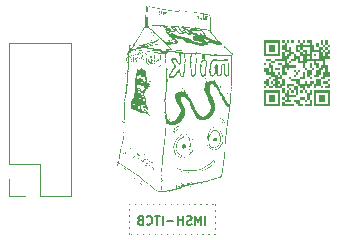
<source format=gbr>
%TF.GenerationSoftware,KiCad,Pcbnew,9.0.3*%
%TF.CreationDate,2025-07-11T14:37:00-05:00*%
%TF.ProjectId,drvplugin,64727670-6c75-4676-996e-2e6b69636164,rev?*%
%TF.SameCoordinates,Original*%
%TF.FileFunction,Legend,Bot*%
%TF.FilePolarity,Positive*%
%FSLAX46Y46*%
G04 Gerber Fmt 4.6, Leading zero omitted, Abs format (unit mm)*
G04 Created by KiCad (PCBNEW 9.0.3) date 2025-07-11 14:37:00*
%MOMM*%
%LPD*%
G01*
G04 APERTURE LIST*
%ADD10C,0.150000*%
%ADD11C,0.120000*%
%ADD12C,0.000000*%
G04 APERTURE END LIST*
D10*
X54691903Y-63866223D02*
X54691903Y-63120223D01*
X54336665Y-63866223D02*
X54336665Y-63120223D01*
X54336665Y-63120223D02*
X54087999Y-63653080D01*
X54087999Y-63653080D02*
X53839332Y-63120223D01*
X53839332Y-63120223D02*
X53839332Y-63866223D01*
X53519618Y-63830700D02*
X53413047Y-63866223D01*
X53413047Y-63866223D02*
X53235428Y-63866223D01*
X53235428Y-63866223D02*
X53164380Y-63830700D01*
X53164380Y-63830700D02*
X53128856Y-63795176D01*
X53128856Y-63795176D02*
X53093333Y-63724128D01*
X53093333Y-63724128D02*
X53093333Y-63653080D01*
X53093333Y-63653080D02*
X53128856Y-63582033D01*
X53128856Y-63582033D02*
X53164380Y-63546509D01*
X53164380Y-63546509D02*
X53235428Y-63510985D01*
X53235428Y-63510985D02*
X53377523Y-63475461D01*
X53377523Y-63475461D02*
X53448571Y-63439938D01*
X53448571Y-63439938D02*
X53484094Y-63404414D01*
X53484094Y-63404414D02*
X53519618Y-63333366D01*
X53519618Y-63333366D02*
X53519618Y-63262319D01*
X53519618Y-63262319D02*
X53484094Y-63191271D01*
X53484094Y-63191271D02*
X53448571Y-63155747D01*
X53448571Y-63155747D02*
X53377523Y-63120223D01*
X53377523Y-63120223D02*
X53199904Y-63120223D01*
X53199904Y-63120223D02*
X53093333Y-63155747D01*
X52773618Y-63866223D02*
X52773618Y-63120223D01*
X52773618Y-63475461D02*
X52347333Y-63475461D01*
X52347333Y-63866223D02*
X52347333Y-63120223D01*
X51992094Y-63582033D02*
X51423714Y-63582033D01*
X51068475Y-63866223D02*
X51068475Y-63120223D01*
X50819809Y-63120223D02*
X50393523Y-63120223D01*
X50606666Y-63866223D02*
X50606666Y-63120223D01*
X49718571Y-63795176D02*
X49754095Y-63830700D01*
X49754095Y-63830700D02*
X49860666Y-63866223D01*
X49860666Y-63866223D02*
X49931714Y-63866223D01*
X49931714Y-63866223D02*
X50038285Y-63830700D01*
X50038285Y-63830700D02*
X50109333Y-63759652D01*
X50109333Y-63759652D02*
X50144856Y-63688604D01*
X50144856Y-63688604D02*
X50180380Y-63546509D01*
X50180380Y-63546509D02*
X50180380Y-63439938D01*
X50180380Y-63439938D02*
X50144856Y-63297842D01*
X50144856Y-63297842D02*
X50109333Y-63226795D01*
X50109333Y-63226795D02*
X50038285Y-63155747D01*
X50038285Y-63155747D02*
X49931714Y-63120223D01*
X49931714Y-63120223D02*
X49860666Y-63120223D01*
X49860666Y-63120223D02*
X49754095Y-63155747D01*
X49754095Y-63155747D02*
X49718571Y-63191271D01*
X49150190Y-63475461D02*
X49043618Y-63510985D01*
X49043618Y-63510985D02*
X49008095Y-63546509D01*
X49008095Y-63546509D02*
X48972571Y-63617557D01*
X48972571Y-63617557D02*
X48972571Y-63724128D01*
X48972571Y-63724128D02*
X49008095Y-63795176D01*
X49008095Y-63795176D02*
X49043618Y-63830700D01*
X49043618Y-63830700D02*
X49114666Y-63866223D01*
X49114666Y-63866223D02*
X49398856Y-63866223D01*
X49398856Y-63866223D02*
X49398856Y-63120223D01*
X49398856Y-63120223D02*
X49150190Y-63120223D01*
X49150190Y-63120223D02*
X49079142Y-63155747D01*
X49079142Y-63155747D02*
X49043618Y-63191271D01*
X49043618Y-63191271D02*
X49008095Y-63262319D01*
X49008095Y-63262319D02*
X49008095Y-63333366D01*
X49008095Y-63333366D02*
X49043618Y-63404414D01*
X49043618Y-63404414D02*
X49079142Y-63439938D01*
X49079142Y-63439938D02*
X49150190Y-63475461D01*
X49150190Y-63475461D02*
X49398856Y-63475461D01*
D11*
X48222850Y-62150000D02*
X48246850Y-62150000D01*
X48726850Y-62150000D02*
X48750850Y-62150000D01*
X49230850Y-62150000D02*
X49254850Y-62150000D01*
X49734850Y-62150000D02*
X49758850Y-62150000D01*
X50238850Y-62150000D02*
X50262850Y-62150000D01*
X50742850Y-62150000D02*
X50766850Y-62150000D01*
X51246850Y-62150000D02*
X51270850Y-62150000D01*
X51750850Y-62150000D02*
X51774850Y-62150000D01*
X52254850Y-62150000D02*
X52278850Y-62150000D01*
X52758850Y-62150000D02*
X52782850Y-62150000D01*
X53262850Y-62150000D02*
X53286850Y-62150000D01*
X53766850Y-62150000D02*
X53790850Y-62150000D01*
X54270850Y-62150000D02*
X54294850Y-62150000D01*
X54774850Y-62150000D02*
X54798850Y-62150000D01*
X55278850Y-62150000D02*
X55302850Y-62150000D01*
X55477149Y-62150000D02*
X55477149Y-62174000D01*
X55477149Y-62654000D02*
X55477149Y-62678000D01*
X55477149Y-63158000D02*
X55477149Y-63182000D01*
X55477149Y-63662000D02*
X55477149Y-63686000D01*
X55477149Y-64166000D02*
X55477149Y-64190000D01*
X55477149Y-64612220D02*
X55453149Y-64612220D01*
X54973149Y-64612220D02*
X54949149Y-64612220D01*
X54469149Y-64612220D02*
X54445149Y-64612220D01*
X53965149Y-64612220D02*
X53941149Y-64612220D01*
X53461149Y-64612220D02*
X53437149Y-64612220D01*
X52957149Y-64612220D02*
X52933149Y-64612220D01*
X52453149Y-64612220D02*
X52429149Y-64612220D01*
X51949149Y-64612220D02*
X51925149Y-64612220D01*
X51445149Y-64612220D02*
X51421149Y-64612220D01*
X50941149Y-64612220D02*
X50917149Y-64612220D01*
X50437149Y-64612220D02*
X50413149Y-64612220D01*
X49933149Y-64612220D02*
X49909149Y-64612220D01*
X49429149Y-64612220D02*
X49405149Y-64612220D01*
X48925149Y-64612220D02*
X48901149Y-64612220D01*
X48421149Y-64612220D02*
X48397149Y-64612220D01*
X48222850Y-64612220D02*
X48222850Y-64588220D01*
X48222850Y-64108220D02*
X48222850Y-64084220D01*
X48222850Y-63604220D02*
X48222850Y-63580220D01*
X48222850Y-63100220D02*
X48222850Y-63076220D01*
X48222850Y-62596220D02*
X48222850Y-62572220D01*
D12*
%TO.C,G\u002A\u002A\u002A*%
G36*
X65240151Y-51627273D02*
G01*
X65240151Y-51723485D01*
X65143939Y-51723485D01*
X65047727Y-51723485D01*
X65047727Y-51627273D01*
X65047727Y-51531061D01*
X65143939Y-51531061D01*
X65240151Y-51531061D01*
X65240151Y-51627273D01*
G37*
G36*
X64855303Y-49125758D02*
G01*
X64855303Y-49221970D01*
X64759090Y-49221970D01*
X64662878Y-49221970D01*
X64662878Y-49125758D01*
X64662878Y-49029546D01*
X64759090Y-49029546D01*
X64855303Y-49029546D01*
X64855303Y-49125758D01*
G37*
G36*
X64855303Y-53166667D02*
G01*
X64855303Y-53455304D01*
X64566666Y-53455304D01*
X64278030Y-53455304D01*
X64278030Y-53166667D01*
X64278030Y-52878031D01*
X64566666Y-52878031D01*
X64855303Y-52878031D01*
X64855303Y-53166667D01*
G37*
G36*
X64085606Y-49510607D02*
G01*
X64085606Y-49606819D01*
X63989393Y-49606819D01*
X63893181Y-49606819D01*
X63893181Y-49510607D01*
X63893181Y-49414394D01*
X63989393Y-49414394D01*
X64085606Y-49414394D01*
X64085606Y-49510607D01*
G37*
G36*
X63123484Y-48356061D02*
G01*
X63123484Y-48452273D01*
X63027272Y-48452273D01*
X62931060Y-48452273D01*
X62931060Y-48356061D01*
X62931060Y-48259849D01*
X63027272Y-48259849D01*
X63123484Y-48259849D01*
X63123484Y-48356061D01*
G37*
G36*
X62738636Y-50857576D02*
G01*
X62738636Y-50953788D01*
X62642424Y-50953788D01*
X62546212Y-50953788D01*
X62546212Y-50857576D01*
X62546212Y-50761364D01*
X62642424Y-50761364D01*
X62738636Y-50761364D01*
X62738636Y-50857576D01*
G37*
G36*
X62353787Y-51242425D02*
G01*
X62353787Y-51338637D01*
X62257575Y-51338637D01*
X62161363Y-51338637D01*
X62161363Y-51242425D01*
X62161363Y-51146213D01*
X62257575Y-51146213D01*
X62353787Y-51146213D01*
X62353787Y-51242425D01*
G37*
G36*
X62161363Y-48356061D02*
G01*
X62161363Y-48452273D01*
X62065151Y-48452273D01*
X61968939Y-48452273D01*
X61968939Y-48356061D01*
X61968939Y-48259849D01*
X62065151Y-48259849D01*
X62161363Y-48259849D01*
X62161363Y-48356061D01*
G37*
G36*
X61968939Y-50087879D02*
G01*
X61968939Y-50184091D01*
X61872727Y-50184091D01*
X61776515Y-50184091D01*
X61776515Y-50087879D01*
X61776515Y-49991667D01*
X61872727Y-49991667D01*
X61968939Y-49991667D01*
X61968939Y-50087879D01*
G37*
G36*
X61968939Y-51434849D02*
G01*
X61968939Y-51531061D01*
X61872727Y-51531061D01*
X61776515Y-51531061D01*
X61776515Y-51434849D01*
X61776515Y-51338637D01*
X61872727Y-51338637D01*
X61968939Y-51338637D01*
X61968939Y-51434849D01*
G37*
G36*
X61776515Y-48356061D02*
G01*
X61776515Y-48452273D01*
X61680303Y-48452273D01*
X61584090Y-48452273D01*
X61584090Y-48356061D01*
X61584090Y-48259849D01*
X61680303Y-48259849D01*
X61776515Y-48259849D01*
X61776515Y-48356061D01*
G37*
G36*
X61199242Y-50280304D02*
G01*
X61199242Y-50376516D01*
X61006818Y-50376516D01*
X60814393Y-50376516D01*
X60814393Y-50280304D01*
X60814393Y-50184091D01*
X61006818Y-50184091D01*
X61199242Y-50184091D01*
X61199242Y-50280304D01*
G37*
G36*
X61006818Y-50665152D02*
G01*
X61006818Y-50761364D01*
X60814393Y-50761364D01*
X60621969Y-50761364D01*
X60621969Y-50665152D01*
X60621969Y-50568940D01*
X60814393Y-50568940D01*
X61006818Y-50568940D01*
X61006818Y-50665152D01*
G37*
G36*
X61006818Y-51050000D02*
G01*
X61006818Y-51146213D01*
X60910606Y-51146213D01*
X60814393Y-51146213D01*
X60814393Y-51050000D01*
X60814393Y-50953788D01*
X60910606Y-50953788D01*
X61006818Y-50953788D01*
X61006818Y-51050000D01*
G37*
G36*
X60621969Y-48933334D02*
G01*
X60621969Y-49221970D01*
X60333333Y-49221970D01*
X60044696Y-49221970D01*
X60044696Y-48933334D01*
X60044696Y-48644697D01*
X60333333Y-48644697D01*
X60621969Y-48644697D01*
X60621969Y-48933334D01*
G37*
G36*
X60621969Y-53166667D02*
G01*
X60621969Y-53455304D01*
X60333333Y-53455304D01*
X60044696Y-53455304D01*
X60044696Y-53166667D01*
X60044696Y-52878031D01*
X60333333Y-52878031D01*
X60621969Y-52878031D01*
X60621969Y-53166667D01*
G37*
G36*
X60429545Y-51819697D02*
G01*
X60429545Y-51915910D01*
X60333333Y-51915910D01*
X60237121Y-51915910D01*
X60237121Y-51819697D01*
X60237121Y-51723485D01*
X60333333Y-51723485D01*
X60429545Y-51723485D01*
X60429545Y-51819697D01*
G37*
G36*
X59852272Y-50280304D02*
G01*
X59852272Y-50376516D01*
X59756060Y-50376516D01*
X59659848Y-50376516D01*
X59659848Y-50280304D01*
X59659848Y-50184091D01*
X59756060Y-50184091D01*
X59852272Y-50184091D01*
X59852272Y-50280304D01*
G37*
G36*
X63123484Y-51242425D02*
G01*
X63123484Y-51531061D01*
X62931060Y-51531061D01*
X62738636Y-51531061D01*
X62738636Y-51434849D01*
X62738636Y-51338637D01*
X62834848Y-51338637D01*
X62931060Y-51338637D01*
X62931060Y-51146213D01*
X62931060Y-50953788D01*
X63027272Y-50953788D01*
X63123484Y-50953788D01*
X63123484Y-51242425D01*
G37*
G36*
X61391666Y-53551516D02*
G01*
X61391666Y-53647728D01*
X61776515Y-53647728D01*
X62161363Y-53647728D01*
X62161363Y-53743940D01*
X62161363Y-53840152D01*
X61680303Y-53840152D01*
X61199242Y-53840152D01*
X61199242Y-53647728D01*
X61199242Y-53455304D01*
X61295454Y-53455304D01*
X61391666Y-53455304D01*
X61391666Y-53551516D01*
G37*
G36*
X63796969Y-50568940D02*
G01*
X63893181Y-50568940D01*
X63893181Y-50665152D01*
X63893181Y-50761364D01*
X63796969Y-50761364D01*
X63700757Y-50761364D01*
X63700757Y-50665152D01*
X63700757Y-50568940D01*
X63796969Y-50568940D01*
G37*
G36*
X63700757Y-50376516D02*
G01*
X63700757Y-50568940D01*
X63604545Y-50568940D01*
X63508333Y-50568940D01*
X63508333Y-50376516D01*
X63508333Y-50184091D01*
X63604545Y-50184091D01*
X63700757Y-50184091D01*
X63700757Y-50376516D01*
G37*
G36*
X62450000Y-50953788D02*
G01*
X62546212Y-50953788D01*
X62546212Y-51050000D01*
X62546212Y-51146213D01*
X62450000Y-51146213D01*
X62353787Y-51146213D01*
X62353787Y-51050000D01*
X62353787Y-50953788D01*
X62450000Y-50953788D01*
G37*
G36*
X62353787Y-50857576D02*
G01*
X62353787Y-50953788D01*
X62257575Y-50953788D01*
X62161363Y-50953788D01*
X62161363Y-50857576D01*
X62161363Y-50761364D01*
X62257575Y-50761364D01*
X62353787Y-50761364D01*
X62353787Y-50857576D01*
G37*
G36*
X65240151Y-53166667D02*
G01*
X65240151Y-53840152D01*
X64566666Y-53840152D01*
X63893181Y-53840152D01*
X63893181Y-53636732D01*
X64096601Y-53636732D01*
X64566666Y-53636732D01*
X65036731Y-53636732D01*
X65036731Y-53166667D01*
X65036731Y-52696602D01*
X64566666Y-52696602D01*
X64096601Y-52696602D01*
X64096601Y-53166667D01*
X64096601Y-53636732D01*
X63893181Y-53636732D01*
X63893181Y-53166667D01*
X63893181Y-52493182D01*
X64566666Y-52493182D01*
X65240151Y-52493182D01*
X65240151Y-53166667D01*
G37*
G36*
X61006818Y-48933334D02*
G01*
X61006818Y-49606819D01*
X60333333Y-49606819D01*
X59659848Y-49606819D01*
X59659848Y-49403399D01*
X59863268Y-49403399D01*
X60333333Y-49403399D01*
X60803398Y-49403399D01*
X60803398Y-48933334D01*
X60803398Y-48463269D01*
X60333333Y-48463269D01*
X59863268Y-48463269D01*
X59863268Y-48933334D01*
X59863268Y-49403399D01*
X59659848Y-49403399D01*
X59659848Y-48933334D01*
X59659848Y-48259849D01*
X60333333Y-48259849D01*
X61006818Y-48259849D01*
X61006818Y-48933334D01*
G37*
G36*
X61006818Y-53166667D02*
G01*
X61006818Y-53840152D01*
X60333333Y-53840152D01*
X59659848Y-53840152D01*
X59659848Y-53636732D01*
X59863268Y-53636732D01*
X60333333Y-53636732D01*
X60803398Y-53636732D01*
X60803398Y-53166667D01*
X60803398Y-52696602D01*
X60333333Y-52696602D01*
X59863268Y-52696602D01*
X59863268Y-53166667D01*
X59863268Y-53636732D01*
X59659848Y-53636732D01*
X59659848Y-53166667D01*
X59659848Y-52493182D01*
X60333333Y-52493182D01*
X61006818Y-52493182D01*
X61006818Y-53166667D01*
G37*
G36*
X65143939Y-51915910D02*
G01*
X65240151Y-51915910D01*
X65240151Y-52108334D01*
X65240151Y-52300758D01*
X65047727Y-52300758D01*
X64855303Y-52300758D01*
X64855303Y-52204546D01*
X64855303Y-52108334D01*
X64951515Y-52108334D01*
X65047727Y-52108334D01*
X65047727Y-52012122D01*
X65047727Y-51915910D01*
X65143939Y-51915910D01*
G37*
G36*
X65047727Y-51819697D02*
G01*
X65047727Y-51915910D01*
X64855303Y-51915910D01*
X64662878Y-51915910D01*
X64662878Y-51819697D01*
X64662878Y-51723485D01*
X64855303Y-51723485D01*
X65047727Y-51723485D01*
X65047727Y-51819697D01*
G37*
G36*
X63604545Y-51338637D02*
G01*
X63700757Y-51338637D01*
X63700757Y-51434849D01*
X63700757Y-51531061D01*
X63604545Y-51531061D01*
X63508333Y-51531061D01*
X63508333Y-51434849D01*
X63508333Y-51338637D01*
X63604545Y-51338637D01*
G37*
G36*
X63508333Y-50761364D02*
G01*
X63700757Y-50761364D01*
X63700757Y-50953788D01*
X63700757Y-51146213D01*
X63604545Y-51146213D01*
X63508333Y-51146213D01*
X63508333Y-51242425D01*
X63508333Y-51338637D01*
X63412121Y-51338637D01*
X63315909Y-51338637D01*
X63315909Y-51050000D01*
X63315909Y-50761364D01*
X63508333Y-50761364D01*
G37*
G36*
X63315909Y-50665152D02*
G01*
X63315909Y-50761364D01*
X63219696Y-50761364D01*
X63123484Y-50761364D01*
X63123484Y-50665152D01*
X63123484Y-50568940D01*
X63219696Y-50568940D01*
X63315909Y-50568940D01*
X63315909Y-50665152D01*
G37*
G36*
X62065151Y-52493182D02*
G01*
X62161363Y-52493182D01*
X62161363Y-52589394D01*
X62161363Y-52685607D01*
X62065151Y-52685607D01*
X61968939Y-52685607D01*
X61968939Y-52589394D01*
X61968939Y-52493182D01*
X62065151Y-52493182D01*
G37*
G36*
X61872727Y-52300758D02*
G01*
X61968939Y-52300758D01*
X61968939Y-52396970D01*
X61968939Y-52493182D01*
X61872727Y-52493182D01*
X61776515Y-52493182D01*
X61776515Y-52396970D01*
X61776515Y-52300758D01*
X61872727Y-52300758D01*
G37*
G36*
X62161363Y-52012122D02*
G01*
X62161363Y-52108334D01*
X61968939Y-52108334D01*
X61776515Y-52108334D01*
X61776515Y-52204546D01*
X61776515Y-52300758D01*
X61680303Y-52300758D01*
X61584090Y-52300758D01*
X61584090Y-52108334D01*
X61584090Y-51915910D01*
X61872727Y-51915910D01*
X62161363Y-51915910D01*
X62161363Y-52012122D01*
G37*
G36*
X63219696Y-52493182D02*
G01*
X63315909Y-52493182D01*
X63315909Y-52589394D01*
X63315909Y-52685607D01*
X63412121Y-52685607D01*
X63508333Y-52685607D01*
X63508333Y-52589394D01*
X63508333Y-52493182D01*
X63604545Y-52493182D01*
X63700757Y-52493182D01*
X63700757Y-52685607D01*
X63700757Y-52878031D01*
X63604545Y-52878031D01*
X63508333Y-52878031D01*
X63508333Y-53070455D01*
X63508333Y-53262879D01*
X63412121Y-53262879D01*
X63315909Y-53262879D01*
X63315909Y-53359091D01*
X63315909Y-53455304D01*
X63219696Y-53455304D01*
X63123484Y-53455304D01*
X63123484Y-53359091D01*
X63123484Y-53262879D01*
X62931060Y-53262879D01*
X62738636Y-53262879D01*
X62738636Y-53455304D01*
X62738636Y-53647728D01*
X62834848Y-53647728D01*
X62931060Y-53647728D01*
X62931060Y-53743940D01*
X62931060Y-53840152D01*
X62738636Y-53840152D01*
X62546212Y-53840152D01*
X62546212Y-53743940D01*
X62546212Y-53647728D01*
X62450000Y-53647728D01*
X62353787Y-53647728D01*
X62353787Y-53551516D01*
X62353787Y-53455304D01*
X62257575Y-53455304D01*
X62161363Y-53455304D01*
X62161363Y-53359091D01*
X62161363Y-53262879D01*
X62450000Y-53262879D01*
X62738636Y-53262879D01*
X62738636Y-53166667D01*
X62738636Y-53070455D01*
X62931060Y-53070455D01*
X63123484Y-53070455D01*
X63123484Y-53166667D01*
X63123484Y-53262879D01*
X63219696Y-53262879D01*
X63315909Y-53262879D01*
X63315909Y-52974243D01*
X63315909Y-52685607D01*
X63219696Y-52685607D01*
X63123484Y-52685607D01*
X63123484Y-52589394D01*
X63123484Y-52493182D01*
X63219696Y-52493182D01*
G37*
G36*
X63604545Y-53262879D02*
G01*
X63700757Y-53262879D01*
X63700757Y-53551516D01*
X63700757Y-53840152D01*
X63412121Y-53840152D01*
X63123484Y-53840152D01*
X63123484Y-53743940D01*
X63123484Y-53647728D01*
X63315909Y-53647728D01*
X63508333Y-53647728D01*
X63508333Y-53455304D01*
X63508333Y-53262879D01*
X63604545Y-53262879D01*
G37*
G36*
X62738636Y-51723485D02*
G01*
X62738636Y-51915910D01*
X62931060Y-51915910D01*
X63123484Y-51915910D01*
X63123484Y-51819697D01*
X63123484Y-51723485D01*
X63219696Y-51723485D01*
X63315909Y-51723485D01*
X63315909Y-51819697D01*
X63315909Y-51915910D01*
X63412121Y-51915910D01*
X63508333Y-51915910D01*
X63508333Y-51819697D01*
X63508333Y-51723485D01*
X63700757Y-51723485D01*
X63893181Y-51723485D01*
X63893181Y-51819697D01*
X63893181Y-51915910D01*
X63989393Y-51915910D01*
X64085606Y-51915910D01*
X64085606Y-51723485D01*
X64085606Y-51531061D01*
X64278030Y-51531061D01*
X64470454Y-51531061D01*
X64470454Y-51819697D01*
X64470454Y-52108334D01*
X64278030Y-52108334D01*
X64085606Y-52108334D01*
X64085606Y-52204546D01*
X64085606Y-52300758D01*
X63989393Y-52300758D01*
X63893181Y-52300758D01*
X63893181Y-52108334D01*
X63893181Y-51915910D01*
X63796969Y-51915910D01*
X63700757Y-51915910D01*
X63700757Y-52012122D01*
X63700757Y-52108334D01*
X63604545Y-52108334D01*
X63508333Y-52108334D01*
X63508333Y-52204546D01*
X63508333Y-52300758D01*
X63412121Y-52300758D01*
X63315909Y-52300758D01*
X63315909Y-52204546D01*
X63315909Y-52108334D01*
X63219696Y-52108334D01*
X63123484Y-52108334D01*
X63123484Y-52300758D01*
X63123484Y-52493182D01*
X63027272Y-52493182D01*
X62931060Y-52493182D01*
X62931060Y-52589394D01*
X62931060Y-52685607D01*
X62834848Y-52685607D01*
X62738636Y-52685607D01*
X62738636Y-52589394D01*
X62738636Y-52493182D01*
X62834848Y-52493182D01*
X62931060Y-52493182D01*
X62931060Y-52396970D01*
X62931060Y-52300758D01*
X62834848Y-52300758D01*
X62738636Y-52300758D01*
X62738636Y-52204546D01*
X62738636Y-52108334D01*
X62642424Y-52108334D01*
X62546212Y-52108334D01*
X62546212Y-52493182D01*
X62546212Y-52878031D01*
X62450000Y-52878031D01*
X62353787Y-52878031D01*
X62353787Y-52685607D01*
X62353787Y-52493182D01*
X62257575Y-52493182D01*
X62161363Y-52493182D01*
X62161363Y-52300758D01*
X62161363Y-52108334D01*
X62353787Y-52108334D01*
X62546212Y-52108334D01*
X62546212Y-52012122D01*
X62546212Y-51915910D01*
X62450000Y-51915910D01*
X62353787Y-51915910D01*
X62353787Y-51819697D01*
X62353787Y-51723485D01*
X62161363Y-51723485D01*
X61968939Y-51723485D01*
X61968939Y-51627273D01*
X61968939Y-51531061D01*
X62353787Y-51531061D01*
X62738636Y-51531061D01*
X62738636Y-51723485D01*
G37*
G36*
X64566666Y-52108334D02*
G01*
X64662878Y-52108334D01*
X64662878Y-52204546D01*
X64662878Y-52300758D01*
X64566666Y-52300758D01*
X64470454Y-52300758D01*
X64470454Y-52204546D01*
X64470454Y-52108334D01*
X64566666Y-52108334D01*
G37*
G36*
X61295454Y-52300758D02*
G01*
X61391666Y-52300758D01*
X61391666Y-52493182D01*
X61391666Y-52685607D01*
X61487878Y-52685607D01*
X61584090Y-52685607D01*
X61584090Y-52589394D01*
X61584090Y-52493182D01*
X61680303Y-52493182D01*
X61776515Y-52493182D01*
X61776515Y-52685607D01*
X61776515Y-52878031D01*
X62065151Y-52878031D01*
X62353787Y-52878031D01*
X62353787Y-52974243D01*
X62353787Y-53070455D01*
X62065151Y-53070455D01*
X61776515Y-53070455D01*
X61776515Y-53166667D01*
X61776515Y-53262879D01*
X61872727Y-53262879D01*
X61968939Y-53262879D01*
X61968939Y-53359091D01*
X61968939Y-53455304D01*
X61680303Y-53455304D01*
X61391666Y-53455304D01*
X61391666Y-53359091D01*
X61391666Y-53262879D01*
X61487878Y-53262879D01*
X61584090Y-53262879D01*
X61584090Y-53166667D01*
X61584090Y-53070455D01*
X61487878Y-53070455D01*
X61391666Y-53070455D01*
X61391666Y-53166667D01*
X61391666Y-53262879D01*
X61295454Y-53262879D01*
X61199242Y-53262879D01*
X61199242Y-53166667D01*
X61199242Y-53070455D01*
X61295454Y-53070455D01*
X61391666Y-53070455D01*
X61391666Y-52878031D01*
X61391666Y-52685607D01*
X61295454Y-52685607D01*
X61199242Y-52685607D01*
X61199242Y-52493182D01*
X61199242Y-52300758D01*
X61295454Y-52300758D01*
G37*
G36*
X60237121Y-50280304D02*
G01*
X60237121Y-50376516D01*
X60333333Y-50376516D01*
X60429545Y-50376516D01*
X60429545Y-50665152D01*
X60429545Y-50953788D01*
X60525757Y-50953788D01*
X60621969Y-50953788D01*
X60621969Y-51050000D01*
X60621969Y-51146213D01*
X60718181Y-51146213D01*
X60814393Y-51146213D01*
X60814393Y-51242425D01*
X60814393Y-51338637D01*
X60910606Y-51338637D01*
X61006818Y-51338637D01*
X61006818Y-51242425D01*
X61006818Y-51146213D01*
X61103030Y-51146213D01*
X61199242Y-51146213D01*
X61199242Y-51338637D01*
X61199242Y-51531061D01*
X61006818Y-51531061D01*
X60814393Y-51531061D01*
X60814393Y-51627273D01*
X60814393Y-51723485D01*
X60910606Y-51723485D01*
X61006818Y-51723485D01*
X61006818Y-51819697D01*
X61006818Y-51915910D01*
X61103030Y-51915910D01*
X61199242Y-51915910D01*
X61199242Y-51723485D01*
X61199242Y-51531061D01*
X61295454Y-51531061D01*
X61391666Y-51531061D01*
X61391666Y-51819697D01*
X61391666Y-52108334D01*
X61295454Y-52108334D01*
X61199242Y-52108334D01*
X61199242Y-52204546D01*
X61199242Y-52300758D01*
X60910606Y-52300758D01*
X60621969Y-52300758D01*
X60621969Y-52204546D01*
X60621969Y-52108334D01*
X60814393Y-52108334D01*
X60910606Y-52108334D01*
X61006818Y-52108334D01*
X61006818Y-52012122D01*
X61006818Y-51915910D01*
X60910606Y-51915910D01*
X60814393Y-51915910D01*
X60814393Y-52012122D01*
X60814393Y-52108334D01*
X60621969Y-52108334D01*
X60525757Y-52108334D01*
X60429545Y-52108334D01*
X60429545Y-52204546D01*
X60429545Y-52300758D01*
X60237121Y-52300758D01*
X60044696Y-52300758D01*
X60044696Y-52204546D01*
X60044696Y-52108334D01*
X59948484Y-52108334D01*
X59852272Y-52108334D01*
X59852272Y-52204546D01*
X59852272Y-52300758D01*
X59756060Y-52300758D01*
X59659848Y-52300758D01*
X59659848Y-52204546D01*
X59659848Y-52108334D01*
X59756060Y-52108334D01*
X59852272Y-52108334D01*
X59852272Y-52012122D01*
X59852272Y-51915910D01*
X59756060Y-51915910D01*
X59659848Y-51915910D01*
X59659848Y-51819697D01*
X59659848Y-51723485D01*
X59756060Y-51723485D01*
X59852272Y-51723485D01*
X59852272Y-51627273D01*
X59852272Y-51531061D01*
X59948484Y-51531061D01*
X60044696Y-51531061D01*
X60044696Y-51819697D01*
X60044696Y-52108334D01*
X60237121Y-52108334D01*
X60429545Y-52108334D01*
X60429545Y-52012122D01*
X60429545Y-51915910D01*
X60525757Y-51915910D01*
X60621969Y-51915910D01*
X60621969Y-51819697D01*
X60621969Y-51723485D01*
X60525757Y-51723485D01*
X60429545Y-51723485D01*
X60429545Y-51627273D01*
X60429545Y-51531061D01*
X60525757Y-51531061D01*
X60621969Y-51531061D01*
X60621969Y-51434849D01*
X60621969Y-51338637D01*
X60429545Y-51338637D01*
X60237121Y-51338637D01*
X60237121Y-51434849D01*
X60237121Y-51531061D01*
X60140909Y-51531061D01*
X60044696Y-51531061D01*
X60044696Y-51434849D01*
X60044696Y-51338637D01*
X60140909Y-51338637D01*
X60237121Y-51338637D01*
X60237121Y-51242425D01*
X60237121Y-51146213D01*
X60044696Y-51146213D01*
X59852272Y-51146213D01*
X59852272Y-51050000D01*
X59852272Y-50953788D01*
X60044696Y-50953788D01*
X60140909Y-50953788D01*
X60237121Y-50953788D01*
X60237121Y-50761364D01*
X60237121Y-50568940D01*
X60140909Y-50568940D01*
X60044696Y-50568940D01*
X60044696Y-50761364D01*
X60044696Y-50953788D01*
X59852272Y-50953788D01*
X59756060Y-50953788D01*
X59659848Y-50953788D01*
X59659848Y-50761364D01*
X59659848Y-50568940D01*
X59852272Y-50568940D01*
X60044696Y-50568940D01*
X60044696Y-50376516D01*
X60044696Y-50184091D01*
X60140909Y-50184091D01*
X60237121Y-50184091D01*
X60237121Y-50280304D01*
G37*
G36*
X61487878Y-48452273D02*
G01*
X61584090Y-48452273D01*
X61584090Y-48740910D01*
X61584090Y-49029546D01*
X61680303Y-49029546D01*
X61776515Y-49029546D01*
X61776515Y-48933334D01*
X61776515Y-48837122D01*
X61872727Y-48837122D01*
X61968939Y-48837122D01*
X61968939Y-49029546D01*
X61968939Y-49221970D01*
X62065151Y-49221970D01*
X62161363Y-49221970D01*
X62161363Y-49318182D01*
X62161363Y-49414394D01*
X62065151Y-49414394D01*
X61968939Y-49414394D01*
X61968939Y-49510607D01*
X61968939Y-49606819D01*
X61872727Y-49606819D01*
X61776515Y-49606819D01*
X61776515Y-49703031D01*
X61776515Y-49799243D01*
X61680303Y-49799243D01*
X61584090Y-49799243D01*
X61584090Y-49991667D01*
X61584090Y-50184091D01*
X61680303Y-50184091D01*
X61776515Y-50184091D01*
X61776515Y-50280304D01*
X61776515Y-50376516D01*
X62065151Y-50376516D01*
X62353787Y-50376516D01*
X62353787Y-50472728D01*
X62353787Y-50568940D01*
X62065151Y-50568940D01*
X61776515Y-50568940D01*
X61776515Y-50665152D01*
X61776515Y-50761364D01*
X61680303Y-50761364D01*
X61584090Y-50761364D01*
X61584090Y-50665152D01*
X61584090Y-50568940D01*
X61487878Y-50568940D01*
X61391666Y-50568940D01*
X61391666Y-50761364D01*
X61391666Y-50953788D01*
X61487878Y-50953788D01*
X61584090Y-50953788D01*
X61584090Y-51050000D01*
X61584090Y-51146213D01*
X61391666Y-51146213D01*
X61199242Y-51146213D01*
X61199242Y-50761364D01*
X61199242Y-50376516D01*
X61295454Y-50376516D01*
X61391666Y-50376516D01*
X61391666Y-50184091D01*
X61391666Y-49991667D01*
X61006818Y-49991667D01*
X60621969Y-49991667D01*
X60621969Y-50087879D01*
X60621969Y-50184091D01*
X60429545Y-50184091D01*
X60237121Y-50184091D01*
X60237121Y-50087879D01*
X60237121Y-49991667D01*
X60044696Y-49991667D01*
X59852272Y-49991667D01*
X59852272Y-49895455D01*
X59852272Y-49799243D01*
X60044696Y-49799243D01*
X60237121Y-49799243D01*
X60237121Y-49895455D01*
X60237121Y-49991667D01*
X60429545Y-49991667D01*
X60621969Y-49991667D01*
X60621969Y-49895455D01*
X60621969Y-49799243D01*
X60910606Y-49799243D01*
X61199242Y-49799243D01*
X61199242Y-49606819D01*
X61391666Y-49606819D01*
X61487878Y-49606819D01*
X61584090Y-49606819D01*
X61584090Y-49510607D01*
X61584090Y-49414394D01*
X61680303Y-49414394D01*
X61776515Y-49414394D01*
X61776515Y-49318182D01*
X61776515Y-49221970D01*
X61584090Y-49221970D01*
X61391666Y-49221970D01*
X61391666Y-49414394D01*
X61391666Y-49606819D01*
X61199242Y-49606819D01*
X61199242Y-49510607D01*
X61199242Y-49414394D01*
X61199242Y-49221970D01*
X61295454Y-49221970D01*
X61391666Y-49221970D01*
X61391666Y-49125758D01*
X61391666Y-49029546D01*
X61295454Y-49029546D01*
X61199242Y-49029546D01*
X61199242Y-48837122D01*
X61199242Y-48644697D01*
X61295454Y-48644697D01*
X61391666Y-48644697D01*
X61391666Y-48548485D01*
X61391666Y-48452273D01*
X61487878Y-48452273D01*
G37*
G36*
X62738636Y-49125758D02*
G01*
X62738636Y-49221970D01*
X62546212Y-49221970D01*
X62353787Y-49221970D01*
X62353787Y-49029546D01*
X62353787Y-48933334D01*
X62353787Y-48644697D01*
X62546212Y-48644697D01*
X62738636Y-48644697D01*
X62738636Y-48548485D01*
X62738636Y-48452273D01*
X62834848Y-48452273D01*
X62931060Y-48452273D01*
X62931060Y-48548485D01*
X62931060Y-48644697D01*
X63219696Y-48644697D01*
X63508333Y-48644697D01*
X63508333Y-48548485D01*
X63508333Y-48452273D01*
X63412121Y-48452273D01*
X63315909Y-48452273D01*
X63315909Y-48356061D01*
X63315909Y-48259849D01*
X63508333Y-48259849D01*
X63700757Y-48259849D01*
X63700757Y-48452273D01*
X63700757Y-48644697D01*
X63796969Y-48644697D01*
X63893181Y-48644697D01*
X63893181Y-48837122D01*
X63893181Y-49029546D01*
X64085606Y-49029546D01*
X64278030Y-49029546D01*
X64278030Y-48933334D01*
X64278030Y-48837122D01*
X64181818Y-48837122D01*
X64085606Y-48837122D01*
X64085606Y-48644697D01*
X64085606Y-48452273D01*
X64181818Y-48452273D01*
X64278030Y-48452273D01*
X64278030Y-48644697D01*
X64278030Y-48837122D01*
X64470454Y-48837122D01*
X64662878Y-48837122D01*
X64662878Y-48740910D01*
X64662878Y-48644697D01*
X64566666Y-48644697D01*
X64470454Y-48644697D01*
X64470454Y-48452273D01*
X64470454Y-48259849D01*
X64566666Y-48259849D01*
X64662878Y-48259849D01*
X64662878Y-48452273D01*
X64662878Y-48644697D01*
X64759090Y-48644697D01*
X64855303Y-48644697D01*
X64855303Y-48452273D01*
X64855303Y-48259849D01*
X64951515Y-48259849D01*
X65047727Y-48259849D01*
X65047727Y-48452273D01*
X65047727Y-48644697D01*
X64951515Y-48644697D01*
X64855303Y-48644697D01*
X64855303Y-48740910D01*
X64855303Y-48837122D01*
X64759090Y-48837122D01*
X64662878Y-48837122D01*
X64662878Y-48933334D01*
X64662878Y-49029546D01*
X64566666Y-49029546D01*
X64470454Y-49029546D01*
X64470454Y-49125758D01*
X64470454Y-49221970D01*
X64566666Y-49221970D01*
X64662878Y-49221970D01*
X64662878Y-49414394D01*
X64662878Y-49606819D01*
X64759090Y-49606819D01*
X64855303Y-49606819D01*
X64855303Y-49414394D01*
X64855303Y-49221970D01*
X64951515Y-49221970D01*
X65047727Y-49221970D01*
X65047727Y-49125758D01*
X65047727Y-49029546D01*
X65143939Y-49029546D01*
X65240151Y-49029546D01*
X65240151Y-49221970D01*
X65240151Y-49414394D01*
X65143939Y-49414394D01*
X65047727Y-49414394D01*
X65047727Y-49510607D01*
X65047727Y-49606819D01*
X65143939Y-49606819D01*
X65240151Y-49606819D01*
X65240151Y-49703031D01*
X65240151Y-49799243D01*
X65047727Y-49799243D01*
X64855303Y-49799243D01*
X64855303Y-50087879D01*
X64855303Y-50376516D01*
X64951515Y-50376516D01*
X65047727Y-50376516D01*
X65047727Y-50665152D01*
X65047727Y-50953788D01*
X65143939Y-50953788D01*
X65240151Y-50953788D01*
X65240151Y-51146213D01*
X65240151Y-51338637D01*
X65047727Y-51338637D01*
X64855303Y-51338637D01*
X64855303Y-51434849D01*
X64855303Y-51531061D01*
X64662878Y-51531061D01*
X64470454Y-51531061D01*
X64470454Y-51434849D01*
X64470454Y-51338637D01*
X64566666Y-51338637D01*
X64662878Y-51338637D01*
X64662878Y-51146213D01*
X64662878Y-50953788D01*
X64759090Y-50953788D01*
X64855303Y-50953788D01*
X64855303Y-50761364D01*
X64855303Y-50568940D01*
X64759090Y-50568940D01*
X64662878Y-50568940D01*
X64662878Y-50665152D01*
X64662878Y-50761364D01*
X64566666Y-50761364D01*
X64470454Y-50761364D01*
X64470454Y-50953788D01*
X64470454Y-51146213D01*
X64374242Y-51146213D01*
X64278030Y-51146213D01*
X64278030Y-51242425D01*
X64278030Y-51338637D01*
X64085606Y-51338637D01*
X63893181Y-51338637D01*
X63893181Y-51242425D01*
X63893181Y-51146213D01*
X63989393Y-51146213D01*
X64085606Y-51146213D01*
X64085606Y-50953788D01*
X64085606Y-50761364D01*
X64181818Y-50761364D01*
X64278030Y-50761364D01*
X64278030Y-50665152D01*
X64278030Y-50568940D01*
X64181818Y-50568940D01*
X64085606Y-50568940D01*
X64085606Y-50472728D01*
X64085606Y-50376516D01*
X63989393Y-50376516D01*
X63893181Y-50376516D01*
X63893181Y-50184091D01*
X63893181Y-49991667D01*
X64085606Y-49991667D01*
X64085606Y-50087879D01*
X64085606Y-50184091D01*
X64181818Y-50184091D01*
X64278030Y-50184091D01*
X64278030Y-50376516D01*
X64278030Y-50568940D01*
X64374242Y-50568940D01*
X64470454Y-50568940D01*
X64470454Y-50472728D01*
X64470454Y-50376516D01*
X64566666Y-50376516D01*
X64662878Y-50376516D01*
X64662878Y-50184091D01*
X64662878Y-49991667D01*
X64374242Y-49991667D01*
X64085606Y-49991667D01*
X63893181Y-49991667D01*
X63604545Y-49991667D01*
X63315909Y-49991667D01*
X63315909Y-50087879D01*
X63315909Y-50184091D01*
X63219696Y-50184091D01*
X63123484Y-50184091D01*
X63123484Y-50376516D01*
X63123484Y-50568940D01*
X63027272Y-50568940D01*
X62931060Y-50568940D01*
X62931060Y-50376516D01*
X62931060Y-50184091D01*
X62738636Y-50184091D01*
X62546212Y-50184091D01*
X62546212Y-49991667D01*
X62738636Y-49991667D01*
X62834848Y-49991667D01*
X62931060Y-49991667D01*
X62931060Y-49799243D01*
X63315909Y-49799243D01*
X63412121Y-49799243D01*
X63508333Y-49799243D01*
X63508333Y-49703031D01*
X63508333Y-49606819D01*
X63412121Y-49606819D01*
X63315909Y-49606819D01*
X63315909Y-49703031D01*
X63315909Y-49799243D01*
X62931060Y-49799243D01*
X62931060Y-49703031D01*
X62931060Y-49606819D01*
X62834848Y-49606819D01*
X62738636Y-49606819D01*
X62738636Y-49799243D01*
X62738636Y-49991667D01*
X62546212Y-49991667D01*
X62546212Y-49799243D01*
X62450000Y-49799243D01*
X62353787Y-49799243D01*
X62353787Y-49895455D01*
X62353787Y-49991667D01*
X62161363Y-49991667D01*
X61968939Y-49991667D01*
X61968939Y-49895455D01*
X61968939Y-49799243D01*
X62065151Y-49799243D01*
X62161363Y-49799243D01*
X62161363Y-49606819D01*
X62161363Y-49414394D01*
X62257575Y-49414394D01*
X62353787Y-49414394D01*
X62353787Y-49510607D01*
X62353787Y-49606819D01*
X62546212Y-49606819D01*
X62738636Y-49606819D01*
X62738636Y-49510607D01*
X62738636Y-49414394D01*
X62738636Y-49318182D01*
X62931060Y-49318182D01*
X62931060Y-49414394D01*
X63027272Y-49414394D01*
X63123484Y-49414394D01*
X63123484Y-49318182D01*
X63123484Y-49221970D01*
X63027272Y-49221970D01*
X62931060Y-49221970D01*
X62931060Y-49318182D01*
X62738636Y-49318182D01*
X62738636Y-49221970D01*
X62834848Y-49221970D01*
X62931060Y-49221970D01*
X62931060Y-49125758D01*
X62931060Y-49029546D01*
X63123484Y-49029546D01*
X63315909Y-49029546D01*
X63315909Y-49221970D01*
X63315909Y-49414394D01*
X63412121Y-49414394D01*
X63508333Y-49414394D01*
X63508333Y-49221970D01*
X63700757Y-49221970D01*
X63700757Y-49510607D01*
X63700757Y-49799243D01*
X63989393Y-49799243D01*
X64278030Y-49799243D01*
X64278030Y-49510607D01*
X64278030Y-49221970D01*
X63989393Y-49221970D01*
X63700757Y-49221970D01*
X63508333Y-49221970D01*
X63508333Y-49125758D01*
X63508333Y-48837122D01*
X63219696Y-48837122D01*
X62931060Y-48837122D01*
X62931060Y-48933334D01*
X62931060Y-49029546D01*
X62834848Y-49029546D01*
X62738636Y-49029546D01*
X62738636Y-48933334D01*
X62738636Y-48837122D01*
X62642424Y-48837122D01*
X62546212Y-48837122D01*
X62546212Y-48933334D01*
X62546212Y-49029546D01*
X62642424Y-49029546D01*
X62738636Y-49029546D01*
X62738636Y-49125758D01*
G37*
G36*
X64951515Y-48837122D02*
G01*
X65047727Y-48837122D01*
X65047727Y-48933334D01*
X65047727Y-49029546D01*
X64951515Y-49029546D01*
X64855303Y-49029546D01*
X64855303Y-48933334D01*
X64855303Y-48837122D01*
X64951515Y-48837122D01*
G37*
G36*
X65143939Y-48644697D02*
G01*
X65240151Y-48644697D01*
X65240151Y-48740910D01*
X65240151Y-48837122D01*
X65143939Y-48837122D01*
X65047727Y-48837122D01*
X65047727Y-48740910D01*
X65047727Y-48644697D01*
X65143939Y-48644697D01*
G37*
G36*
X62738636Y-48356061D02*
G01*
X62738636Y-48452273D01*
X62642424Y-48452273D01*
X62546212Y-48452273D01*
X62546212Y-48356061D01*
X62546212Y-48259849D01*
X62642424Y-48259849D01*
X62738636Y-48259849D01*
X62738636Y-48356061D01*
G37*
G36*
X61391666Y-48356061D02*
G01*
X61391666Y-48452273D01*
X61295454Y-48452273D01*
X61199242Y-48452273D01*
X61199242Y-48356061D01*
X61199242Y-48259849D01*
X61295454Y-48259849D01*
X61391666Y-48259849D01*
X61391666Y-48356061D01*
G37*
G36*
X56815849Y-51268587D02*
G01*
X56812627Y-51271810D01*
X56809406Y-51268587D01*
X56812627Y-51265365D01*
X56815849Y-51268587D01*
G37*
G36*
X56783632Y-51642401D02*
G01*
X56780410Y-51645624D01*
X56777188Y-51642401D01*
X56780410Y-51639179D01*
X56783632Y-51642401D01*
G37*
G36*
X56686980Y-53498580D02*
G01*
X56683759Y-53501802D01*
X56680537Y-53498580D01*
X56683759Y-53495357D01*
X56686980Y-53498580D01*
G37*
G36*
X56667650Y-52789623D02*
G01*
X56664428Y-52792845D01*
X56661207Y-52789623D01*
X56664428Y-52786400D01*
X56667650Y-52789623D01*
G37*
G36*
X56583886Y-53369678D02*
G01*
X56580664Y-53372901D01*
X56577442Y-53369678D01*
X56580664Y-53366456D01*
X56583886Y-53369678D01*
G37*
G36*
X56326148Y-55084066D02*
G01*
X56322927Y-55087288D01*
X56319705Y-55084066D01*
X56322927Y-55080843D01*
X56326148Y-55084066D01*
G37*
G36*
X56113515Y-57152931D02*
G01*
X56110293Y-57156154D01*
X56107072Y-57152931D01*
X56110293Y-57149709D01*
X56113515Y-57152931D01*
G37*
G36*
X55920212Y-56637326D02*
G01*
X55916991Y-56640549D01*
X55913769Y-56637326D01*
X55916991Y-56634104D01*
X55920212Y-56637326D01*
G37*
G36*
X55804231Y-51893759D02*
G01*
X55801009Y-51896981D01*
X55797787Y-51893759D01*
X55801009Y-51890536D01*
X55804231Y-51893759D01*
G37*
G36*
X55772013Y-51371708D02*
G01*
X55768792Y-51374931D01*
X55765570Y-51371708D01*
X55768792Y-51368486D01*
X55772013Y-51371708D01*
G37*
G36*
X55720466Y-50276047D02*
G01*
X55717244Y-50279270D01*
X55714022Y-50276047D01*
X55717244Y-50272825D01*
X55720466Y-50276047D01*
G37*
G36*
X55630258Y-48252297D02*
G01*
X55627036Y-48255520D01*
X55623814Y-48252297D01*
X55627036Y-48249075D01*
X55630258Y-48252297D01*
G37*
G36*
X55385408Y-47955824D02*
G01*
X55382186Y-47959047D01*
X55378964Y-47955824D01*
X55382186Y-47952602D01*
X55385408Y-47955824D01*
G37*
G36*
X55185661Y-47775362D02*
G01*
X55182440Y-47778585D01*
X55179218Y-47775362D01*
X55182440Y-47772140D01*
X55185661Y-47775362D01*
G37*
G36*
X55140557Y-50791653D02*
G01*
X55137336Y-50794875D01*
X55134114Y-50791653D01*
X55137336Y-50788430D01*
X55140557Y-50791653D01*
G37*
G36*
X55114784Y-47717357D02*
G01*
X55111562Y-47720579D01*
X55108340Y-47717357D01*
X55111562Y-47714134D01*
X55114784Y-47717357D01*
G37*
G36*
X55050349Y-47749582D02*
G01*
X55047128Y-47752805D01*
X55043906Y-47749582D01*
X55047128Y-47746359D01*
X55050349Y-47749582D01*
G37*
G36*
X54985915Y-47614236D02*
G01*
X54982693Y-47617458D01*
X54979472Y-47614236D01*
X54982693Y-47611013D01*
X54985915Y-47614236D01*
G37*
G36*
X54973028Y-59080006D02*
G01*
X54969806Y-59083228D01*
X54966585Y-59080006D01*
X54969806Y-59076783D01*
X54973028Y-59080006D01*
G37*
G36*
X54708847Y-49541310D02*
G01*
X54705626Y-49544533D01*
X54702404Y-49541310D01*
X54705626Y-49538087D01*
X54708847Y-49541310D01*
G37*
G36*
X54425337Y-49882898D02*
G01*
X54422115Y-49886121D01*
X54418893Y-49882898D01*
X54422115Y-49879676D01*
X54425337Y-49882898D01*
G37*
G36*
X54193373Y-60085436D02*
G01*
X54190151Y-60088658D01*
X54186930Y-60085436D01*
X54190151Y-60082213D01*
X54193373Y-60085436D01*
G37*
G36*
X53916306Y-60020985D02*
G01*
X53913084Y-60024208D01*
X53909862Y-60020985D01*
X53913084Y-60017763D01*
X53916306Y-60020985D01*
G37*
G36*
X53665012Y-56959579D02*
G01*
X53661790Y-56962802D01*
X53658568Y-56959579D01*
X53661790Y-56956357D01*
X53665012Y-56959579D01*
G37*
G36*
X53652125Y-56869349D02*
G01*
X53648903Y-56872571D01*
X53645682Y-56869349D01*
X53648903Y-56866126D01*
X53652125Y-56869349D01*
G37*
G36*
X53478152Y-51397489D02*
G01*
X53474931Y-51400711D01*
X53471709Y-51397489D01*
X53474931Y-51394266D01*
X53478152Y-51397489D01*
G37*
G36*
X53452379Y-60517255D02*
G01*
X53449157Y-60520478D01*
X53445935Y-60517255D01*
X53449157Y-60514033D01*
X53452379Y-60517255D01*
G37*
G36*
X53413718Y-51423269D02*
G01*
X53410496Y-51426491D01*
X53407275Y-51423269D01*
X53410496Y-51420046D01*
X53413718Y-51423269D01*
G37*
G36*
X53400831Y-60323903D02*
G01*
X53397610Y-60327126D01*
X53394388Y-60323903D01*
X53397610Y-60320681D01*
X53400831Y-60323903D01*
G37*
G36*
X53091547Y-49257727D02*
G01*
X53088325Y-49260950D01*
X53085103Y-49257727D01*
X53088325Y-49254505D01*
X53091547Y-49257727D01*
G37*
G36*
X52936904Y-60381909D02*
G01*
X52933683Y-60385131D01*
X52930461Y-60381909D01*
X52933683Y-60378686D01*
X52936904Y-60381909D01*
G37*
G36*
X52756488Y-52564045D02*
G01*
X52753267Y-52567268D01*
X52750045Y-52564045D01*
X52753267Y-52560823D01*
X52756488Y-52564045D01*
G37*
G36*
X52750045Y-52299798D02*
G01*
X52746823Y-52303020D01*
X52743601Y-52299798D01*
X52746823Y-52296575D01*
X52750045Y-52299798D01*
G37*
G36*
X52730715Y-58035905D02*
G01*
X52727493Y-58039128D01*
X52724271Y-58035905D01*
X52727493Y-58032683D01*
X52730715Y-58035905D01*
G37*
G36*
X52698497Y-60768613D02*
G01*
X52695276Y-60771835D01*
X52692054Y-60768613D01*
X52695276Y-60765390D01*
X52698497Y-60768613D01*
G37*
G36*
X52634063Y-47601346D02*
G01*
X52630841Y-47604568D01*
X52627620Y-47601346D01*
X52630841Y-47598123D01*
X52634063Y-47601346D01*
G37*
G36*
X52550298Y-60523700D02*
G01*
X52547077Y-60526923D01*
X52543855Y-60523700D01*
X52547077Y-60520478D01*
X52550298Y-60523700D01*
G37*
G36*
X52498751Y-57997235D02*
G01*
X52495529Y-58000457D01*
X52492308Y-57997235D01*
X52495529Y-57994012D01*
X52498751Y-57997235D01*
G37*
G36*
X52479421Y-55664121D02*
G01*
X52476199Y-55667344D01*
X52472977Y-55664121D01*
X52476199Y-55660899D01*
X52479421Y-55664121D01*
G37*
G36*
X52460090Y-50933444D02*
G01*
X52456869Y-50936667D01*
X52453647Y-50933444D01*
X52456869Y-50930221D01*
X52460090Y-50933444D01*
G37*
G36*
X52460090Y-50952779D02*
G01*
X52456869Y-50956002D01*
X52453647Y-50952779D01*
X52456869Y-50949557D01*
X52460090Y-50952779D01*
G37*
G36*
X52440760Y-48142731D02*
G01*
X52437538Y-48145954D01*
X52434317Y-48142731D01*
X52437538Y-48139508D01*
X52440760Y-48142731D01*
G37*
G36*
X52356996Y-45712942D02*
G01*
X52353774Y-45716164D01*
X52350552Y-45712942D01*
X52353774Y-45709719D01*
X52356996Y-45712942D01*
G37*
G36*
X52344109Y-51043010D02*
G01*
X52340887Y-51046233D01*
X52337665Y-51043010D01*
X52340887Y-51039788D01*
X52344109Y-51043010D01*
G37*
G36*
X52344109Y-59144456D02*
G01*
X52340887Y-59147679D01*
X52337665Y-59144456D01*
X52340887Y-59141234D01*
X52344109Y-59144456D01*
G37*
G36*
X52299005Y-55741462D02*
G01*
X52295783Y-55744685D01*
X52292561Y-55741462D01*
X52295783Y-55738240D01*
X52299005Y-55741462D01*
G37*
G36*
X52292561Y-60717052D02*
G01*
X52289340Y-60720275D01*
X52286118Y-60717052D01*
X52289340Y-60713830D01*
X52292561Y-60717052D01*
G37*
G36*
X52183023Y-60620376D02*
G01*
X52179801Y-60623599D01*
X52176580Y-60620376D01*
X52179801Y-60617154D01*
X52183023Y-60620376D01*
G37*
G36*
X52131476Y-51507055D02*
G01*
X52128254Y-51510277D01*
X52125032Y-51507055D01*
X52128254Y-51503832D01*
X52131476Y-51507055D01*
G37*
G36*
X52034824Y-60504365D02*
G01*
X52031602Y-60507588D01*
X52028381Y-60504365D01*
X52031602Y-60501143D01*
X52034824Y-60504365D01*
G37*
G36*
X51983277Y-60820173D02*
G01*
X51980055Y-60823396D01*
X51976833Y-60820173D01*
X51980055Y-60816951D01*
X51983277Y-60820173D01*
G37*
G36*
X51725539Y-47672241D02*
G01*
X51722318Y-47675464D01*
X51719096Y-47672241D01*
X51722318Y-47669019D01*
X51725539Y-47672241D01*
G37*
G36*
X51603114Y-53788608D02*
G01*
X51599893Y-53791830D01*
X51596671Y-53788608D01*
X51599893Y-53785385D01*
X51603114Y-53788608D01*
G37*
G36*
X51487133Y-49573535D02*
G01*
X51483911Y-49576758D01*
X51480689Y-49573535D01*
X51483911Y-49570313D01*
X51487133Y-49573535D01*
G37*
G36*
X51474246Y-50269602D02*
G01*
X51471024Y-50272825D01*
X51467802Y-50269602D01*
X51471024Y-50266380D01*
X51474246Y-50269602D01*
G37*
G36*
X51454915Y-49457524D02*
G01*
X51451694Y-49460747D01*
X51448472Y-49457524D01*
X51451694Y-49454302D01*
X51454915Y-49457524D01*
G37*
G36*
X51306717Y-51681071D02*
G01*
X51303495Y-51684294D01*
X51300273Y-51681071D01*
X51303495Y-51677849D01*
X51306717Y-51681071D01*
G37*
G36*
X51235839Y-54001295D02*
G01*
X51232617Y-54004517D01*
X51229395Y-54001295D01*
X51232617Y-53998072D01*
X51235839Y-54001295D01*
G37*
G36*
X51119857Y-47266202D02*
G01*
X51116635Y-47269425D01*
X51113414Y-47266202D01*
X51116635Y-47262980D01*
X51119857Y-47266202D01*
G37*
G36*
X51074753Y-60871734D02*
G01*
X51071531Y-60874956D01*
X51068310Y-60871734D01*
X51071531Y-60868511D01*
X51074753Y-60871734D01*
G37*
G36*
X50990989Y-47053515D02*
G01*
X50987767Y-47056738D01*
X50984545Y-47053515D01*
X50987767Y-47050293D01*
X50990989Y-47053515D01*
G37*
G36*
X50952328Y-47201752D02*
G01*
X50949106Y-47204974D01*
X50945884Y-47201752D01*
X50949106Y-47198529D01*
X50952328Y-47201752D01*
G37*
G36*
X50913667Y-49979574D02*
G01*
X50910446Y-49982797D01*
X50907224Y-49979574D01*
X50910446Y-49976352D01*
X50913667Y-49979574D01*
G37*
G36*
X50823459Y-47304873D02*
G01*
X50820238Y-47308095D01*
X50817016Y-47304873D01*
X50820238Y-47301650D01*
X50823459Y-47304873D01*
G37*
G36*
X50778355Y-50398504D02*
G01*
X50775134Y-50401726D01*
X50771912Y-50398504D01*
X50775134Y-50395281D01*
X50778355Y-50398504D01*
G37*
G36*
X50739695Y-49444634D02*
G01*
X50736473Y-49447857D01*
X50733251Y-49444634D01*
X50736473Y-49441412D01*
X50739695Y-49444634D01*
G37*
G36*
X50565722Y-47942934D02*
G01*
X50562500Y-47946156D01*
X50559279Y-47942934D01*
X50562500Y-47939711D01*
X50565722Y-47942934D01*
G37*
G36*
X50546392Y-47794697D02*
G01*
X50543170Y-47797920D01*
X50539948Y-47794697D01*
X50543170Y-47791475D01*
X50546392Y-47794697D01*
G37*
G36*
X50527062Y-47910709D02*
G01*
X50523840Y-47913931D01*
X50520618Y-47910709D01*
X50523840Y-47907486D01*
X50527062Y-47910709D01*
G37*
G36*
X50462627Y-48464984D02*
G01*
X50459406Y-48468207D01*
X50456184Y-48464984D01*
X50459406Y-48461762D01*
X50462627Y-48464984D01*
G37*
G36*
X50449740Y-49992465D02*
G01*
X50446519Y-49995687D01*
X50443297Y-49992465D01*
X50446519Y-49989242D01*
X50449740Y-49992465D01*
G37*
G36*
X50249994Y-49857118D02*
G01*
X50246772Y-49860341D01*
X50243551Y-49857118D01*
X50246772Y-49853896D01*
X50249994Y-49857118D01*
G37*
G36*
X50237107Y-47633571D02*
G01*
X50233886Y-47636793D01*
X50230664Y-47633571D01*
X50233886Y-47630348D01*
X50237107Y-47633571D01*
G37*
G36*
X50224220Y-49534865D02*
G01*
X50220999Y-49538087D01*
X50217777Y-49534865D01*
X50220999Y-49531642D01*
X50224220Y-49534865D01*
G37*
G36*
X50224220Y-59138011D02*
G01*
X50220999Y-59141234D01*
X50217777Y-59138011D01*
X50220999Y-59134789D01*
X50224220Y-59138011D01*
G37*
G36*
X50192003Y-48232962D02*
G01*
X50188781Y-48236184D01*
X50185560Y-48232962D01*
X50188781Y-48229739D01*
X50192003Y-48232962D01*
G37*
G36*
X50146899Y-49328623D02*
G01*
X50143677Y-49331845D01*
X50140456Y-49328623D01*
X50143677Y-49325400D01*
X50146899Y-49328623D01*
G37*
G36*
X50134012Y-49399519D02*
G01*
X50130791Y-49402741D01*
X50127569Y-49399519D01*
X50130791Y-49396296D01*
X50134012Y-49399519D01*
G37*
G36*
X50121125Y-49934459D02*
G01*
X50117904Y-49937681D01*
X50114682Y-49934459D01*
X50117904Y-49931236D01*
X50121125Y-49934459D01*
G37*
G36*
X50088908Y-46937504D02*
G01*
X50085687Y-46940726D01*
X50082465Y-46937504D01*
X50085687Y-46934281D01*
X50088908Y-46937504D01*
G37*
G36*
X50063135Y-60807283D02*
G01*
X50059913Y-60810506D01*
X50056691Y-60807283D01*
X50059913Y-60804061D01*
X50063135Y-60807283D01*
G37*
G36*
X50056691Y-47594900D02*
G01*
X50053469Y-47598123D01*
X50050248Y-47594900D01*
X50053469Y-47591678D01*
X50056691Y-47594900D01*
G37*
G36*
X50043804Y-51133241D02*
G01*
X50040583Y-51136464D01*
X50037361Y-51133241D01*
X50040583Y-51130018D01*
X50043804Y-51133241D01*
G37*
G36*
X49927823Y-60671937D02*
G01*
X49924601Y-60675159D01*
X49921379Y-60671937D01*
X49924601Y-60668714D01*
X49927823Y-60671937D01*
G37*
G36*
X49921379Y-47291982D02*
G01*
X49918157Y-47295205D01*
X49914936Y-47291982D01*
X49918157Y-47288760D01*
X49921379Y-47291982D01*
G37*
G36*
X49914936Y-49773332D02*
G01*
X49911714Y-49776555D01*
X49908492Y-49773332D01*
X49911714Y-49770110D01*
X49914936Y-49773332D01*
G37*
G36*
X49889162Y-49463969D02*
G01*
X49885940Y-49467192D01*
X49882719Y-49463969D01*
X49885940Y-49460747D01*
X49889162Y-49463969D01*
G37*
G36*
X49760293Y-59054226D02*
G01*
X49757072Y-59057448D01*
X49753850Y-59054226D01*
X49757072Y-59051003D01*
X49760293Y-59054226D01*
G37*
G36*
X49747407Y-48381198D02*
G01*
X49744185Y-48384421D01*
X49740963Y-48381198D01*
X49744185Y-48377976D01*
X49747407Y-48381198D01*
G37*
G36*
X49734520Y-48252297D02*
G01*
X49731298Y-48255520D01*
X49728076Y-48252297D01*
X49731298Y-48249075D01*
X49734520Y-48252297D01*
G37*
G36*
X49663642Y-54304213D02*
G01*
X49660420Y-54307435D01*
X49657199Y-54304213D01*
X49660420Y-54300990D01*
X49663642Y-54304213D01*
G37*
G36*
X49644312Y-58525730D02*
G01*
X49641090Y-58528953D01*
X49637868Y-58525730D01*
X49641090Y-58522508D01*
X49644312Y-58525730D01*
G37*
G36*
X49605651Y-48213627D02*
G01*
X49602429Y-48216849D01*
X49599208Y-48213627D01*
X49602429Y-48210404D01*
X49605651Y-48213627D01*
G37*
G36*
X49592764Y-49315733D02*
G01*
X49589543Y-49318955D01*
X49586321Y-49315733D01*
X49589543Y-49312510D01*
X49592764Y-49315733D01*
G37*
G36*
X49586321Y-58197032D02*
G01*
X49583099Y-58200254D01*
X49579877Y-58197032D01*
X49583099Y-58193809D01*
X49586321Y-58197032D01*
G37*
G36*
X49521887Y-54523345D02*
G01*
X49518665Y-54526568D01*
X49515443Y-54523345D01*
X49518665Y-54520122D01*
X49521887Y-54523345D01*
G37*
G36*
X49502556Y-54523345D02*
G01*
X49499335Y-54526568D01*
X49496113Y-54523345D01*
X49499335Y-54520122D01*
X49502556Y-54523345D01*
G37*
G36*
X49483226Y-58802868D02*
G01*
X49480004Y-58806091D01*
X49476783Y-58802868D01*
X49480004Y-58799645D01*
X49483226Y-58802868D01*
G37*
G36*
X49444565Y-50205152D02*
G01*
X49441344Y-50208374D01*
X49438122Y-50205152D01*
X49441344Y-50201929D01*
X49444565Y-50205152D01*
G37*
G36*
X49418792Y-48464984D02*
G01*
X49415570Y-48468207D01*
X49412348Y-48464984D01*
X49415570Y-48461762D01*
X49418792Y-48464984D01*
G37*
G36*
X49360801Y-54194647D02*
G01*
X49357579Y-54197869D01*
X49354357Y-54194647D01*
X49357579Y-54191424D01*
X49360801Y-54194647D01*
G37*
G36*
X49322140Y-53762827D02*
G01*
X49318918Y-53766050D01*
X49315697Y-53762827D01*
X49318918Y-53759605D01*
X49322140Y-53762827D01*
G37*
G36*
X49315697Y-57823218D02*
G01*
X49312475Y-57826441D01*
X49309253Y-57823218D01*
X49312475Y-57819996D01*
X49315697Y-57823218D01*
G37*
G36*
X49309253Y-57810328D02*
G01*
X49306032Y-57813551D01*
X49302810Y-57810328D01*
X49306032Y-57807105D01*
X49309253Y-57810328D01*
G37*
G36*
X49283480Y-58557956D02*
G01*
X49280258Y-58561178D01*
X49277036Y-58557956D01*
X49280258Y-58554733D01*
X49283480Y-58557956D01*
G37*
G36*
X49277036Y-48181401D02*
G01*
X49273814Y-48184624D01*
X49270593Y-48181401D01*
X49273814Y-48178179D01*
X49277036Y-48181401D01*
G37*
G36*
X49115950Y-59995205D02*
G01*
X49112729Y-59998427D01*
X49109507Y-59995205D01*
X49112729Y-59991982D01*
X49115950Y-59995205D01*
G37*
G36*
X49109507Y-50024690D02*
G01*
X49106285Y-50027912D01*
X49103064Y-50024690D01*
X49106285Y-50021467D01*
X49109507Y-50024690D01*
G37*
G36*
X49090177Y-50868993D02*
G01*
X49086955Y-50872216D01*
X49083733Y-50868993D01*
X49086955Y-50865771D01*
X49090177Y-50868993D01*
G37*
G36*
X49057960Y-49264172D02*
G01*
X49054738Y-49267395D01*
X49051516Y-49264172D01*
X49054738Y-49260950D01*
X49057960Y-49264172D01*
G37*
G36*
X49045073Y-52319133D02*
G01*
X49041851Y-52322355D01*
X49038629Y-52319133D01*
X49041851Y-52315910D01*
X49045073Y-52319133D01*
G37*
G36*
X49038629Y-52390029D02*
G01*
X49035408Y-52393251D01*
X49032186Y-52390029D01*
X49035408Y-52386806D01*
X49038629Y-52390029D01*
G37*
G36*
X48987082Y-59834078D02*
G01*
X48983860Y-59837301D01*
X48980638Y-59834078D01*
X48983860Y-59830856D01*
X48987082Y-59834078D01*
G37*
G36*
X48935534Y-60124106D02*
G01*
X48932313Y-60127329D01*
X48929091Y-60124106D01*
X48932313Y-60120884D01*
X48935534Y-60124106D01*
G37*
G36*
X48903317Y-57797438D02*
G01*
X48900096Y-57800660D01*
X48896874Y-57797438D01*
X48900096Y-57794215D01*
X48903317Y-57797438D01*
G37*
G36*
X48871100Y-57771658D02*
G01*
X48867878Y-57774880D01*
X48864657Y-57771658D01*
X48867878Y-57768435D01*
X48871100Y-57771658D01*
G37*
G36*
X48858213Y-52183787D02*
G01*
X48854992Y-52187009D01*
X48851770Y-52183787D01*
X48854992Y-52180564D01*
X48858213Y-52183787D01*
G37*
G36*
X48838883Y-49309288D02*
G01*
X48835661Y-49312510D01*
X48832440Y-49309288D01*
X48835661Y-49306065D01*
X48838883Y-49309288D01*
G37*
G36*
X48825996Y-57765213D02*
G01*
X48822774Y-57768435D01*
X48819553Y-57765213D01*
X48822774Y-57761990D01*
X48825996Y-57765213D01*
G37*
G36*
X48768005Y-57778103D02*
G01*
X48764784Y-57781325D01*
X48761562Y-57778103D01*
X48764784Y-57774880D01*
X48768005Y-57778103D01*
G37*
G36*
X48742232Y-49650876D02*
G01*
X48739010Y-49654099D01*
X48735788Y-49650876D01*
X48739010Y-49647654D01*
X48742232Y-49650876D01*
G37*
G36*
X48581146Y-49818448D02*
G01*
X48577924Y-49821670D01*
X48574702Y-49818448D01*
X48577924Y-49815225D01*
X48581146Y-49818448D01*
G37*
G36*
X48478051Y-49657321D02*
G01*
X48474829Y-49660544D01*
X48471607Y-49657321D01*
X48474829Y-49654099D01*
X48478051Y-49657321D01*
G37*
G36*
X48471607Y-49689547D02*
G01*
X48468386Y-49692769D01*
X48465164Y-49689547D01*
X48468386Y-49686324D01*
X48471607Y-49689547D01*
G37*
G36*
X48432947Y-57797438D02*
G01*
X48429725Y-57800660D01*
X48426503Y-57797438D01*
X48429725Y-57794215D01*
X48432947Y-57797438D01*
G37*
G36*
X48426503Y-57404289D02*
G01*
X48423282Y-57407511D01*
X48420060Y-57404289D01*
X48423282Y-57401066D01*
X48426503Y-57404289D01*
G37*
G36*
X48387843Y-57610531D02*
G01*
X48384621Y-57613754D01*
X48381399Y-57610531D01*
X48384621Y-57607308D01*
X48387843Y-57610531D01*
G37*
G36*
X48304078Y-57616976D02*
G01*
X48300857Y-57620199D01*
X48297635Y-57616976D01*
X48300857Y-57613754D01*
X48304078Y-57616976D01*
G37*
G36*
X48291191Y-49418854D02*
G01*
X48287970Y-49422076D01*
X48284748Y-49418854D01*
X48287970Y-49415631D01*
X48291191Y-49418854D01*
G37*
G36*
X48188097Y-57771658D02*
G01*
X48184875Y-57774880D01*
X48181653Y-57771658D01*
X48184875Y-57768435D01*
X48188097Y-57771658D01*
G37*
G36*
X48188097Y-57868334D02*
G01*
X48184875Y-57871556D01*
X48181653Y-57868334D01*
X48184875Y-57865111D01*
X48188097Y-57868334D01*
G37*
G36*
X48181653Y-49032150D02*
G01*
X48178431Y-49035372D01*
X48175210Y-49032150D01*
X48178431Y-49028927D01*
X48181653Y-49032150D01*
G37*
G36*
X48123662Y-49141716D02*
G01*
X48120441Y-49144939D01*
X48117219Y-49141716D01*
X48120441Y-49138493D01*
X48123662Y-49141716D01*
G37*
G36*
X48104332Y-49154606D02*
G01*
X48101110Y-49157829D01*
X48097889Y-49154606D01*
X48101110Y-49151384D01*
X48104332Y-49154606D01*
G37*
G36*
X48097889Y-49586425D02*
G01*
X48094667Y-49589648D01*
X48091445Y-49586425D01*
X48094667Y-49583203D01*
X48097889Y-49586425D01*
G37*
G36*
X48085002Y-48980589D02*
G01*
X48081780Y-48983812D01*
X48078558Y-48980589D01*
X48081780Y-48977367D01*
X48085002Y-48980589D01*
G37*
G36*
X48078558Y-49264172D02*
G01*
X48075337Y-49267395D01*
X48072115Y-49264172D01*
X48075337Y-49260950D01*
X48078558Y-49264172D01*
G37*
G36*
X48014124Y-51668181D02*
G01*
X48010902Y-51671404D01*
X48007681Y-51668181D01*
X48010902Y-51664959D01*
X48014124Y-51668181D01*
G37*
G36*
X47956133Y-54168866D02*
G01*
X47952911Y-54172089D01*
X47949690Y-54168866D01*
X47952911Y-54165644D01*
X47956133Y-54168866D01*
G37*
G36*
X47949690Y-54426669D02*
G01*
X47946468Y-54429892D01*
X47943246Y-54426669D01*
X47946468Y-54423447D01*
X47949690Y-54426669D01*
G37*
G36*
X47936803Y-54226872D02*
G01*
X47933581Y-54230095D01*
X47930359Y-54226872D01*
X47933581Y-54223650D01*
X47936803Y-54226872D01*
G37*
G36*
X47923916Y-54059300D02*
G01*
X47920694Y-54062523D01*
X47917473Y-54059300D01*
X47920694Y-54056078D01*
X47923916Y-54059300D01*
G37*
G36*
X47891699Y-54955164D02*
G01*
X47888477Y-54958387D01*
X47885255Y-54955164D01*
X47888477Y-54951942D01*
X47891699Y-54955164D01*
G37*
G36*
X47891699Y-57855443D02*
G01*
X47888477Y-57858666D01*
X47885255Y-57855443D01*
X47888477Y-57852221D01*
X47891699Y-57855443D01*
G37*
G36*
X47853038Y-57230272D02*
G01*
X47849817Y-57233495D01*
X47846595Y-57230272D01*
X47849817Y-57227050D01*
X47853038Y-57230272D01*
G37*
G36*
X47846595Y-51204137D02*
G01*
X47843373Y-51207359D01*
X47840151Y-51204137D01*
X47843373Y-51200914D01*
X47846595Y-51204137D01*
G37*
G36*
X47827265Y-52035550D02*
G01*
X47824043Y-52038773D01*
X47820821Y-52035550D01*
X47824043Y-52032328D01*
X47827265Y-52035550D01*
G37*
G36*
X47827265Y-57178712D02*
G01*
X47824043Y-57181934D01*
X47820821Y-57178712D01*
X47824043Y-57175489D01*
X47827265Y-57178712D01*
G37*
G36*
X47698396Y-58441944D02*
G01*
X47695174Y-58445167D01*
X47691952Y-58441944D01*
X47695174Y-58438722D01*
X47698396Y-58441944D01*
G37*
G36*
X47679066Y-58364604D02*
G01*
X47675844Y-58367826D01*
X47672622Y-58364604D01*
X47675844Y-58361381D01*
X47679066Y-58364604D01*
G37*
G36*
X47666179Y-58976885D02*
G01*
X47662957Y-58980107D01*
X47659735Y-58976885D01*
X47662957Y-58973662D01*
X47666179Y-58976885D01*
G37*
G36*
X47646848Y-58525730D02*
G01*
X47643627Y-58528953D01*
X47640405Y-58525730D01*
X47643627Y-58522508D01*
X47646848Y-58525730D01*
G37*
G36*
X47621075Y-57610531D02*
G01*
X47617853Y-57613754D01*
X47614631Y-57610531D01*
X47617853Y-57607308D01*
X47621075Y-57610531D01*
G37*
G36*
X56770745Y-52038773D02*
G01*
X56770280Y-52042185D01*
X56766449Y-52043069D01*
X56765678Y-52042125D01*
X56766449Y-52034476D01*
X56768387Y-52033468D01*
X56770745Y-52038773D01*
G37*
G36*
X56711737Y-53488912D02*
G01*
X56710839Y-53497778D01*
X56708487Y-53496968D01*
X56707636Y-53494051D01*
X56708487Y-53480856D01*
X56710724Y-53479763D01*
X56711737Y-53488912D01*
G37*
G36*
X56635433Y-51548948D02*
G01*
X56634968Y-51552360D01*
X56631137Y-51553244D01*
X56630366Y-51552300D01*
X56631137Y-51544651D01*
X56633075Y-51543643D01*
X56635433Y-51548948D01*
G37*
G36*
X56622037Y-51448512D02*
G01*
X56621582Y-51455049D01*
X56618653Y-51456971D01*
X56617376Y-51454691D01*
X56618144Y-51444618D01*
X56620464Y-51441635D01*
X56622037Y-51448512D01*
G37*
G36*
X56510860Y-53310599D02*
G01*
X56511868Y-53312537D01*
X56506564Y-53314895D01*
X56503153Y-53314430D01*
X56502269Y-53310599D01*
X56503213Y-53309827D01*
X56510860Y-53310599D01*
G37*
G36*
X56023307Y-59411927D02*
G01*
X56022842Y-59415339D01*
X56019012Y-59416223D01*
X56018240Y-59415279D01*
X56019012Y-59407630D01*
X56020950Y-59406622D01*
X56023307Y-59411927D01*
G37*
G36*
X55926656Y-56060493D02*
G01*
X55926191Y-56063905D01*
X55922360Y-56064790D01*
X55921589Y-56063845D01*
X55922360Y-56056196D01*
X55924298Y-56055188D01*
X55926656Y-56060493D01*
G37*
G36*
X55879404Y-55991746D02*
G01*
X55880412Y-55993684D01*
X55875108Y-55996042D01*
X55871697Y-55995577D01*
X55870813Y-55991746D01*
X55871757Y-55990974D01*
X55879404Y-55991746D01*
G37*
G36*
X55821413Y-57151857D02*
G01*
X55822421Y-57153796D01*
X55817117Y-57156154D01*
X55813706Y-57155689D01*
X55812822Y-57151857D01*
X55813766Y-57151086D01*
X55821413Y-57151857D01*
G37*
G36*
X55456285Y-49428521D02*
G01*
X55455820Y-49431933D01*
X55451990Y-49432818D01*
X55451219Y-49431873D01*
X55451990Y-49424225D01*
X55453928Y-49423216D01*
X55456285Y-49428521D01*
G37*
G36*
X55363929Y-47935415D02*
G01*
X55364938Y-47937353D01*
X55359634Y-47939711D01*
X55356223Y-47939246D01*
X55355338Y-47935415D01*
X55356283Y-47934643D01*
X55363929Y-47935415D01*
G37*
G36*
X54889263Y-56801675D02*
G01*
X54888798Y-56805087D01*
X54884968Y-56805972D01*
X54884197Y-56805027D01*
X54884968Y-56797379D01*
X54886906Y-56796370D01*
X54889263Y-56801675D01*
G37*
G36*
X54876377Y-56956357D02*
G01*
X54875912Y-56959769D01*
X54872081Y-56960654D01*
X54871310Y-56959709D01*
X54872081Y-56952060D01*
X54874019Y-56951052D01*
X54876377Y-56956357D01*
G37*
G36*
X54760395Y-49873231D02*
G01*
X54759930Y-49876643D01*
X54756099Y-49877528D01*
X54755328Y-49876583D01*
X54756099Y-49868934D01*
X54758037Y-49867926D01*
X54760395Y-49873231D01*
G37*
G36*
X54683074Y-51374931D02*
G01*
X54682609Y-51378343D01*
X54678778Y-51379228D01*
X54678007Y-51378283D01*
X54678778Y-51370634D01*
X54680716Y-51369626D01*
X54683074Y-51374931D01*
G37*
G36*
X54336739Y-48741076D02*
G01*
X54337832Y-48743314D01*
X54328685Y-48744327D01*
X54319821Y-48743428D01*
X54320631Y-48741076D01*
X54323547Y-48740225D01*
X54336739Y-48741076D01*
G37*
G36*
X54199817Y-59966202D02*
G01*
X54199351Y-59969614D01*
X54195521Y-59970499D01*
X54194750Y-59969554D01*
X54195521Y-59961905D01*
X54197459Y-59960897D01*
X54199817Y-59966202D01*
G37*
G36*
X53927045Y-60193928D02*
G01*
X53928053Y-60195866D01*
X53922749Y-60198225D01*
X53919338Y-60197759D01*
X53918453Y-60193928D01*
X53919398Y-60193156D01*
X53927045Y-60193928D01*
G37*
G36*
X53827708Y-53968024D02*
G01*
X53828801Y-53970262D01*
X53819654Y-53971274D01*
X53810790Y-53970376D01*
X53811600Y-53968024D01*
X53814517Y-53967172D01*
X53827708Y-53968024D01*
G37*
G36*
X53657551Y-56924132D02*
G01*
X53656653Y-56932998D01*
X53654301Y-56932188D01*
X53653450Y-56929271D01*
X53654301Y-56916075D01*
X53656538Y-56914982D01*
X53657551Y-56924132D01*
G37*
G36*
X53658568Y-52451257D02*
G01*
X53658103Y-52454669D01*
X53654273Y-52455553D01*
X53653502Y-52454609D01*
X53654273Y-52446960D01*
X53656211Y-52445952D01*
X53658568Y-52451257D01*
G37*
G36*
X53619399Y-57319966D02*
G01*
X53618944Y-57326503D01*
X53616015Y-57328425D01*
X53614738Y-57326145D01*
X53615506Y-57316072D01*
X53617826Y-57313089D01*
X53619399Y-57319966D01*
G37*
G36*
X53549030Y-51329815D02*
G01*
X53548565Y-51333227D01*
X53544734Y-51334112D01*
X53543963Y-51333168D01*
X53544734Y-51325519D01*
X53546673Y-51324510D01*
X53549030Y-51329815D01*
G37*
G36*
X53546882Y-60361499D02*
G01*
X53547890Y-60363438D01*
X53542587Y-60365796D01*
X53539176Y-60365331D01*
X53538291Y-60361499D01*
X53539235Y-60360728D01*
X53546882Y-60361499D01*
G37*
G36*
X53523256Y-49692769D02*
G01*
X53522791Y-49696181D01*
X53518961Y-49697066D01*
X53518190Y-49696121D01*
X53518961Y-49688472D01*
X53520899Y-49687464D01*
X53523256Y-49692769D01*
G37*
G36*
X53496974Y-48058408D02*
G01*
X53496518Y-48064945D01*
X53493590Y-48066867D01*
X53492313Y-48064587D01*
X53493081Y-48054514D01*
X53495400Y-48051531D01*
X53496974Y-48058408D01*
G37*
G36*
X53407275Y-57897336D02*
G01*
X53406810Y-57900748D01*
X53402979Y-57901633D01*
X53402208Y-57900688D01*
X53402979Y-57893040D01*
X53404917Y-57892031D01*
X53407275Y-57897336D01*
G37*
G36*
X53213972Y-56492312D02*
G01*
X53213507Y-56495724D01*
X53209676Y-56496609D01*
X53208905Y-56495664D01*
X53209676Y-56488016D01*
X53211614Y-56487007D01*
X53213972Y-56492312D01*
G37*
G36*
X52839744Y-58016033D02*
G01*
X52839289Y-58022570D01*
X52836360Y-58024492D01*
X52835083Y-58022212D01*
X52835851Y-58012139D01*
X52838171Y-58009156D01*
X52839744Y-58016033D01*
G37*
G36*
X52812331Y-57951045D02*
G01*
X52813339Y-57952984D01*
X52808036Y-57955342D01*
X52804625Y-57954877D01*
X52803740Y-57951045D01*
X52804684Y-57950274D01*
X52812331Y-57951045D01*
G37*
G36*
X52677019Y-51164392D02*
G01*
X52678027Y-51166331D01*
X52672724Y-51168689D01*
X52669313Y-51168224D01*
X52668428Y-51164392D01*
X52669372Y-51163621D01*
X52677019Y-51164392D01*
G37*
G36*
X52646950Y-52225679D02*
G01*
X52646485Y-52229091D01*
X52642654Y-52229976D01*
X52641883Y-52229032D01*
X52642654Y-52221383D01*
X52644592Y-52220374D01*
X52646950Y-52225679D01*
G37*
G36*
X52554594Y-52060256D02*
G01*
X52555602Y-52062195D01*
X52550298Y-52064553D01*
X52546887Y-52064088D01*
X52546003Y-52060256D01*
X52546947Y-52059485D01*
X52554594Y-52060256D01*
G37*
G36*
X52259327Y-59128344D02*
G01*
X52258429Y-59137210D01*
X52256077Y-59136400D01*
X52255226Y-59133483D01*
X52256077Y-59120287D01*
X52258314Y-59119194D01*
X52259327Y-59128344D01*
G37*
G36*
X52072976Y-48251760D02*
G01*
X52072520Y-48258297D01*
X52069592Y-48260219D01*
X52068315Y-48257939D01*
X52069083Y-48247866D01*
X52071402Y-48244883D01*
X52072976Y-48251760D01*
G37*
G36*
X51884477Y-50345869D02*
G01*
X51885485Y-50347807D01*
X51880182Y-50350166D01*
X51876771Y-50349701D01*
X51875886Y-50345869D01*
X51876831Y-50345098D01*
X51884477Y-50345869D01*
G37*
G36*
X51594523Y-48657262D02*
G01*
X51595531Y-48659201D01*
X51590227Y-48661559D01*
X51586816Y-48661094D01*
X51585932Y-48657262D01*
X51586876Y-48656491D01*
X51594523Y-48657262D01*
G37*
G36*
X51524776Y-50891551D02*
G01*
X51523878Y-50900417D01*
X51521526Y-50899607D01*
X51520675Y-50896690D01*
X51521526Y-50883495D01*
X51523763Y-50882401D01*
X51524776Y-50891551D01*
G37*
G36*
X51512906Y-49712104D02*
G01*
X51512441Y-49715516D01*
X51508611Y-49716401D01*
X51507840Y-49715456D01*
X51508611Y-49707808D01*
X51510549Y-49706799D01*
X51512906Y-49712104D01*
G37*
G36*
X51479672Y-50491957D02*
G01*
X51478774Y-50500823D01*
X51476422Y-50500013D01*
X51475571Y-50497096D01*
X51476422Y-50483901D01*
X51478659Y-50482807D01*
X51479672Y-50491957D01*
G37*
G36*
X51474246Y-50459732D02*
G01*
X51473781Y-50463144D01*
X51469950Y-50464028D01*
X51469179Y-50463084D01*
X51469950Y-50455435D01*
X51471888Y-50454427D01*
X51474246Y-50459732D01*
G37*
G36*
X51467802Y-50008577D02*
G01*
X51467337Y-50011989D01*
X51463507Y-50012874D01*
X51462736Y-50011929D01*
X51463507Y-50004280D01*
X51465445Y-50003272D01*
X51467802Y-50008577D01*
G37*
G36*
X51454407Y-50146609D02*
G01*
X51453951Y-50153146D01*
X51451023Y-50155068D01*
X51449746Y-50152788D01*
X51450514Y-50142715D01*
X51452833Y-50139732D01*
X51454407Y-50146609D01*
G37*
G36*
X51447963Y-49953257D02*
G01*
X51447508Y-49959794D01*
X51444579Y-49961716D01*
X51443302Y-49959436D01*
X51444070Y-49949363D01*
X51446390Y-49946380D01*
X51447963Y-49953257D01*
G37*
G36*
X51358264Y-51484497D02*
G01*
X51357799Y-51487909D01*
X51353968Y-51488794D01*
X51353197Y-51487849D01*
X51353968Y-51480200D01*
X51355906Y-51479192D01*
X51358264Y-51484497D01*
G37*
G36*
X51319095Y-51919002D02*
G01*
X51318639Y-51925539D01*
X51315711Y-51927461D01*
X51314434Y-51925181D01*
X51315202Y-51915108D01*
X51317521Y-51912125D01*
X51319095Y-51919002D01*
G37*
G36*
X51248726Y-54062523D02*
G01*
X51248261Y-54065935D01*
X51244430Y-54066820D01*
X51243659Y-54065875D01*
X51244430Y-54058226D01*
X51246368Y-54057218D01*
X51248726Y-54062523D01*
G37*
G36*
X51118840Y-47327430D02*
G01*
X51117942Y-47336296D01*
X51115590Y-47335487D01*
X51114739Y-47332569D01*
X51115590Y-47319374D01*
X51117827Y-47318281D01*
X51118840Y-47327430D01*
G37*
G36*
X51086623Y-48171734D02*
G01*
X51085724Y-48180600D01*
X51083373Y-48179790D01*
X51082522Y-48176873D01*
X51083373Y-48163677D01*
X51085610Y-48162584D01*
X51086623Y-48171734D01*
G37*
G36*
X50932998Y-60095103D02*
G01*
X50932533Y-60098515D01*
X50928702Y-60099400D01*
X50927931Y-60098456D01*
X50928702Y-60090807D01*
X50930640Y-60089798D01*
X50932998Y-60095103D01*
G37*
G36*
X50924406Y-50249193D02*
G01*
X50925414Y-50251132D01*
X50920111Y-50253490D01*
X50916700Y-50253025D01*
X50915815Y-50249193D01*
X50916760Y-50248422D01*
X50924406Y-50249193D01*
G37*
G36*
X50917963Y-47303798D02*
G01*
X50918971Y-47305737D01*
X50913667Y-47308095D01*
X50910256Y-47307630D01*
X50909372Y-47303798D01*
X50910316Y-47303027D01*
X50917963Y-47303798D01*
G37*
G36*
X50834198Y-47071776D02*
G01*
X50835206Y-47073715D01*
X50829903Y-47076073D01*
X50826492Y-47075608D01*
X50825607Y-47071776D01*
X50826552Y-47071005D01*
X50834198Y-47071776D01*
G37*
G36*
X50817016Y-47211419D02*
G01*
X50816551Y-47214831D01*
X50812720Y-47215716D01*
X50811949Y-47214771D01*
X50812720Y-47207122D01*
X50814658Y-47206114D01*
X50817016Y-47211419D01*
G37*
G36*
X50818224Y-49398338D02*
G01*
X50821206Y-49400658D01*
X50814331Y-49402232D01*
X50807796Y-49401777D01*
X50805874Y-49398847D01*
X50808154Y-49397570D01*
X50818224Y-49398338D01*
G37*
G36*
X50441149Y-48264113D02*
G01*
X50442157Y-48266052D01*
X50436854Y-48268410D01*
X50433442Y-48267945D01*
X50432558Y-48264113D01*
X50433502Y-48263342D01*
X50441149Y-48264113D01*
G37*
G36*
X50429901Y-49476322D02*
G01*
X50429446Y-49482859D01*
X50426517Y-49484781D01*
X50425240Y-49482501D01*
X50426009Y-49472428D01*
X50428328Y-49469445D01*
X50429901Y-49476322D01*
G37*
G36*
X50416506Y-58677189D02*
G01*
X50415608Y-58686055D01*
X50413256Y-58685246D01*
X50412405Y-58682328D01*
X50413256Y-58669133D01*
X50415493Y-58668040D01*
X50416506Y-58677189D01*
G37*
G36*
X50338054Y-59001591D02*
G01*
X50339062Y-59003529D01*
X50333759Y-59005888D01*
X50330348Y-59005422D01*
X50329463Y-59001591D01*
X50330407Y-59000819D01*
X50338054Y-59001591D01*
G37*
G36*
X50325167Y-47091111D02*
G01*
X50326175Y-47093050D01*
X50320872Y-47095408D01*
X50317461Y-47094943D01*
X50316576Y-47091111D01*
X50317521Y-47090340D01*
X50325167Y-47091111D01*
G37*
G36*
X50261864Y-47759250D02*
G01*
X50260965Y-47768116D01*
X50258614Y-47767306D01*
X50257763Y-47764389D01*
X50258614Y-47751193D01*
X50260851Y-47750100D01*
X50261864Y-47759250D01*
G37*
G36*
X50243042Y-49450542D02*
G01*
X50242586Y-49457079D01*
X50239658Y-49459001D01*
X50238381Y-49456721D01*
X50239149Y-49446648D01*
X50241468Y-49443665D01*
X50243042Y-49450542D01*
G37*
G36*
X50199655Y-59162611D02*
G01*
X50202637Y-59164931D01*
X50195762Y-59166505D01*
X50189227Y-59166050D01*
X50187305Y-59163120D01*
X50189584Y-59161843D01*
X50199655Y-59162611D01*
G37*
G36*
X50179116Y-49441412D02*
G01*
X50178651Y-49444824D01*
X50174821Y-49445708D01*
X50174050Y-49444764D01*
X50174821Y-49437115D01*
X50176759Y-49436106D01*
X50179116Y-49441412D01*
G37*
G36*
X50179116Y-49583203D02*
G01*
X50178651Y-49586615D01*
X50174821Y-49587500D01*
X50174050Y-49586555D01*
X50174821Y-49578906D01*
X50176759Y-49577898D01*
X50179116Y-49583203D01*
G37*
G36*
X50166229Y-59186349D02*
G01*
X50165764Y-59189761D01*
X50161934Y-59190646D01*
X50161163Y-59189701D01*
X50161934Y-59182053D01*
X50163872Y-59181044D01*
X50166229Y-59186349D01*
G37*
G36*
X50038569Y-60773878D02*
G01*
X50041551Y-60776197D01*
X50034676Y-60777772D01*
X50028141Y-60777316D01*
X50026219Y-60774386D01*
X50028499Y-60773109D01*
X50038569Y-60773878D01*
G37*
G36*
X50024474Y-46979397D02*
G01*
X50024009Y-46982809D01*
X50020178Y-46983694D01*
X50019407Y-46982749D01*
X50020178Y-46975100D01*
X50022116Y-46974092D01*
X50024474Y-46979397D01*
G37*
G36*
X49869832Y-58451612D02*
G01*
X49869367Y-58455024D01*
X49865536Y-58455909D01*
X49864765Y-58454964D01*
X49865536Y-58447315D01*
X49867474Y-58446307D01*
X49869832Y-58451612D01*
G37*
G36*
X49858153Y-48805392D02*
G01*
X49861135Y-48807712D01*
X49854260Y-48809286D01*
X49847725Y-48808831D01*
X49845803Y-48805901D01*
X49848083Y-48804624D01*
X49858153Y-48805392D01*
G37*
G36*
X49848354Y-49604686D02*
G01*
X49849362Y-49606625D01*
X49844058Y-49608983D01*
X49840647Y-49608518D01*
X49839762Y-49604686D01*
X49840707Y-49603915D01*
X49848354Y-49604686D01*
G37*
G36*
X49786067Y-45355240D02*
G01*
X49785602Y-45358652D01*
X49781772Y-45359537D01*
X49781000Y-45358593D01*
X49781772Y-45350944D01*
X49783710Y-45349935D01*
X49786067Y-45355240D01*
G37*
G36*
X49785558Y-45325701D02*
G01*
X49785103Y-45332238D01*
X49782174Y-45334160D01*
X49780897Y-45331880D01*
X49781666Y-45321807D01*
X49783985Y-45318824D01*
X49785558Y-45325701D01*
G37*
G36*
X49586321Y-58032683D02*
G01*
X49585856Y-58036095D01*
X49582025Y-58036979D01*
X49581254Y-58036035D01*
X49582025Y-58028386D01*
X49583963Y-58027378D01*
X49586321Y-58032683D01*
G37*
G36*
X49553086Y-52818625D02*
G01*
X49552188Y-52827491D01*
X49549836Y-52826682D01*
X49548985Y-52823764D01*
X49549836Y-52810569D01*
X49552074Y-52809476D01*
X49553086Y-52818625D01*
G37*
G36*
X49506852Y-58814684D02*
G01*
X49507860Y-58816623D01*
X49502556Y-58818981D01*
X49499145Y-58818516D01*
X49498261Y-58814684D01*
X49499205Y-58813913D01*
X49506852Y-58814684D01*
G37*
G36*
X49468191Y-53213923D02*
G01*
X49469199Y-53215861D01*
X49463896Y-53218219D01*
X49460485Y-53217754D01*
X49459600Y-53213923D01*
X49460544Y-53213151D01*
X49468191Y-53213923D01*
G37*
G36*
X49450500Y-50004818D02*
G01*
X49450045Y-50011355D01*
X49447116Y-50013277D01*
X49445839Y-50010997D01*
X49446607Y-50000924D01*
X49448926Y-49997940D01*
X49450500Y-50004818D01*
G37*
G36*
X49444057Y-58119154D02*
G01*
X49443601Y-58125691D01*
X49440672Y-58127613D01*
X49439396Y-58125333D01*
X49440164Y-58115260D01*
X49442483Y-58112277D01*
X49444057Y-58119154D01*
G37*
G36*
X49386574Y-58148694D02*
G01*
X49386109Y-58152106D01*
X49382279Y-58152991D01*
X49381508Y-58152046D01*
X49382279Y-58144397D01*
X49384217Y-58143389D01*
X49386574Y-58148694D01*
G37*
G36*
X49323348Y-48154441D02*
G01*
X49326331Y-48156761D01*
X49319455Y-48158335D01*
X49312920Y-48157879D01*
X49310998Y-48154950D01*
X49313278Y-48153673D01*
X49323348Y-48154441D01*
G37*
G36*
X49300662Y-58556881D02*
G01*
X49301670Y-58558820D01*
X49296366Y-58561178D01*
X49292955Y-58560713D01*
X49292071Y-58556881D01*
X49293015Y-58556110D01*
X49300662Y-58556881D01*
G37*
G36*
X49294219Y-54006666D02*
G01*
X49295227Y-54008604D01*
X49289923Y-54010962D01*
X49286512Y-54010497D01*
X49285627Y-54006666D01*
X49286572Y-54005894D01*
X49294219Y-54006666D01*
G37*
G36*
X49277036Y-58335601D02*
G01*
X49276571Y-58339013D01*
X49272741Y-58339898D01*
X49271969Y-58338953D01*
X49272741Y-58331304D01*
X49274679Y-58330296D01*
X49277036Y-58335601D01*
G37*
G36*
X49229784Y-49398444D02*
G01*
X49230792Y-49400383D01*
X49225489Y-49402741D01*
X49222078Y-49402276D01*
X49221193Y-49398444D01*
X49222138Y-49397673D01*
X49229784Y-49398444D01*
G37*
G36*
X49133133Y-48386569D02*
G01*
X49134141Y-48388508D01*
X49128837Y-48390866D01*
X49125426Y-48390401D01*
X49124542Y-48386569D01*
X49125486Y-48385798D01*
X49133133Y-48386569D01*
G37*
G36*
X49122394Y-48461762D02*
G01*
X49121929Y-48465174D01*
X49118098Y-48466058D01*
X49117327Y-48465114D01*
X49118098Y-48457465D01*
X49120036Y-48456457D01*
X49122394Y-48461762D01*
G37*
G36*
X49126689Y-58582662D02*
G01*
X49127698Y-58584600D01*
X49122394Y-58586958D01*
X49118983Y-58586493D01*
X49118098Y-58582662D01*
X49119043Y-58581890D01*
X49126689Y-58582662D01*
G37*
G36*
X49088029Y-50932370D02*
G01*
X49089037Y-50934308D01*
X49083733Y-50936667D01*
X49080322Y-50936201D01*
X49079438Y-50932370D01*
X49080382Y-50931598D01*
X49088029Y-50932370D01*
G37*
G36*
X49064403Y-50897996D02*
G01*
X49063938Y-50901408D01*
X49060107Y-50902293D01*
X49059336Y-50901348D01*
X49060107Y-50893699D01*
X49062045Y-50892691D01*
X49064403Y-50897996D01*
G37*
G36*
X49045073Y-50923776D02*
G01*
X49044608Y-50927188D01*
X49040777Y-50928073D01*
X49040006Y-50927128D01*
X49040777Y-50919480D01*
X49042715Y-50918471D01*
X49045073Y-50923776D01*
G37*
G36*
X49012856Y-53643594D02*
G01*
X49012391Y-53647006D01*
X49008560Y-53647890D01*
X49007789Y-53646946D01*
X49008560Y-53639297D01*
X49010498Y-53638289D01*
X49012856Y-53643594D01*
G37*
G36*
X48974195Y-54352551D02*
G01*
X48973730Y-54355963D01*
X48969899Y-54356848D01*
X48969128Y-54355903D01*
X48969899Y-54348254D01*
X48971837Y-54347246D01*
X48974195Y-54352551D01*
G37*
G36*
X48972047Y-48483245D02*
G01*
X48973055Y-48485184D01*
X48967752Y-48487542D01*
X48964340Y-48487077D01*
X48963456Y-48483245D01*
X48964400Y-48482474D01*
X48972047Y-48483245D01*
G37*
G36*
X48956073Y-49997729D02*
G01*
X48959055Y-50000049D01*
X48952180Y-50001623D01*
X48945645Y-50001168D01*
X48943723Y-49998238D01*
X48946003Y-49996961D01*
X48956073Y-49997729D01*
G37*
G36*
X48941978Y-51084903D02*
G01*
X48941513Y-51088315D01*
X48937682Y-51089200D01*
X48936911Y-51088255D01*
X48937682Y-51080606D01*
X48939620Y-51079598D01*
X48941978Y-51084903D01*
G37*
G36*
X48941978Y-51155799D02*
G01*
X48941513Y-51159211D01*
X48937682Y-51160095D01*
X48936911Y-51159151D01*
X48937682Y-51151502D01*
X48939620Y-51150494D01*
X48941978Y-51155799D01*
G37*
G36*
X48939830Y-51344854D02*
G01*
X48940838Y-51346793D01*
X48935534Y-51349151D01*
X48932123Y-51348686D01*
X48931239Y-51344854D01*
X48932183Y-51344083D01*
X48939830Y-51344854D01*
G37*
G36*
X48935534Y-58329156D02*
G01*
X48935069Y-58332568D01*
X48931239Y-58333452D01*
X48930468Y-58332508D01*
X48931239Y-58324859D01*
X48933177Y-58323851D01*
X48935534Y-58329156D01*
G37*
G36*
X48915695Y-49360311D02*
G01*
X48915240Y-49366848D01*
X48912311Y-49368770D01*
X48911034Y-49366490D01*
X48911803Y-49356417D01*
X48914122Y-49353434D01*
X48915695Y-49360311D01*
G37*
G36*
X48877544Y-52502817D02*
G01*
X48877079Y-52506229D01*
X48873248Y-52507114D01*
X48872477Y-52506169D01*
X48873248Y-52498521D01*
X48875186Y-52497512D01*
X48877544Y-52502817D01*
G37*
G36*
X48825996Y-49351181D02*
G01*
X48825531Y-49354593D01*
X48821700Y-49355477D01*
X48820929Y-49354533D01*
X48821700Y-49346884D01*
X48823639Y-49345876D01*
X48825996Y-49351181D01*
G37*
G36*
X48727197Y-49482230D02*
G01*
X48728205Y-49484169D01*
X48722901Y-49486527D01*
X48719490Y-49486062D01*
X48718606Y-49482230D01*
X48719550Y-49481459D01*
X48727197Y-49482230D01*
G37*
G36*
X48682093Y-49920495D02*
G01*
X48683101Y-49922433D01*
X48677797Y-49924791D01*
X48674386Y-49924326D01*
X48673502Y-49920495D01*
X48674446Y-49919723D01*
X48682093Y-49920495D01*
G37*
G36*
X48652024Y-53701599D02*
G01*
X48651559Y-53705011D01*
X48647728Y-53705896D01*
X48646957Y-53704951D01*
X48647728Y-53697303D01*
X48649666Y-53696294D01*
X48652024Y-53701599D01*
G37*
G36*
X48542485Y-57948897D02*
G01*
X48542020Y-57952309D01*
X48538190Y-57953194D01*
X48537418Y-57952249D01*
X48538190Y-57944600D01*
X48540128Y-57943592D01*
X48542485Y-57948897D01*
G37*
G36*
X48349182Y-57478407D02*
G01*
X48348717Y-57481819D01*
X48344887Y-57482704D01*
X48344116Y-57481759D01*
X48344887Y-57474110D01*
X48346825Y-57473102D01*
X48349182Y-57478407D01*
G37*
G36*
X48314817Y-57493446D02*
G01*
X48315825Y-57495384D01*
X48310522Y-57497742D01*
X48307111Y-57497277D01*
X48306226Y-57493446D01*
X48307171Y-57492674D01*
X48314817Y-57493446D01*
G37*
G36*
X48237496Y-59517196D02*
G01*
X48238504Y-59519135D01*
X48233201Y-59521493D01*
X48229789Y-59521028D01*
X48228905Y-59517196D01*
X48229849Y-59516425D01*
X48237496Y-59517196D01*
G37*
G36*
X48153732Y-49372664D02*
G01*
X48154740Y-49374603D01*
X48149436Y-49376961D01*
X48146025Y-49376496D01*
X48145140Y-49372664D01*
X48146085Y-49371893D01*
X48153732Y-49372664D01*
G37*
G36*
X48097380Y-49231410D02*
G01*
X48096924Y-49237947D01*
X48093996Y-49239869D01*
X48092719Y-49237589D01*
X48093487Y-49227516D01*
X48095806Y-49224533D01*
X48097380Y-49231410D01*
G37*
G36*
X48020567Y-50685309D02*
G01*
X48020102Y-50688721D01*
X48016272Y-50689606D01*
X48015501Y-50688661D01*
X48016272Y-50681012D01*
X48018210Y-50680004D01*
X48020567Y-50685309D01*
G37*
G36*
X48014124Y-51722964D02*
G01*
X48013659Y-51726376D01*
X48009828Y-51727261D01*
X48009057Y-51726316D01*
X48009828Y-51718668D01*
X48011766Y-51717659D01*
X48014124Y-51722964D01*
G37*
G36*
X47994794Y-51632734D02*
G01*
X47994329Y-51636146D01*
X47990498Y-51637030D01*
X47989727Y-51636086D01*
X47990498Y-51628437D01*
X47992436Y-51627428D01*
X47994794Y-51632734D01*
G37*
G36*
X47973316Y-50855029D02*
G01*
X47974324Y-50856968D01*
X47969020Y-50859326D01*
X47965609Y-50858861D01*
X47964724Y-50855029D01*
X47965669Y-50854258D01*
X47973316Y-50855029D01*
G37*
G36*
X47966872Y-50732573D02*
G01*
X47967880Y-50734511D01*
X47962577Y-50736870D01*
X47959165Y-50736404D01*
X47958281Y-50732573D01*
X47959225Y-50731801D01*
X47966872Y-50732573D01*
G37*
G36*
X47948672Y-50182594D02*
G01*
X47947774Y-50191460D01*
X47945422Y-50190650D01*
X47944571Y-50187733D01*
X47945422Y-50174538D01*
X47947660Y-50173444D01*
X47948672Y-50182594D01*
G37*
G36*
X47949690Y-50440397D02*
G01*
X47949225Y-50443809D01*
X47945394Y-50444693D01*
X47944623Y-50443749D01*
X47945394Y-50436100D01*
X47947332Y-50435092D01*
X47949690Y-50440397D01*
G37*
G36*
X47936803Y-51123573D02*
G01*
X47936338Y-51126985D01*
X47932507Y-51127870D01*
X47931736Y-51126925D01*
X47932507Y-51119277D01*
X47934445Y-51118268D01*
X47936803Y-51123573D01*
G37*
G36*
X47936803Y-54101193D02*
G01*
X47936338Y-54104605D01*
X47932507Y-54105490D01*
X47931736Y-54104545D01*
X47932507Y-54096897D01*
X47934445Y-54095888D01*
X47936803Y-54101193D01*
G37*
G36*
X47904586Y-52689724D02*
G01*
X47904121Y-52693136D01*
X47900290Y-52694021D01*
X47899519Y-52693076D01*
X47900290Y-52685427D01*
X47902228Y-52684419D01*
X47904586Y-52689724D01*
G37*
G36*
X47885255Y-50878661D02*
G01*
X47884790Y-50882073D01*
X47880960Y-50882958D01*
X47880189Y-50882013D01*
X47880960Y-50874364D01*
X47882898Y-50873356D01*
X47885255Y-50878661D01*
G37*
G36*
X47853038Y-51271810D02*
G01*
X47852573Y-51275222D01*
X47848743Y-51276107D01*
X47847971Y-51275162D01*
X47848743Y-51267513D01*
X47850681Y-51266505D01*
X47853038Y-51271810D01*
G37*
G36*
X47857334Y-57893040D02*
G01*
X47858342Y-57894978D01*
X47853038Y-57897336D01*
X47849627Y-57896871D01*
X47848743Y-57893040D01*
X47849687Y-57892268D01*
X47857334Y-57893040D01*
G37*
G36*
X47827265Y-57201269D02*
G01*
X47826799Y-57204681D01*
X47822969Y-57205566D01*
X47822198Y-57204621D01*
X47822969Y-57196973D01*
X47824907Y-57195964D01*
X47827265Y-57201269D01*
G37*
G36*
X47818673Y-57873704D02*
G01*
X47819681Y-57875643D01*
X47814378Y-57878001D01*
X47810967Y-57877536D01*
X47810082Y-57873704D01*
X47811026Y-57872933D01*
X47818673Y-57873704D01*
G37*
G36*
X47717726Y-54997057D02*
G01*
X47717261Y-55000469D01*
X47713431Y-55001354D01*
X47712659Y-55000409D01*
X47713431Y-54992761D01*
X47715369Y-54991752D01*
X47717726Y-54997057D01*
G37*
G36*
X47653292Y-57658869D02*
G01*
X47652827Y-57662281D01*
X47648996Y-57663166D01*
X47648225Y-57662221D01*
X47648996Y-57654572D01*
X47650934Y-57653564D01*
X47653292Y-57658869D01*
G37*
G36*
X47646848Y-58303375D02*
G01*
X47646383Y-58306787D01*
X47642553Y-58307672D01*
X47641782Y-58306728D01*
X47642553Y-58299079D01*
X47644491Y-58298070D01*
X47646848Y-58303375D01*
G37*
G36*
X47632944Y-55403096D02*
G01*
X47632046Y-55411962D01*
X47629694Y-55411153D01*
X47628843Y-55408235D01*
X47629694Y-55395040D01*
X47631932Y-55393947D01*
X47632944Y-55403096D01*
G37*
G36*
X47420820Y-58499413D02*
G01*
X47420364Y-58505950D01*
X47417436Y-58507872D01*
X47416159Y-58505592D01*
X47416927Y-58495519D01*
X47419246Y-58492536D01*
X47420820Y-58499413D01*
G37*
G36*
X47399850Y-58498876D02*
G01*
X47400858Y-58500814D01*
X47395555Y-58503172D01*
X47392144Y-58502707D01*
X47391259Y-58498876D01*
X47392203Y-58498104D01*
X47399850Y-58498876D01*
G37*
G36*
X47380520Y-58730898D02*
G01*
X47381528Y-58732837D01*
X47376224Y-58735195D01*
X47372813Y-58734730D01*
X47371929Y-58730898D01*
X47372873Y-58730127D01*
X47380520Y-58730898D01*
G37*
G36*
X46255068Y-56775895D02*
G01*
X46254603Y-56779307D01*
X46250772Y-56780192D01*
X46250001Y-56779247D01*
X46250772Y-56771598D01*
X46252710Y-56770590D01*
X46255068Y-56775895D01*
G37*
G36*
X56707455Y-53321595D02*
G01*
X56709115Y-53328461D01*
X56707918Y-53330296D01*
X56702660Y-53333547D01*
X56697663Y-53324891D01*
X56696875Y-53319436D01*
X56703380Y-53319122D01*
X56707455Y-53321595D01*
G37*
G36*
X56607083Y-54431611D02*
G01*
X56608267Y-54434158D01*
X56605903Y-54443647D01*
X56601692Y-54448524D01*
X56598143Y-54443673D01*
X56597353Y-54437679D01*
X56600713Y-54430553D01*
X56607083Y-54431611D01*
G37*
G36*
X56569641Y-52623201D02*
G01*
X56567073Y-52634452D01*
X56562748Y-52641129D01*
X56555699Y-52638328D01*
X56552235Y-52632504D01*
X56557979Y-52625356D01*
X56564337Y-52622005D01*
X56569641Y-52623201D01*
G37*
G36*
X56158619Y-52770085D02*
G01*
X56157277Y-52774832D01*
X56148991Y-52775855D01*
X56144643Y-52773215D01*
X56142928Y-52766390D01*
X56146386Y-52762515D01*
X56154574Y-52761578D01*
X56158619Y-52770085D01*
G37*
G36*
X54654013Y-51684189D02*
G01*
X54654652Y-51687568D01*
X54648015Y-51690739D01*
X54644762Y-51690613D01*
X54638255Y-51687569D01*
X54643968Y-51681347D01*
X54646291Y-51680471D01*
X54654013Y-51684189D01*
G37*
G36*
X54469896Y-47685980D02*
G01*
X54467484Y-47694370D01*
X54465828Y-47696501D01*
X54456384Y-47701244D01*
X54453528Y-47699525D01*
X54457683Y-47691421D01*
X54464895Y-47685292D01*
X54469896Y-47685980D01*
G37*
G36*
X53804191Y-53825775D02*
G01*
X53805375Y-53828322D01*
X53803011Y-53837811D01*
X53798800Y-53842688D01*
X53795251Y-53837837D01*
X53794462Y-53831843D01*
X53797821Y-53824717D01*
X53804191Y-53825775D01*
G37*
G36*
X53662405Y-52314915D02*
G01*
X53660416Y-52317778D01*
X53654966Y-52322355D01*
X53654066Y-52322293D01*
X53652647Y-52318562D01*
X53659564Y-52312072D01*
X53663165Y-52310504D01*
X53662405Y-52314915D01*
G37*
G36*
X53558630Y-47140418D02*
G01*
X53559269Y-47143797D01*
X53552632Y-47146968D01*
X53549379Y-47146842D01*
X53542871Y-47143798D01*
X53548585Y-47137576D01*
X53550908Y-47136700D01*
X53558630Y-47140418D01*
G37*
G36*
X53508923Y-60330296D02*
G01*
X53515336Y-60338807D01*
X53515200Y-60342714D01*
X53507685Y-60346461D01*
X53502671Y-60345135D01*
X53497483Y-60336256D01*
X53501202Y-60329214D01*
X53508923Y-60330296D01*
G37*
G36*
X53286574Y-47301105D02*
G01*
X53287572Y-47309373D01*
X53284627Y-47314540D01*
X53281810Y-47314173D01*
X53275545Y-47307357D01*
X53277937Y-47295964D01*
X53282651Y-47292567D01*
X53286574Y-47301105D01*
G37*
G36*
X53093685Y-56265348D02*
G01*
X53094493Y-56273625D01*
X53092806Y-56276098D01*
X53087227Y-56278889D01*
X53085103Y-56269577D01*
X53086048Y-56264978D01*
X53091652Y-56263577D01*
X53093685Y-56265348D01*
G37*
G36*
X53085668Y-57855793D02*
G01*
X53089384Y-57860758D01*
X53081454Y-57865770D01*
X53066519Y-57870526D01*
X53061273Y-57869113D01*
X53066996Y-57861126D01*
X53074730Y-57855754D01*
X53085668Y-57855793D01*
G37*
G36*
X52307630Y-45689887D02*
G01*
X52307699Y-45700258D01*
X52304281Y-45707333D01*
X52300436Y-45708061D01*
X52299005Y-45696449D01*
X52300311Y-45689109D01*
X52305167Y-45686987D01*
X52307630Y-45689887D01*
G37*
G36*
X52125032Y-51422889D02*
G01*
X52124906Y-51426143D01*
X52121862Y-51432652D01*
X52115642Y-51426937D01*
X52114767Y-51424613D01*
X52118484Y-51416889D01*
X52121862Y-51416250D01*
X52125032Y-51422889D01*
G37*
G36*
X52047711Y-48258362D02*
G01*
X52047585Y-48261616D01*
X52044541Y-48268125D01*
X52038321Y-48262410D01*
X52037445Y-48260086D01*
X52041162Y-48252362D01*
X52044541Y-48251724D01*
X52047711Y-48258362D01*
G37*
G36*
X51577341Y-48359021D02*
G01*
X51576325Y-48361746D01*
X51567878Y-48365086D01*
X51563132Y-48363743D01*
X51562109Y-48355455D01*
X51565824Y-48350482D01*
X51573399Y-48350446D01*
X51577341Y-48359021D01*
G37*
G36*
X51336151Y-51715665D02*
G01*
X51333978Y-51729691D01*
X51329533Y-51745522D01*
X51327269Y-51730467D01*
X51326679Y-51720268D01*
X51328748Y-51711669D01*
X51333615Y-51709391D01*
X51336151Y-51715665D01*
G37*
G36*
X51332490Y-52228522D02*
G01*
X51332364Y-52231776D01*
X51329321Y-52238285D01*
X51323100Y-52232570D01*
X51322225Y-52230246D01*
X51325942Y-52222522D01*
X51329320Y-52221884D01*
X51332490Y-52228522D01*
G37*
G36*
X51310781Y-51500911D02*
G01*
X51313160Y-51509897D01*
X51312558Y-51518733D01*
X51309505Y-51522484D01*
X51304466Y-51513706D01*
X51303488Y-51508820D01*
X51306998Y-51500436D01*
X51310781Y-51500911D01*
G37*
G36*
X50191037Y-49467514D02*
G01*
X50191379Y-49470643D01*
X50185882Y-49472670D01*
X50183168Y-49471449D01*
X50178633Y-49465419D01*
X50179588Y-49462397D01*
X50185393Y-49460833D01*
X50191037Y-49467514D01*
G37*
G36*
X50176540Y-60889566D02*
G01*
X50177725Y-60892113D01*
X50175360Y-60901602D01*
X50171149Y-60906479D01*
X50167600Y-60901628D01*
X50166811Y-60895634D01*
X50170170Y-60888508D01*
X50176540Y-60889566D01*
G37*
G36*
X49953232Y-58767319D02*
G01*
X49946966Y-58774117D01*
X49938927Y-58778775D01*
X49935097Y-58778829D01*
X49940839Y-58770487D01*
X49946262Y-58765485D01*
X49952717Y-58764392D01*
X49953232Y-58767319D01*
G37*
G36*
X49903632Y-59017783D02*
G01*
X49905794Y-59020919D01*
X49905553Y-59031211D01*
X49898734Y-59035832D01*
X49893257Y-59031482D01*
X49893521Y-59021361D01*
X49896668Y-59016344D01*
X49903632Y-59017783D01*
G37*
G36*
X49668639Y-60459198D02*
G01*
X49675052Y-60467709D01*
X49674916Y-60471615D01*
X49667401Y-60475362D01*
X49662386Y-60474036D01*
X49657199Y-60465158D01*
X49660918Y-60458115D01*
X49668639Y-60459198D01*
G37*
G36*
X49647468Y-58251710D02*
G01*
X49648107Y-58255089D01*
X49641470Y-58258260D01*
X49638217Y-58258134D01*
X49631710Y-58255089D01*
X49637423Y-58248868D01*
X49639746Y-58247992D01*
X49647468Y-58251710D01*
G37*
G36*
X49448402Y-58334605D02*
G01*
X49446413Y-58337468D01*
X49440963Y-58342046D01*
X49440063Y-58341983D01*
X49438644Y-58338252D01*
X49445561Y-58331763D01*
X49449162Y-58330195D01*
X49448402Y-58334605D01*
G37*
G36*
X49386574Y-49476479D02*
G01*
X49386448Y-49479733D01*
X49383405Y-49486242D01*
X49377185Y-49480527D01*
X49376309Y-49478203D01*
X49380026Y-49470479D01*
X49383404Y-49469841D01*
X49386574Y-49476479D01*
G37*
G36*
X49269074Y-49419048D02*
G01*
X49267571Y-49428198D01*
X49265427Y-49430552D01*
X49256699Y-49431122D01*
X49253865Y-49428244D01*
X49257037Y-49420167D01*
X49262841Y-49416584D01*
X49269074Y-49419048D01*
G37*
G36*
X49234281Y-58495328D02*
G01*
X49234879Y-58503618D01*
X49229775Y-58508737D01*
X49223457Y-58508264D01*
X49223144Y-58499987D01*
X49225800Y-58495644D01*
X49232712Y-58493987D01*
X49234281Y-58495328D01*
G37*
G36*
X49233515Y-48183629D02*
G01*
X49235678Y-48186765D01*
X49235436Y-48197058D01*
X49228617Y-48201678D01*
X49223140Y-48197328D01*
X49223404Y-48187207D01*
X49226551Y-48182190D01*
X49233515Y-48183629D01*
G37*
G36*
X49168753Y-60070650D02*
G01*
X49173941Y-60079528D01*
X49170222Y-60086570D01*
X49162501Y-60085488D01*
X49156088Y-60076977D01*
X49156224Y-60073071D01*
X49163739Y-60069323D01*
X49168753Y-60070650D01*
G37*
G36*
X49124158Y-49220365D02*
G01*
X49128837Y-49229105D01*
X49128497Y-49232719D01*
X49125135Y-49234239D01*
X49119935Y-49225167D01*
X49118806Y-49220140D01*
X49122468Y-49219102D01*
X49124158Y-49220365D01*
G37*
G36*
X49100487Y-53464851D02*
G01*
X49101672Y-53467399D01*
X49099307Y-53476887D01*
X49095096Y-53481765D01*
X49091548Y-53476913D01*
X49090758Y-53470919D01*
X49094117Y-53463793D01*
X49100487Y-53464851D01*
G37*
G36*
X49056395Y-49276595D02*
G01*
X49064274Y-49283352D01*
X49068170Y-49289493D01*
X49065572Y-49293175D01*
X49059539Y-49291074D01*
X49053037Y-49283634D01*
X49053174Y-49276478D01*
X49056395Y-49276595D01*
G37*
G36*
X48707438Y-57718594D02*
G01*
X48708623Y-57721141D01*
X48706258Y-57730630D01*
X48702047Y-57735507D01*
X48698498Y-57730656D01*
X48697709Y-57724662D01*
X48701068Y-57717536D01*
X48707438Y-57718594D01*
G37*
G36*
X48555737Y-59812510D02*
G01*
X48560820Y-59821590D01*
X48560793Y-59827584D01*
X48554377Y-59829450D01*
X48547552Y-59823940D01*
X48546162Y-59815668D01*
X48552150Y-59811180D01*
X48555737Y-59812510D01*
G37*
G36*
X48501042Y-49711250D02*
G01*
X48498869Y-49725276D01*
X48494424Y-49741107D01*
X48492160Y-49726052D01*
X48491570Y-49715853D01*
X48493639Y-49707254D01*
X48498506Y-49704976D01*
X48501042Y-49711250D01*
G37*
G36*
X48307779Y-57377513D02*
G01*
X48300692Y-57385871D01*
X48289335Y-57391675D01*
X48285406Y-57388848D01*
X48291003Y-57378735D01*
X48296799Y-57373929D01*
X48305785Y-57373118D01*
X48307779Y-57377513D01*
G37*
G36*
X48038204Y-51410526D02*
G01*
X48036516Y-51420306D01*
X48032455Y-51424218D01*
X48026412Y-51419123D01*
X48024467Y-51414428D01*
X48027620Y-51408096D01*
X48030704Y-51407349D01*
X48038204Y-51410526D01*
G37*
G36*
X47981362Y-57714501D02*
G01*
X47978950Y-57722891D01*
X47977295Y-57725021D01*
X47967851Y-57729765D01*
X47964994Y-57728045D01*
X47969149Y-57719941D01*
X47976362Y-57713812D01*
X47981362Y-57714501D01*
G37*
G36*
X47977808Y-52100038D02*
G01*
X47978867Y-52104932D01*
X47975641Y-52109668D01*
X47970414Y-52108182D01*
X47965363Y-52101115D01*
X47968240Y-52094038D01*
X47971693Y-52093526D01*
X47977808Y-52100038D01*
G37*
G36*
X47783058Y-57916567D02*
G01*
X47770686Y-57926467D01*
X47764408Y-57928969D01*
X47762830Y-57924151D01*
X47767970Y-57918151D01*
X47780550Y-57911157D01*
X47798269Y-57903573D01*
X47783058Y-57916567D01*
G37*
G36*
X47612025Y-58366830D02*
G01*
X47610036Y-58369693D01*
X47604586Y-58374271D01*
X47603685Y-58374208D01*
X47602266Y-58370478D01*
X47609183Y-58363988D01*
X47612784Y-58362420D01*
X47612025Y-58366830D01*
G37*
G36*
X47610326Y-57663927D02*
G01*
X47611134Y-57672204D01*
X47609447Y-57674677D01*
X47603868Y-57677468D01*
X47601744Y-57668156D01*
X47602690Y-57663557D01*
X47608293Y-57662157D01*
X47610326Y-57663927D01*
G37*
G36*
X56789076Y-51897678D02*
G01*
X56786854Y-51909871D01*
X56783330Y-51917924D01*
X56779233Y-51920510D01*
X56778188Y-51915620D01*
X56780410Y-51903426D01*
X56783934Y-51895374D01*
X56788030Y-51892787D01*
X56789076Y-51897678D01*
G37*
G36*
X56655133Y-53489492D02*
G01*
X56664428Y-53495357D01*
X56665116Y-53498579D01*
X56658745Y-53501802D01*
X56654393Y-53501223D01*
X56645098Y-53495357D01*
X56644410Y-53492136D01*
X56650781Y-53488912D01*
X56655133Y-53489492D01*
G37*
G36*
X56632865Y-51710371D02*
G01*
X56638655Y-51716519D01*
X56639661Y-51719016D01*
X56635813Y-51722964D01*
X56633943Y-51722717D01*
X56628990Y-51716519D01*
X56629063Y-51715061D01*
X56631831Y-51710074D01*
X56632865Y-51710371D01*
G37*
G36*
X56624306Y-54195966D02*
G01*
X56628990Y-54204695D01*
X56628805Y-54206134D01*
X56622546Y-54210759D01*
X56619467Y-54209530D01*
X56616103Y-54200711D01*
X56617030Y-54196108D01*
X56622546Y-54194647D01*
X56624306Y-54195966D01*
G37*
G36*
X56603117Y-52211178D02*
G01*
X56601763Y-52220221D01*
X56596772Y-52225679D01*
X56594615Y-52225480D01*
X56590777Y-52219682D01*
X56596772Y-52206344D01*
X56598310Y-52204076D01*
X56602100Y-52201761D01*
X56603117Y-52211178D01*
G37*
G36*
X56598227Y-52366348D02*
G01*
X56600462Y-52369676D01*
X56599994Y-52380361D01*
X56596773Y-52383797D01*
X56588874Y-52381484D01*
X56586639Y-52378156D01*
X56587107Y-52367471D01*
X56590328Y-52364035D01*
X56598227Y-52366348D01*
G37*
G36*
X56572539Y-52683466D02*
G01*
X56577442Y-52689724D01*
X56577255Y-52691265D01*
X56570999Y-52696169D01*
X56569459Y-52695982D01*
X56564555Y-52689724D01*
X56564742Y-52688184D01*
X56570999Y-52683279D01*
X56572539Y-52683466D01*
G37*
G36*
X56520991Y-53102396D02*
G01*
X56525895Y-53108653D01*
X56525707Y-53110194D01*
X56519451Y-53115098D01*
X56517911Y-53114911D01*
X56513008Y-53108653D01*
X56513195Y-53107113D01*
X56519451Y-53102208D01*
X56520991Y-53102396D01*
G37*
G36*
X56181318Y-52823369D02*
G01*
X56182354Y-52833979D01*
X56178994Y-52838823D01*
X56168528Y-52840385D01*
X56162304Y-52835862D01*
X56158697Y-52825264D01*
X56163759Y-52816209D01*
X56173394Y-52815904D01*
X56181318Y-52823369D01*
G37*
G36*
X56129624Y-52717806D02*
G01*
X56135280Y-52724165D01*
X56139289Y-52731157D01*
X56136661Y-52735101D01*
X56129850Y-52732652D01*
X56123870Y-52724645D01*
X56120632Y-52715005D01*
X56121700Y-52711233D01*
X56129624Y-52717806D01*
G37*
G36*
X56083039Y-56548412D02*
G01*
X56087741Y-56557524D01*
X56087245Y-56559691D01*
X56081298Y-56559985D01*
X56079557Y-56558668D01*
X56074855Y-56549557D01*
X56075351Y-56547390D01*
X56081298Y-56547095D01*
X56083039Y-56548412D01*
G37*
G36*
X56066603Y-51202778D02*
G01*
X56061968Y-51210582D01*
X56056639Y-51215820D01*
X56047832Y-51220249D01*
X56046145Y-51218111D01*
X56051382Y-51210582D01*
X56057845Y-51204957D01*
X56065518Y-51200914D01*
X56066603Y-51202778D01*
G37*
G36*
X56053108Y-52335487D02*
G01*
X56059883Y-52337224D01*
X56055524Y-52341691D01*
X56045994Y-52346336D01*
X56034521Y-52347405D01*
X56029751Y-52341691D01*
X56034613Y-52337294D01*
X56047470Y-52335344D01*
X56053108Y-52335487D01*
G37*
G36*
X56000605Y-56287159D02*
G01*
X56003977Y-56295738D01*
X56003697Y-56300142D01*
X56001444Y-56305405D01*
X55999777Y-56304218D01*
X55995203Y-56295738D01*
X55994190Y-56290795D01*
X55997736Y-56286070D01*
X56000605Y-56287159D01*
G37*
G36*
X56008809Y-52491929D02*
G01*
X56010638Y-52492532D01*
X56009256Y-52494205D01*
X55997533Y-52494877D01*
X55993162Y-52494815D01*
X55984252Y-52493798D01*
X55986257Y-52491929D01*
X55992467Y-52490927D01*
X56008809Y-52491929D01*
G37*
G36*
X55978203Y-59566608D02*
G01*
X55981241Y-59572129D01*
X55984449Y-59582721D01*
X55983309Y-59584657D01*
X55978203Y-59579498D01*
X55975165Y-59573977D01*
X55971957Y-59563386D01*
X55973098Y-59561449D01*
X55978203Y-59566608D01*
G37*
G36*
X55811873Y-55906600D02*
G01*
X55817117Y-55912256D01*
X55816944Y-55913786D01*
X55811054Y-55918702D01*
X55809246Y-55918456D01*
X55801009Y-55912256D01*
X55800403Y-55908936D01*
X55807072Y-55905811D01*
X55811873Y-55906600D01*
G37*
G36*
X55550368Y-55777207D02*
G01*
X55556158Y-55783355D01*
X55557165Y-55785852D01*
X55553317Y-55789800D01*
X55551447Y-55789553D01*
X55546493Y-55783355D01*
X55546567Y-55781897D01*
X55549335Y-55776910D01*
X55550368Y-55777207D01*
G37*
G36*
X55425293Y-56770177D02*
G01*
X55430512Y-56775895D01*
X55429421Y-56778860D01*
X55420846Y-56782340D01*
X55416400Y-56781613D01*
X55411181Y-56775895D01*
X55412272Y-56772930D01*
X55420846Y-56769450D01*
X55425293Y-56770177D01*
G37*
G36*
X55194767Y-47797213D02*
G01*
X55198548Y-47808348D01*
X55197680Y-47812644D01*
X55192105Y-47814033D01*
X55189442Y-47811517D01*
X55185661Y-47800382D01*
X55186530Y-47796086D01*
X55192105Y-47794697D01*
X55194767Y-47797213D01*
G37*
G36*
X55151571Y-50668452D02*
G01*
X55155311Y-50678864D01*
X55156155Y-50686621D01*
X55152841Y-50691754D01*
X55149449Y-50689341D01*
X55147001Y-50678864D01*
X55147460Y-50671398D01*
X55149471Y-50665974D01*
X55151571Y-50668452D01*
G37*
G36*
X55096993Y-47688541D02*
G01*
X55101897Y-47694799D01*
X55101709Y-47696340D01*
X55095453Y-47701244D01*
X55093913Y-47701057D01*
X55089010Y-47694799D01*
X55089197Y-47693258D01*
X55095453Y-47688354D01*
X55096993Y-47688541D01*
G37*
G36*
X55010433Y-58867319D02*
G01*
X55010441Y-58868845D01*
X55009577Y-58878934D01*
X55007462Y-58878720D01*
X55006280Y-58873424D01*
X55007223Y-58859385D01*
X55007542Y-58858277D01*
X55009503Y-58857323D01*
X55010433Y-58867319D01*
G37*
G36*
X55013116Y-51678095D02*
G01*
X55021354Y-51684294D01*
X55021960Y-51687615D01*
X55015291Y-51690739D01*
X55010490Y-51689950D01*
X55005245Y-51684294D01*
X55005419Y-51682765D01*
X55011308Y-51677849D01*
X55013116Y-51678095D01*
G37*
G36*
X54982895Y-51669404D02*
G01*
X54990748Y-51676238D01*
X54988795Y-51681828D01*
X54976250Y-51684294D01*
X54964924Y-51682505D01*
X54961752Y-51676238D01*
X54964963Y-51671984D01*
X54976250Y-51668181D01*
X54982895Y-51669404D01*
G37*
G36*
X54951418Y-51639889D02*
G01*
X54943572Y-51648386D01*
X54941667Y-51649736D01*
X54930817Y-51654872D01*
X54928458Y-51651427D01*
X54936208Y-51641020D01*
X54944117Y-51635206D01*
X54951463Y-51634795D01*
X54951418Y-51639889D01*
G37*
G36*
X54929414Y-57046836D02*
G01*
X54934367Y-57053033D01*
X54934294Y-57054491D01*
X54931526Y-57059478D01*
X54930492Y-57059181D01*
X54924702Y-57053033D01*
X54923696Y-57050536D01*
X54927544Y-57046588D01*
X54929414Y-57046836D01*
G37*
G36*
X54916286Y-51692111D02*
G01*
X54918259Y-51697184D01*
X54915962Y-51699701D01*
X54904992Y-51703629D01*
X54900898Y-51702965D01*
X54895707Y-51697184D01*
X54898299Y-51693369D01*
X54908974Y-51690739D01*
X54916286Y-51692111D01*
G37*
G36*
X54851827Y-51620571D02*
G01*
X54857046Y-51626288D01*
X54855956Y-51629253D01*
X54847381Y-51632734D01*
X54842935Y-51632006D01*
X54837716Y-51626288D01*
X54838806Y-51623324D01*
X54847381Y-51619843D01*
X54851827Y-51620571D01*
G37*
G36*
X54367194Y-60355991D02*
G01*
X54374695Y-60365453D01*
X54375875Y-60374079D01*
X54371440Y-60375843D01*
X54363140Y-60368763D01*
X54359438Y-60363307D01*
X54354748Y-60352649D01*
X54357525Y-60349608D01*
X54367194Y-60355991D01*
G37*
G36*
X54267656Y-54436922D02*
G01*
X54273932Y-54443492D01*
X54272667Y-54451550D01*
X54264801Y-54455733D01*
X54256784Y-54453799D01*
X54255477Y-54446004D01*
X54257858Y-54441456D01*
X54264560Y-54436337D01*
X54267656Y-54436922D01*
G37*
G36*
X54199817Y-60060515D02*
G01*
X54199769Y-60061550D01*
X54195521Y-60071472D01*
X54194628Y-60072239D01*
X54187896Y-60072438D01*
X54187269Y-60069685D01*
X54192192Y-60061482D01*
X54196547Y-60058119D01*
X54199817Y-60060515D01*
G37*
G36*
X54099793Y-56628748D02*
G01*
X54103165Y-56637326D01*
X54102885Y-56641731D01*
X54100633Y-56646994D01*
X54098965Y-56645806D01*
X54094392Y-56637326D01*
X54093379Y-56632383D01*
X54096924Y-56627659D01*
X54099793Y-56628748D01*
G37*
G36*
X53884320Y-54004517D02*
G01*
X53886326Y-54016247D01*
X53885568Y-54026025D01*
X53882308Y-54029401D01*
X53877614Y-54026492D01*
X53874908Y-54016902D01*
X53875881Y-54004406D01*
X53880139Y-53988405D01*
X53884320Y-54004517D01*
G37*
G36*
X53811044Y-47792639D02*
G01*
X53811716Y-47804365D01*
X53811654Y-47808738D01*
X53810637Y-47817650D01*
X53808769Y-47815644D01*
X53807767Y-47809432D01*
X53808769Y-47793086D01*
X53809371Y-47791258D01*
X53811044Y-47792639D01*
G37*
G36*
X53750317Y-53663116D02*
G01*
X53755220Y-53669374D01*
X53755033Y-53670914D01*
X53748776Y-53675819D01*
X53747236Y-53675632D01*
X53742333Y-53669374D01*
X53742520Y-53667833D01*
X53748776Y-53662929D01*
X53750317Y-53663116D01*
G37*
G36*
X53704897Y-47167031D02*
G01*
X53710116Y-47172749D01*
X53709025Y-47175714D01*
X53700451Y-47179194D01*
X53696004Y-47178467D01*
X53690786Y-47172749D01*
X53691876Y-47169784D01*
X53700451Y-47166304D01*
X53704897Y-47167031D01*
G37*
G36*
X53552775Y-51370903D02*
G01*
X53555474Y-51381376D01*
X53554265Y-51388868D01*
X53549030Y-51394266D01*
X53545285Y-51391849D01*
X53542587Y-51381376D01*
X53543795Y-51373884D01*
X53549030Y-51368486D01*
X53552775Y-51370903D01*
G37*
G36*
X53518303Y-50556655D02*
G01*
X53523256Y-50562853D01*
X53523183Y-50564311D01*
X53520415Y-50569298D01*
X53519381Y-50569001D01*
X53513591Y-50562853D01*
X53512584Y-50560356D01*
X53516433Y-50556408D01*
X53518303Y-50556655D01*
G37*
G36*
X53509565Y-60584931D02*
G01*
X53518918Y-60589833D01*
X53518901Y-60601671D01*
X53513762Y-60609314D01*
X53507056Y-60608830D01*
X53503926Y-60597819D01*
X53504930Y-60590336D01*
X53509296Y-60584928D01*
X53509565Y-60584931D01*
G37*
G36*
X53501358Y-51259216D02*
G01*
X53507148Y-51265365D01*
X53508155Y-51267861D01*
X53504306Y-51271810D01*
X53502436Y-51271562D01*
X53497483Y-51265365D01*
X53497557Y-51263906D01*
X53500324Y-51258920D01*
X53501358Y-51259216D01*
G37*
G36*
X53434538Y-60617401D02*
G01*
X53439492Y-60623599D01*
X53439418Y-60625057D01*
X53436650Y-60630044D01*
X53435617Y-60629747D01*
X53429827Y-60623599D01*
X53428820Y-60621102D01*
X53432668Y-60617154D01*
X53434538Y-60617401D01*
G37*
G36*
X53421615Y-60321653D02*
G01*
X53425536Y-60332677D01*
X53425303Y-60343017D01*
X53419093Y-60345031D01*
X53417864Y-60344517D01*
X53411655Y-60336423D01*
X53411159Y-60325678D01*
X53416940Y-60319069D01*
X53421615Y-60321653D01*
G37*
G36*
X53434005Y-51436056D02*
G01*
X53439492Y-51440063D01*
X53435496Y-51443852D01*
X53423383Y-51445827D01*
X53418580Y-51445642D01*
X53408420Y-51442603D01*
X53410022Y-51438129D01*
X53423388Y-51435230D01*
X53434005Y-51436056D01*
G37*
G36*
X53402371Y-59347663D02*
G01*
X53407275Y-59353921D01*
X53407087Y-59355462D01*
X53400831Y-59360366D01*
X53399291Y-59360179D01*
X53394388Y-59353921D01*
X53394575Y-59352380D01*
X53400831Y-59347476D01*
X53402371Y-59347663D01*
G37*
G36*
X53376187Y-57820236D02*
G01*
X53384723Y-57826441D01*
X53385755Y-57828915D01*
X53382261Y-57832886D01*
X53380371Y-57832645D01*
X53371836Y-57826441D01*
X53370804Y-57823967D01*
X53374297Y-57819996D01*
X53376187Y-57820236D01*
G37*
G36*
X53376323Y-56511631D02*
G01*
X53384365Y-56524538D01*
X53395749Y-56547095D01*
X53381421Y-56533265D01*
X53381400Y-56533245D01*
X53372161Y-56520923D01*
X53370036Y-56510708D01*
X53370948Y-56509169D01*
X53376323Y-56511631D01*
G37*
G36*
X53315021Y-56413293D02*
G01*
X53317067Y-56424259D01*
X53315426Y-56435225D01*
X53310623Y-56440752D01*
X53306951Y-56438507D01*
X53304180Y-56428242D01*
X53305210Y-56420840D01*
X53310623Y-56411749D01*
X53315021Y-56413293D01*
G37*
G36*
X53275336Y-56377527D02*
G01*
X53276398Y-56381688D01*
X53273916Y-56393103D01*
X53271969Y-56397917D01*
X53269023Y-56401666D01*
X53266751Y-56393521D01*
X53266244Y-56384848D01*
X53269428Y-56376742D01*
X53275336Y-56377527D01*
G37*
G36*
X53269917Y-56413293D02*
G01*
X53271963Y-56424259D01*
X53270322Y-56435225D01*
X53265519Y-56440752D01*
X53261847Y-56438507D01*
X53259076Y-56428242D01*
X53260106Y-56420840D01*
X53265519Y-56411749D01*
X53269917Y-56413293D01*
G37*
G36*
X53175311Y-59343873D02*
G01*
X53174523Y-59348675D01*
X53168868Y-59353921D01*
X53167339Y-59353747D01*
X53162424Y-59347856D01*
X53162670Y-59346048D01*
X53168868Y-59337808D01*
X53172187Y-59337202D01*
X53175311Y-59343873D01*
G37*
G36*
X53168868Y-56390051D02*
G01*
X53168445Y-56394558D01*
X53164169Y-56404633D01*
X53162118Y-56405881D01*
X53157001Y-56401920D01*
X53156657Y-56397859D01*
X53161699Y-56387338D01*
X53166823Y-56383913D01*
X53168868Y-56390051D01*
G37*
G36*
X53165135Y-47102359D02*
G01*
X53165646Y-47108298D01*
X53164324Y-47110227D01*
X53158822Y-47114743D01*
X53158179Y-47114576D01*
X53155981Y-47108298D01*
X53156243Y-47106532D01*
X53162805Y-47101853D01*
X53165135Y-47102359D01*
G37*
G36*
X53088624Y-60387851D02*
G01*
X53096782Y-60397619D01*
X53097135Y-60401499D01*
X53091144Y-60403258D01*
X53088026Y-60401747D01*
X53079868Y-60391979D01*
X53079515Y-60388099D01*
X53085506Y-60386340D01*
X53088624Y-60387851D01*
G37*
G36*
X52988452Y-56386828D02*
G01*
X52988404Y-56387863D01*
X52984156Y-56397785D01*
X52983263Y-56398552D01*
X52976531Y-56398751D01*
X52975904Y-56395999D01*
X52980827Y-56387795D01*
X52985183Y-56384432D01*
X52988452Y-56386828D01*
G37*
G36*
X52886897Y-47056925D02*
G01*
X52891800Y-47063183D01*
X52891613Y-47064723D01*
X52885357Y-47069628D01*
X52883817Y-47069440D01*
X52878913Y-47063183D01*
X52879101Y-47061642D01*
X52885357Y-47056738D01*
X52886897Y-47056925D01*
G37*
G36*
X52850980Y-51404911D02*
G01*
X52853140Y-51417204D01*
X52851474Y-51427432D01*
X52846696Y-51429714D01*
X52843212Y-51425559D01*
X52840253Y-51413221D01*
X52841409Y-51406092D01*
X52846696Y-51400711D01*
X52850980Y-51404911D01*
G37*
G36*
X52836550Y-57974221D02*
G01*
X52835898Y-57984975D01*
X52833809Y-57988912D01*
X52826677Y-57994012D01*
X52821783Y-57989501D01*
X52821606Y-57979837D01*
X52826467Y-57972010D01*
X52830457Y-57970483D01*
X52836550Y-57974221D01*
G37*
G36*
X52828856Y-51729657D02*
G01*
X52833809Y-51735855D01*
X52833736Y-51737313D01*
X52830968Y-51742300D01*
X52829934Y-51742003D01*
X52824144Y-51735855D01*
X52823137Y-51733358D01*
X52826986Y-51729409D01*
X52828856Y-51729657D01*
G37*
G36*
X52746505Y-60328814D02*
G01*
X52743097Y-60340959D01*
X52741988Y-60342938D01*
X52735049Y-60350601D01*
X52731671Y-60347117D01*
X52733812Y-60333963D01*
X52737797Y-60326375D01*
X52744083Y-60324201D01*
X52746505Y-60328814D01*
G37*
G36*
X52547730Y-59180201D02*
G01*
X52553520Y-59186349D01*
X52554527Y-59188846D01*
X52550679Y-59192794D01*
X52548808Y-59192547D01*
X52543855Y-59186349D01*
X52543929Y-59184891D01*
X52546697Y-59179904D01*
X52547730Y-59180201D01*
G37*
G36*
X52495496Y-52116779D02*
G01*
X52502027Y-52123293D01*
X52500724Y-52131327D01*
X52498717Y-52133077D01*
X52489821Y-52134670D01*
X52485864Y-52125781D01*
X52486546Y-52121339D01*
X52491927Y-52116113D01*
X52495496Y-52116779D01*
G37*
G36*
X52489038Y-59059094D02*
G01*
X52492308Y-59067116D01*
X52491256Y-59072437D01*
X52485381Y-59075548D01*
X52483471Y-59074673D01*
X52478454Y-59067116D01*
X52478724Y-59065337D01*
X52485381Y-59058683D01*
X52489038Y-59059094D01*
G37*
G36*
X52490160Y-59240058D02*
G01*
X52491091Y-59241692D01*
X52489351Y-59250371D01*
X52485183Y-59254838D01*
X52477032Y-59256854D01*
X52472977Y-59251180D01*
X52474921Y-59245716D01*
X52482624Y-59239572D01*
X52490160Y-59240058D01*
G37*
G36*
X52399531Y-45703571D02*
G01*
X52405321Y-45709719D01*
X52406328Y-45712216D01*
X52402480Y-45716164D01*
X52400610Y-45715916D01*
X52395656Y-45709719D01*
X52395730Y-45708260D01*
X52398498Y-45703274D01*
X52399531Y-45703571D01*
G37*
G36*
X52397397Y-56367951D02*
G01*
X52402100Y-56377062D01*
X52401603Y-56379229D01*
X52395656Y-56379524D01*
X52393915Y-56378207D01*
X52389213Y-56369095D01*
X52389709Y-56366928D01*
X52395656Y-56366634D01*
X52397397Y-56367951D01*
G37*
G36*
X52390954Y-45720704D02*
G01*
X52395656Y-45729815D01*
X52395160Y-45731982D01*
X52389213Y-45732277D01*
X52387471Y-45730960D01*
X52382769Y-45721848D01*
X52383266Y-45719681D01*
X52389213Y-45719387D01*
X52390954Y-45720704D01*
G37*
G36*
X52300696Y-57576068D02*
G01*
X52302226Y-57581528D01*
X52300906Y-57583478D01*
X52295783Y-57587973D01*
X52294851Y-57587670D01*
X52289340Y-57581528D01*
X52288824Y-57578115D01*
X52295783Y-57575083D01*
X52300696Y-57576068D01*
G37*
G36*
X52268547Y-59152221D02*
G01*
X52273231Y-59160949D01*
X52273047Y-59162388D01*
X52266788Y-59167014D01*
X52263708Y-59165784D01*
X52260344Y-59156966D01*
X52261271Y-59152363D01*
X52266788Y-59150901D01*
X52268547Y-59152221D01*
G37*
G36*
X52217059Y-56595618D02*
G01*
X52221684Y-56601878D01*
X52220454Y-56604958D01*
X52211638Y-56608323D01*
X52207036Y-56607396D01*
X52205575Y-56601878D01*
X52206894Y-56600118D01*
X52215620Y-56595433D01*
X52217059Y-56595618D01*
G37*
G36*
X52195910Y-60674779D02*
G01*
X52195662Y-60676650D01*
X52189466Y-60681604D01*
X52188008Y-60681530D01*
X52183023Y-60678762D01*
X52183320Y-60677728D01*
X52189466Y-60671937D01*
X52191962Y-60670930D01*
X52195910Y-60674779D01*
G37*
G36*
X52198172Y-55916003D02*
G01*
X52203298Y-55919106D01*
X52205158Y-55925822D01*
X52204496Y-55926804D01*
X52195234Y-55931301D01*
X52185980Y-55924718D01*
X52183883Y-55920136D01*
X52186568Y-55914293D01*
X52198172Y-55916003D01*
G37*
G36*
X52163238Y-51342922D02*
G01*
X52169945Y-51348311D01*
X52165841Y-51357744D01*
X52163642Y-51359650D01*
X52154731Y-51361250D01*
X52150806Y-51352373D01*
X52151928Y-51347865D01*
X52160471Y-51342706D01*
X52163238Y-51342922D01*
G37*
G36*
X52120985Y-51460058D02*
G01*
X52127569Y-51468923D01*
X52128680Y-51474563D01*
X52123828Y-51476576D01*
X52123272Y-51476377D01*
X52115772Y-51470209D01*
X52113142Y-51462501D01*
X52117362Y-51458717D01*
X52120985Y-51460058D01*
G37*
G36*
X52122884Y-56778043D02*
G01*
X52123815Y-56779677D01*
X52122075Y-56788356D01*
X52117908Y-56792823D01*
X52109756Y-56794840D01*
X52105702Y-56789166D01*
X52107646Y-56783701D01*
X52115348Y-56777558D01*
X52122884Y-56778043D01*
G37*
G36*
X52113685Y-52722137D02*
G01*
X52118589Y-52728395D01*
X52118401Y-52729935D01*
X52112145Y-52734840D01*
X52110605Y-52734652D01*
X52105702Y-52728395D01*
X52105889Y-52726854D01*
X52112145Y-52721949D01*
X52113685Y-52722137D01*
G37*
G36*
X52090247Y-52773807D02*
G01*
X52096037Y-52779955D01*
X52097044Y-52782452D01*
X52093195Y-52786400D01*
X52091325Y-52786152D01*
X52086372Y-52779955D01*
X52086445Y-52778496D01*
X52089213Y-52773510D01*
X52090247Y-52773807D01*
G37*
G36*
X52074975Y-49725242D02*
G01*
X52079928Y-49731439D01*
X52079854Y-49732898D01*
X52077087Y-49737884D01*
X52076053Y-49737588D01*
X52070263Y-49731439D01*
X52069256Y-49728943D01*
X52073104Y-49724994D01*
X52074975Y-49725242D01*
G37*
G36*
X52051456Y-60729137D02*
G01*
X52054154Y-60739610D01*
X52052946Y-60747102D01*
X52047711Y-60752500D01*
X52043966Y-60750083D01*
X52041268Y-60739610D01*
X52042476Y-60732118D01*
X52047711Y-60726720D01*
X52051456Y-60729137D01*
G37*
G36*
X52030124Y-57225055D02*
G01*
X52033359Y-57238128D01*
X52034147Y-57248987D01*
X52032184Y-57251469D01*
X52025218Y-57243423D01*
X52019352Y-57234069D01*
X52017913Y-57223636D01*
X52025320Y-57219921D01*
X52030124Y-57225055D01*
G37*
G36*
X52017034Y-60591561D02*
G01*
X52021937Y-60597819D01*
X52021750Y-60599359D01*
X52015494Y-60604264D01*
X52013954Y-60604076D01*
X52009050Y-60597819D01*
X52009238Y-60596278D01*
X52015494Y-60591373D01*
X52017034Y-60591561D01*
G37*
G36*
X51978323Y-60649627D02*
G01*
X51983277Y-60655824D01*
X51983203Y-60657283D01*
X51980435Y-60662269D01*
X51979402Y-60661973D01*
X51973612Y-60655824D01*
X51972605Y-60653328D01*
X51976453Y-60649379D01*
X51978323Y-60649627D01*
G37*
G36*
X51946156Y-60726907D02*
G01*
X51951060Y-60733165D01*
X51950872Y-60734705D01*
X51944616Y-60739610D01*
X51943076Y-60739423D01*
X51938173Y-60733165D01*
X51938360Y-60731624D01*
X51944616Y-60726720D01*
X51946156Y-60726907D01*
G37*
G36*
X51754277Y-48018143D02*
G01*
X51757757Y-48026720D01*
X51757030Y-48031167D01*
X51751313Y-48036387D01*
X51748349Y-48035297D01*
X51744870Y-48026720D01*
X51745597Y-48022272D01*
X51751313Y-48017052D01*
X51754277Y-48018143D01*
G37*
G36*
X51751313Y-48304461D02*
G01*
X51748876Y-48309750D01*
X51738426Y-48313525D01*
X51730943Y-48312460D01*
X51725539Y-48307832D01*
X51727981Y-48303869D01*
X51738426Y-48298768D01*
X51746577Y-48298128D01*
X51751313Y-48304461D01*
G37*
G36*
X51703485Y-48398952D02*
G01*
X51705619Y-48405604D01*
X51698155Y-48412378D01*
X51691223Y-48414879D01*
X51683641Y-48414852D01*
X51684549Y-48406979D01*
X51687286Y-48402510D01*
X51697233Y-48397311D01*
X51703485Y-48398952D01*
G37*
G36*
X51500624Y-60858054D02*
G01*
X51503738Y-60870527D01*
X51503367Y-60882900D01*
X51498012Y-60886103D01*
X51494653Y-60883500D01*
X51490844Y-60872964D01*
X51491185Y-60860896D01*
X51496080Y-60854010D01*
X51500624Y-60858054D01*
G37*
G36*
X51490307Y-61063509D02*
G01*
X51493576Y-61071531D01*
X51492525Y-61076852D01*
X51486649Y-61079963D01*
X51484739Y-61079088D01*
X51479723Y-61071531D01*
X51479992Y-61069752D01*
X51486649Y-61063098D01*
X51490307Y-61063509D01*
G37*
G36*
X51479696Y-47469723D02*
G01*
X51486965Y-47475062D01*
X51482837Y-47484260D01*
X51476322Y-47488071D01*
X51466145Y-47487005D01*
X51461359Y-47478889D01*
X51463751Y-47473252D01*
X51474246Y-47469222D01*
X51479696Y-47469723D01*
G37*
G36*
X51472409Y-49627589D02*
G01*
X51470976Y-49641360D01*
X51467225Y-49648472D01*
X51460895Y-49650589D01*
X51455784Y-49641568D01*
X51455713Y-49628328D01*
X51460914Y-49618926D01*
X51468355Y-49618883D01*
X51472409Y-49627589D01*
G37*
G36*
X51464430Y-50222353D02*
G01*
X51467802Y-50230932D01*
X51467522Y-50235337D01*
X51465270Y-50240600D01*
X51463602Y-50239412D01*
X51459029Y-50230932D01*
X51458016Y-50225989D01*
X51461561Y-50221264D01*
X51464430Y-50222353D01*
G37*
G36*
X51357767Y-51367901D02*
G01*
X51360015Y-51372981D01*
X51360200Y-51385625D01*
X51356161Y-51393242D01*
X51352976Y-51390972D01*
X51351919Y-51376542D01*
X51351990Y-51372923D01*
X51353602Y-51364561D01*
X51357767Y-51367901D01*
G37*
G36*
X51354785Y-51414692D02*
G01*
X51358264Y-51423269D01*
X51357537Y-51427716D01*
X51351821Y-51432937D01*
X51348856Y-51431846D01*
X51345377Y-51423269D01*
X51346104Y-51418822D01*
X51351821Y-51413601D01*
X51354785Y-51414692D01*
G37*
G36*
X51338934Y-52038392D02*
G01*
X51338686Y-52040263D01*
X51332490Y-52045218D01*
X51331032Y-52045144D01*
X51326047Y-52042375D01*
X51326343Y-52041342D01*
X51332490Y-52035550D01*
X51334986Y-52034543D01*
X51338934Y-52038392D01*
G37*
G36*
X51301813Y-52167861D02*
G01*
X51306717Y-52174119D01*
X51306529Y-52175659D01*
X51300273Y-52180564D01*
X51298733Y-52180377D01*
X51293830Y-52174119D01*
X51294017Y-52172578D01*
X51300273Y-52167674D01*
X51301813Y-52167861D01*
G37*
G36*
X51276259Y-54943593D02*
G01*
X51280943Y-54952322D01*
X51280758Y-54953761D01*
X51274499Y-54958387D01*
X51271420Y-54957157D01*
X51268056Y-54948339D01*
X51268983Y-54943735D01*
X51274499Y-54942274D01*
X51276259Y-54943593D01*
G37*
G36*
X51135404Y-48186730D02*
G01*
X51139255Y-48195686D01*
X51135067Y-48205932D01*
X51131037Y-48208046D01*
X51123424Y-48204460D01*
X51119857Y-48193911D01*
X51120975Y-48189588D01*
X51129522Y-48184624D01*
X51135404Y-48186730D01*
G37*
G36*
X51084268Y-47289849D02*
G01*
X51087640Y-47298427D01*
X51087360Y-47302832D01*
X51085108Y-47308095D01*
X51083440Y-47306908D01*
X51078866Y-47298427D01*
X51077853Y-47293484D01*
X51081399Y-47288760D01*
X51084268Y-47289849D01*
G37*
G36*
X50975561Y-59932101D02*
G01*
X50978102Y-59947404D01*
X50976371Y-59959360D01*
X50970829Y-59964781D01*
X50964351Y-59959768D01*
X50959954Y-59944759D01*
X50960650Y-59931806D01*
X50968009Y-59927532D01*
X50975561Y-59932101D01*
G37*
G36*
X50961000Y-60291068D02*
G01*
X50960638Y-60301346D01*
X50958183Y-60308922D01*
X50954798Y-60314236D01*
X50953367Y-60311837D01*
X50952328Y-60301346D01*
X50953421Y-60293859D01*
X50958168Y-60288455D01*
X50961000Y-60291068D01*
G37*
G36*
X50924296Y-50043672D02*
G01*
X50923486Y-50053444D01*
X50918827Y-50057341D01*
X50909599Y-50052990D01*
X50904581Y-50047051D01*
X50906951Y-50038498D01*
X50908869Y-50036979D01*
X50917837Y-50036749D01*
X50924296Y-50043672D01*
G37*
G36*
X50814841Y-50314657D02*
G01*
X50816298Y-50324238D01*
X50809284Y-50335986D01*
X50802014Y-50342389D01*
X50798396Y-50340630D01*
X50797686Y-50327608D01*
X50799577Y-50317098D01*
X50807351Y-50311495D01*
X50814841Y-50314657D01*
G37*
G36*
X50750013Y-47327727D02*
G01*
X50755803Y-47333875D01*
X50756810Y-47336372D01*
X50752962Y-47340320D01*
X50751092Y-47340073D01*
X50746138Y-47333875D01*
X50746212Y-47332417D01*
X50748980Y-47327430D01*
X50750013Y-47327727D01*
G37*
G36*
X50722124Y-49413728D02*
G01*
X50726808Y-49422457D01*
X50726623Y-49423896D01*
X50720364Y-49428521D01*
X50717285Y-49427292D01*
X50713921Y-49418473D01*
X50714848Y-49413870D01*
X50720364Y-49412409D01*
X50722124Y-49413728D01*
G37*
G36*
X50701661Y-49385486D02*
G01*
X50707478Y-49392180D01*
X50704380Y-49397622D01*
X50691274Y-49397855D01*
X50681740Y-49395410D01*
X50672577Y-49390100D01*
X50674421Y-49385419D01*
X50687767Y-49383406D01*
X50701661Y-49385486D01*
G37*
G36*
X50636600Y-50156025D02*
G01*
X50635366Y-50164270D01*
X50630537Y-50169704D01*
X50624284Y-50168064D01*
X50620886Y-50160221D01*
X50627006Y-50150310D01*
X50629162Y-50148592D01*
X50635178Y-50146721D01*
X50636600Y-50156025D01*
G37*
G36*
X50580221Y-47870267D02*
G01*
X50585052Y-47878011D01*
X50582705Y-47884057D01*
X50571629Y-47888151D01*
X50567774Y-47887795D01*
X50561170Y-47882784D01*
X50563570Y-47875337D01*
X50574310Y-47869954D01*
X50580221Y-47870267D01*
G37*
G36*
X50567262Y-50157001D02*
G01*
X50572166Y-50163259D01*
X50571978Y-50164799D01*
X50565722Y-50169704D01*
X50564182Y-50169517D01*
X50559279Y-50163259D01*
X50559466Y-50161718D01*
X50565722Y-50156814D01*
X50567262Y-50157001D01*
G37*
G36*
X50438344Y-49422324D02*
G01*
X50443297Y-49428521D01*
X50443223Y-49429980D01*
X50440456Y-49434966D01*
X50439422Y-49434670D01*
X50433632Y-49428521D01*
X50432625Y-49426025D01*
X50436473Y-49422076D01*
X50438344Y-49422324D01*
G37*
G36*
X50417734Y-47047926D02*
G01*
X50420537Y-47052797D01*
X50420267Y-47065327D01*
X50415511Y-47074661D01*
X50412207Y-47072957D01*
X50411080Y-47058671D01*
X50411081Y-47058129D01*
X50412741Y-47047014D01*
X50417734Y-47047926D01*
G37*
G36*
X50369570Y-49879966D02*
G01*
X50375641Y-49886121D01*
X50376841Y-49888403D01*
X50376402Y-49892566D01*
X50375269Y-49892276D01*
X50369198Y-49886121D01*
X50367997Y-49883839D01*
X50368437Y-49879676D01*
X50369570Y-49879966D01*
G37*
G36*
X50369338Y-50263729D02*
G01*
X50377252Y-50271214D01*
X50376196Y-50276300D01*
X50365976Y-50279270D01*
X50357690Y-50277682D01*
X50354700Y-50271214D01*
X50356301Y-50268240D01*
X50365976Y-50263157D01*
X50369338Y-50263729D01*
G37*
G36*
X50334782Y-48283073D02*
G01*
X50340202Y-48291440D01*
X50338656Y-48296720D01*
X50329460Y-48299496D01*
X50325386Y-48298360D01*
X50317088Y-48291882D01*
X50317331Y-48284696D01*
X50326778Y-48281300D01*
X50334782Y-48283073D01*
G37*
G36*
X50257978Y-46953804D02*
G01*
X50262881Y-46960062D01*
X50262694Y-46961602D01*
X50256438Y-46966507D01*
X50254897Y-46966319D01*
X50249994Y-46960062D01*
X50250181Y-46958521D01*
X50256438Y-46953617D01*
X50257978Y-46953804D01*
G37*
G36*
X50229441Y-48322430D02*
G01*
X50234749Y-48328241D01*
X50234170Y-48332113D01*
X50222379Y-48332860D01*
X50209468Y-48330613D01*
X50204981Y-48324374D01*
X50211952Y-48316365D01*
X50218594Y-48315921D01*
X50229441Y-48322430D01*
G37*
G36*
X50174163Y-47611261D02*
G01*
X50179116Y-47617458D01*
X50179042Y-47618917D01*
X50176275Y-47623903D01*
X50175241Y-47623607D01*
X50169451Y-47617458D01*
X50168444Y-47614962D01*
X50172293Y-47611013D01*
X50174163Y-47611261D01*
G37*
G36*
X50150493Y-49583493D02*
G01*
X50156564Y-49589648D01*
X50157765Y-49591930D01*
X50157325Y-49596093D01*
X50156192Y-49595803D01*
X50150121Y-49589648D01*
X50148921Y-49587366D01*
X50149360Y-49583203D01*
X50150493Y-49583493D01*
G37*
G36*
X50105610Y-49920939D02*
G01*
X50108239Y-49931617D01*
X50106867Y-49938931D01*
X50101795Y-49940904D01*
X50099279Y-49938607D01*
X50095352Y-49927634D01*
X50096016Y-49923539D01*
X50101795Y-49918346D01*
X50105610Y-49920939D01*
G37*
G36*
X50096805Y-58807063D02*
G01*
X50100727Y-58818087D01*
X50100493Y-58828426D01*
X50094283Y-58830440D01*
X50093055Y-58829926D01*
X50086845Y-58821833D01*
X50086349Y-58811088D01*
X50092130Y-58804479D01*
X50096805Y-58807063D01*
G37*
G36*
X50064625Y-60778528D02*
G01*
X50069578Y-60784725D01*
X50069504Y-60786184D01*
X50066737Y-60791170D01*
X50065703Y-60790874D01*
X50059913Y-60784725D01*
X50058906Y-60782229D01*
X50062754Y-60778280D01*
X50064625Y-60778528D01*
G37*
G36*
X50046884Y-58897551D02*
G01*
X50050248Y-58906369D01*
X50049321Y-58910973D01*
X50043804Y-58912434D01*
X50042045Y-58911115D01*
X50037361Y-58902386D01*
X50037545Y-58900947D01*
X50043804Y-58896321D01*
X50046884Y-58897551D01*
G37*
G36*
X49999925Y-48262692D02*
G01*
X50005144Y-48268410D01*
X50004053Y-48271375D01*
X49995479Y-48274855D01*
X49991032Y-48274128D01*
X49985813Y-48268410D01*
X49986904Y-48265445D01*
X49995479Y-48261965D01*
X49999925Y-48262692D01*
G37*
G36*
X49951116Y-50353764D02*
G01*
X49953596Y-50362675D01*
X49952337Y-50370532D01*
X49947153Y-50375946D01*
X49944312Y-50374989D01*
X49940709Y-50366659D01*
X49941224Y-50362713D01*
X49947153Y-50353388D01*
X49951116Y-50353764D01*
G37*
G36*
X49944234Y-60690590D02*
G01*
X49952120Y-60699731D01*
X49952671Y-60701863D01*
X49950547Y-60707124D01*
X49944147Y-60705276D01*
X49938173Y-60697178D01*
X49937062Y-60691539D01*
X49941913Y-60689525D01*
X49944234Y-60690590D01*
G37*
G36*
X49905924Y-49125900D02*
G01*
X49911714Y-49132048D01*
X49912721Y-49134545D01*
X49908873Y-49138493D01*
X49907002Y-49138246D01*
X49902049Y-49132048D01*
X49902123Y-49130590D01*
X49904890Y-49125603D01*
X49905924Y-49125900D01*
G37*
G36*
X49903889Y-50334687D02*
G01*
X49903675Y-50346688D01*
X49900046Y-50357542D01*
X49894406Y-50363056D01*
X49890819Y-50360112D01*
X49890273Y-50350342D01*
X49893530Y-50339252D01*
X49899593Y-50332691D01*
X49903889Y-50334687D01*
G37*
G36*
X49897095Y-48242877D02*
G01*
X49902049Y-48249075D01*
X49901975Y-48250533D01*
X49899207Y-48255520D01*
X49898174Y-48255223D01*
X49892384Y-48249075D01*
X49891377Y-48246578D01*
X49895225Y-48242629D01*
X49897095Y-48242877D01*
G37*
G36*
X49882719Y-49131668D02*
G01*
X49882471Y-49133539D01*
X49876275Y-49138493D01*
X49874817Y-49138420D01*
X49869832Y-49135651D01*
X49870128Y-49134617D01*
X49876275Y-49128826D01*
X49878771Y-49127819D01*
X49882719Y-49131668D01*
G37*
G36*
X49885646Y-50286212D02*
G01*
X49885940Y-50292160D01*
X49884624Y-50293902D01*
X49875515Y-50298605D01*
X49873348Y-50298109D01*
X49873053Y-50292160D01*
X49874370Y-50290418D01*
X49883479Y-50285715D01*
X49885646Y-50286212D01*
G37*
G36*
X49879464Y-58806756D02*
G01*
X49885994Y-58813270D01*
X49884691Y-58821304D01*
X49882685Y-58823054D01*
X49873789Y-58824647D01*
X49869832Y-58815758D01*
X49870514Y-58811316D01*
X49875895Y-58806091D01*
X49879464Y-58806756D01*
G37*
G36*
X49871372Y-58026425D02*
G01*
X49876275Y-58032683D01*
X49876088Y-58034223D01*
X49869832Y-58039128D01*
X49868292Y-58038941D01*
X49863388Y-58032683D01*
X49863576Y-58031142D01*
X49869832Y-58026238D01*
X49871372Y-58026425D01*
G37*
G36*
X49864878Y-50124836D02*
G01*
X49869832Y-50131033D01*
X49869758Y-50132492D01*
X49866990Y-50137478D01*
X49865957Y-50137182D01*
X49860167Y-50131033D01*
X49859160Y-50128537D01*
X49863008Y-50124588D01*
X49864878Y-50124836D01*
G37*
G36*
X49866083Y-49825582D02*
G01*
X49871126Y-49828277D01*
X49876275Y-49835250D01*
X49874534Y-49839883D01*
X49866995Y-49839648D01*
X49856945Y-49831338D01*
X49852425Y-49825048D01*
X49854025Y-49821981D01*
X49866083Y-49825582D01*
G37*
G36*
X49816142Y-49613856D02*
G01*
X49817831Y-49626707D01*
X49817423Y-49635620D01*
X49815797Y-49639181D01*
X49811841Y-49631541D01*
X49807745Y-49621074D01*
X49806486Y-49611578D01*
X49811841Y-49608983D01*
X49816142Y-49613856D01*
G37*
G36*
X49814305Y-58214513D02*
G01*
X49814171Y-58222812D01*
X49812085Y-58227440D01*
X49807930Y-58232480D01*
X49806776Y-58231411D01*
X49805397Y-58222812D01*
X49806101Y-58218368D01*
X49811639Y-58213145D01*
X49814305Y-58214513D01*
G37*
G36*
X49796386Y-54604205D02*
G01*
X49802176Y-54610353D01*
X49803183Y-54612850D01*
X49799334Y-54616798D01*
X49797464Y-54616551D01*
X49792511Y-54610353D01*
X49792584Y-54608895D01*
X49795352Y-54603908D01*
X49796386Y-54604205D01*
G37*
G36*
X49775891Y-59038619D02*
G01*
X49776402Y-59044558D01*
X49775079Y-59046487D01*
X49769578Y-59051003D01*
X49768935Y-59050835D01*
X49766737Y-59044558D01*
X49766999Y-59042791D01*
X49773561Y-59038113D01*
X49775891Y-59038619D01*
G37*
G36*
X49756777Y-51394763D02*
G01*
X49757072Y-51400711D01*
X49755755Y-51402453D01*
X49746646Y-51407156D01*
X49744479Y-51406660D01*
X49744185Y-51400711D01*
X49745502Y-51398969D01*
X49754611Y-51394266D01*
X49756777Y-51394763D01*
G37*
G36*
X49750628Y-58509618D02*
G01*
X49755748Y-58515224D01*
X49760293Y-58526519D01*
X49758089Y-58533747D01*
X49751508Y-58534129D01*
X49744874Y-58525203D01*
X49741244Y-58512880D01*
X49742729Y-58506023D01*
X49750628Y-58509618D01*
G37*
G36*
X49748947Y-58142436D02*
G01*
X49753850Y-58148694D01*
X49753663Y-58150234D01*
X49747407Y-58155139D01*
X49745866Y-58154952D01*
X49740963Y-58148694D01*
X49741150Y-58147153D01*
X49747407Y-58142249D01*
X49748947Y-58142436D01*
G37*
G36*
X49734520Y-49553820D02*
G01*
X49733731Y-49558622D01*
X49728076Y-49563868D01*
X49726548Y-49563694D01*
X49721633Y-49557803D01*
X49721879Y-49555995D01*
X49728076Y-49547755D01*
X49731396Y-49547149D01*
X49734520Y-49553820D01*
G37*
G36*
X49677956Y-54481698D02*
G01*
X49686194Y-54487897D01*
X49686800Y-54491218D01*
X49680131Y-54494342D01*
X49675330Y-54493553D01*
X49670085Y-54487897D01*
X49670259Y-54486368D01*
X49676149Y-54481452D01*
X49677956Y-54481698D01*
G37*
G36*
X49626723Y-51727504D02*
G01*
X49631425Y-51736615D01*
X49630928Y-51738782D01*
X49624981Y-51739077D01*
X49623240Y-51737760D01*
X49618538Y-51728649D01*
X49619034Y-51726482D01*
X49624981Y-51726187D01*
X49626723Y-51727504D01*
G37*
G36*
X49600337Y-51755430D02*
G01*
X49608873Y-51761635D01*
X49609905Y-51764109D01*
X49606412Y-51768080D01*
X49604522Y-51767839D01*
X49595986Y-51761635D01*
X49594954Y-51759161D01*
X49598447Y-51755190D01*
X49600337Y-51755430D01*
G37*
G36*
X49594304Y-52689911D02*
G01*
X49599208Y-52696169D01*
X49599020Y-52697710D01*
X49592764Y-52702614D01*
X49591224Y-52702427D01*
X49586321Y-52696169D01*
X49586508Y-52694629D01*
X49592764Y-52689724D01*
X49594304Y-52689911D01*
G37*
G36*
X49593107Y-54166159D02*
G01*
X49602429Y-54172089D01*
X49602054Y-54176053D01*
X49593145Y-54178534D01*
X49585290Y-54177275D01*
X49579877Y-54172089D01*
X49580834Y-54169248D01*
X49589162Y-54165644D01*
X49593107Y-54166159D01*
G37*
G36*
X49569955Y-53973383D02*
G01*
X49573434Y-53981960D01*
X49572707Y-53986407D01*
X49566991Y-53991627D01*
X49564026Y-53990536D01*
X49560547Y-53981960D01*
X49561274Y-53977512D01*
X49566991Y-53972292D01*
X49569955Y-53973383D01*
G37*
G36*
X49542346Y-58838556D02*
G01*
X49550882Y-58844761D01*
X49551914Y-58847235D01*
X49548421Y-58851206D01*
X49546531Y-58850965D01*
X49537995Y-58844761D01*
X49536963Y-58842287D01*
X49540456Y-58838316D01*
X49542346Y-58838556D01*
G37*
G36*
X49537436Y-52863034D02*
G01*
X49541217Y-52874169D01*
X49540348Y-52878465D01*
X49534773Y-52879854D01*
X49532111Y-52877338D01*
X49528330Y-52866203D01*
X49529198Y-52861907D01*
X49534773Y-52860518D01*
X49537436Y-52863034D01*
G37*
G36*
X49518522Y-52304250D02*
G01*
X49521887Y-52313068D01*
X49520959Y-52317672D01*
X49515443Y-52319133D01*
X49513683Y-52317814D01*
X49509000Y-52309085D01*
X49509184Y-52307646D01*
X49515443Y-52303020D01*
X49518522Y-52304250D01*
G37*
G36*
X49512875Y-51349447D02*
G01*
X49518665Y-51355596D01*
X49519672Y-51358092D01*
X49515823Y-51362041D01*
X49513953Y-51361793D01*
X49509000Y-51355596D01*
X49509074Y-51354137D01*
X49511841Y-51349151D01*
X49512875Y-51349447D01*
G37*
G36*
X49516668Y-52916029D02*
G01*
X49521887Y-52921746D01*
X49520796Y-52924711D01*
X49512221Y-52928192D01*
X49507775Y-52927464D01*
X49502556Y-52921746D01*
X49503647Y-52918782D01*
X49512221Y-52915301D01*
X49516668Y-52916029D01*
G37*
G36*
X49491210Y-48055910D02*
G01*
X49496113Y-48062168D01*
X49495926Y-48063708D01*
X49489669Y-48068613D01*
X49488129Y-48068425D01*
X49483226Y-48062168D01*
X49483413Y-48060627D01*
X49489669Y-48055723D01*
X49491210Y-48055910D01*
G37*
G36*
X49484766Y-53811353D02*
G01*
X49489669Y-53817610D01*
X49489482Y-53819151D01*
X49483226Y-53824056D01*
X49481686Y-53823868D01*
X49476783Y-53817610D01*
X49476970Y-53816070D01*
X49483226Y-53811165D01*
X49484766Y-53811353D01*
G37*
G36*
X49467070Y-58369472D02*
G01*
X49470339Y-58377494D01*
X49469288Y-58382815D01*
X49463412Y-58385926D01*
X49461502Y-58385051D01*
X49456486Y-58377494D01*
X49456755Y-58375715D01*
X49463412Y-58369061D01*
X49467070Y-58369472D01*
G37*
G36*
X49461197Y-60651796D02*
G01*
X49463896Y-60662269D01*
X49462687Y-60669761D01*
X49457452Y-60675159D01*
X49453707Y-60672742D01*
X49451009Y-60662269D01*
X49452217Y-60654777D01*
X49457452Y-60649379D01*
X49461197Y-60651796D01*
G37*
G36*
X49458992Y-54500975D02*
G01*
X49463896Y-54507232D01*
X49463708Y-54508773D01*
X49457452Y-54513677D01*
X49455912Y-54513490D01*
X49451009Y-54507232D01*
X49451196Y-54505692D01*
X49457452Y-54500787D01*
X49458992Y-54500975D01*
G37*
G36*
X49456074Y-48147022D02*
G01*
X49457452Y-48155621D01*
X49456749Y-48160065D01*
X49451211Y-48165289D01*
X49448545Y-48163920D01*
X49448679Y-48155621D01*
X49450765Y-48150993D01*
X49454920Y-48145954D01*
X49456074Y-48147022D01*
G37*
G36*
X49436866Y-60349684D02*
G01*
X49436875Y-60351210D01*
X49436011Y-60361299D01*
X49433895Y-60361085D01*
X49432713Y-60355789D01*
X49433657Y-60341750D01*
X49433976Y-60340642D01*
X49435937Y-60339688D01*
X49436866Y-60349684D01*
G37*
G36*
X49433420Y-48247169D02*
G01*
X49438122Y-48256280D01*
X49437626Y-48258448D01*
X49431679Y-48258742D01*
X49429937Y-48257425D01*
X49425235Y-48248314D01*
X49425732Y-48246147D01*
X49431679Y-48245852D01*
X49433420Y-48247169D01*
G37*
G36*
X49415942Y-51652359D02*
G01*
X49422013Y-51658514D01*
X49423214Y-51660796D01*
X49422774Y-51664959D01*
X49421641Y-51664669D01*
X49415570Y-51658514D01*
X49414370Y-51656232D01*
X49414809Y-51652069D01*
X49415942Y-51652359D01*
G37*
G36*
X49415059Y-57865617D02*
G01*
X49415570Y-57871556D01*
X49414247Y-57873485D01*
X49408746Y-57878001D01*
X49408103Y-57877834D01*
X49405905Y-57871556D01*
X49406167Y-57869790D01*
X49412728Y-57865111D01*
X49415059Y-57865617D01*
G37*
G36*
X49374912Y-49493699D02*
G01*
X49380131Y-49499417D01*
X49379041Y-49502382D01*
X49370466Y-49505862D01*
X49366020Y-49505135D01*
X49360801Y-49499417D01*
X49361891Y-49496452D01*
X49370466Y-49492972D01*
X49374912Y-49493699D01*
G37*
G36*
X49369955Y-49615934D02*
G01*
X49370466Y-49621873D01*
X49369143Y-49623802D01*
X49363642Y-49628318D01*
X49362999Y-49628151D01*
X49360801Y-49621873D01*
X49361063Y-49620107D01*
X49367624Y-49615428D01*
X49369955Y-49615934D01*
G37*
G36*
X49360801Y-52740904D02*
G01*
X49360553Y-52742775D01*
X49354357Y-52747730D01*
X49352899Y-52747656D01*
X49347914Y-52744888D01*
X49348210Y-52743854D01*
X49354357Y-52738062D01*
X49356853Y-52737055D01*
X49360801Y-52740904D01*
G37*
G36*
X49349454Y-49518940D02*
G01*
X49354357Y-49525197D01*
X49354170Y-49526738D01*
X49347914Y-49531642D01*
X49346374Y-49531455D01*
X49341470Y-49525197D01*
X49341658Y-49523657D01*
X49347914Y-49518752D01*
X49349454Y-49518940D01*
G37*
G36*
X49355408Y-49468845D02*
G01*
X49360801Y-49477008D01*
X49358597Y-49481542D01*
X49347914Y-49481949D01*
X49340420Y-49478429D01*
X49335027Y-49470266D01*
X49337231Y-49465732D01*
X49347914Y-49465324D01*
X49355408Y-49468845D01*
G37*
G36*
X49338902Y-52490224D02*
G01*
X49344692Y-52496372D01*
X49345699Y-52498869D01*
X49341851Y-52502817D01*
X49339980Y-52502570D01*
X49335027Y-52496372D01*
X49335101Y-52494914D01*
X49337869Y-52489927D01*
X49338902Y-52490224D01*
G37*
G36*
X49272083Y-53824303D02*
G01*
X49277036Y-53830501D01*
X49276962Y-53831959D01*
X49274195Y-53836946D01*
X49273161Y-53836649D01*
X49267371Y-53830501D01*
X49266364Y-53828004D01*
X49270212Y-53824056D01*
X49272083Y-53824303D01*
G37*
G36*
X49272412Y-52103408D02*
G01*
X49277036Y-52109668D01*
X49275807Y-52112748D01*
X49266991Y-52116113D01*
X49262388Y-52115186D01*
X49260928Y-52109668D01*
X49262246Y-52107908D01*
X49270973Y-52103223D01*
X49272412Y-52103408D01*
G37*
G36*
X49265909Y-51611495D02*
G01*
X49270593Y-51620224D01*
X49270408Y-51621663D01*
X49264149Y-51626288D01*
X49261070Y-51625059D01*
X49257706Y-51616240D01*
X49258633Y-51611637D01*
X49264149Y-51610176D01*
X49265909Y-51611495D01*
G37*
G36*
X49250006Y-48413424D02*
G01*
X49250015Y-48414950D01*
X49249151Y-48425039D01*
X49247036Y-48424825D01*
X49245854Y-48419529D01*
X49246797Y-48405490D01*
X49247116Y-48404382D01*
X49249077Y-48403428D01*
X49250006Y-48413424D01*
G37*
G36*
X49237955Y-52112384D02*
G01*
X49239597Y-52114435D01*
X49241233Y-52119328D01*
X49232300Y-52118077D01*
X49224420Y-52114893D01*
X49219045Y-52108917D01*
X49220665Y-52104465D01*
X49228103Y-52104431D01*
X49237955Y-52112384D01*
G37*
G36*
X49229181Y-54368250D02*
G01*
X49230455Y-54381554D01*
X49228440Y-54392750D01*
X49222901Y-54396998D01*
X49213544Y-54389134D01*
X49209946Y-54382643D01*
X49214044Y-54373022D01*
X49222444Y-54366569D01*
X49229181Y-54368250D01*
G37*
G36*
X49219045Y-58154759D02*
G01*
X49218798Y-58156629D01*
X49212602Y-58161584D01*
X49211144Y-58161510D01*
X49206158Y-58158742D01*
X49206455Y-58157708D01*
X49212602Y-58151916D01*
X49215098Y-58150909D01*
X49219045Y-58154759D01*
G37*
G36*
X49189277Y-49893705D02*
G01*
X49195602Y-49902234D01*
X49196348Y-49907631D01*
X49189848Y-49911901D01*
X49185439Y-49910781D01*
X49180385Y-49902234D01*
X49181031Y-49897796D01*
X49186139Y-49892566D01*
X49189277Y-49893705D01*
G37*
G36*
X49164134Y-53154999D02*
G01*
X49167498Y-53163817D01*
X49166571Y-53168420D01*
X49161054Y-53169881D01*
X49159295Y-53168562D01*
X49154611Y-53159833D01*
X49154795Y-53158395D01*
X49161054Y-53153769D01*
X49164134Y-53154999D01*
G37*
G36*
X49096620Y-53343518D02*
G01*
X49095832Y-53348320D01*
X49090177Y-53353566D01*
X49088648Y-53353392D01*
X49083733Y-53347501D01*
X49083979Y-53345693D01*
X49090177Y-53337453D01*
X49093496Y-53336847D01*
X49096620Y-53343518D01*
G37*
G36*
X49091218Y-49197593D02*
G01*
X49096620Y-49202341D01*
X49094008Y-49205173D01*
X49083733Y-49204812D01*
X49076159Y-49202355D01*
X49070846Y-49198970D01*
X49073245Y-49197539D01*
X49083733Y-49196499D01*
X49091218Y-49197593D01*
G37*
G36*
X49074721Y-58613035D02*
G01*
X49080512Y-58619184D01*
X49081518Y-58621680D01*
X49077670Y-58625629D01*
X49075800Y-58625381D01*
X49070846Y-58619184D01*
X49070920Y-58617725D01*
X49073688Y-58612739D01*
X49074721Y-58613035D01*
G37*
G36*
X49057960Y-53685106D02*
G01*
X49057171Y-53689908D01*
X49051516Y-53695154D01*
X49049987Y-53694981D01*
X49045073Y-53689090D01*
X49045319Y-53687281D01*
X49051516Y-53679042D01*
X49054836Y-53678435D01*
X49057960Y-53685106D01*
G37*
G36*
X49023174Y-59856933D02*
G01*
X49028964Y-59863081D01*
X49029971Y-59865578D01*
X49026123Y-59869526D01*
X49024252Y-59869279D01*
X49019299Y-59863081D01*
X49019373Y-59861623D01*
X49022140Y-59856636D01*
X49023174Y-59856933D01*
G37*
G36*
X49012757Y-48640612D02*
G01*
X49011403Y-48649655D01*
X49006412Y-48655114D01*
X49004254Y-48654914D01*
X49000416Y-48649116D01*
X49006412Y-48635778D01*
X49007949Y-48633510D01*
X49011740Y-48631195D01*
X49012757Y-48640612D01*
G37*
G36*
X48996605Y-53986412D02*
G01*
X48999969Y-53995230D01*
X48999042Y-53999834D01*
X48993525Y-54001295D01*
X48991766Y-53999976D01*
X48987082Y-53991247D01*
X48987266Y-53989808D01*
X48993525Y-53985182D01*
X48996605Y-53986412D01*
G37*
G36*
X48984453Y-58447760D02*
G01*
X48987082Y-58458437D01*
X48985710Y-58465751D01*
X48980638Y-58467725D01*
X48978122Y-58465427D01*
X48974195Y-58454454D01*
X48974859Y-58450360D01*
X48980638Y-58445167D01*
X48984453Y-58447760D01*
G37*
G36*
X48977159Y-51137554D02*
G01*
X48980638Y-51146131D01*
X48979911Y-51150578D01*
X48974195Y-51155799D01*
X48971231Y-51154708D01*
X48967752Y-51146131D01*
X48968479Y-51141684D01*
X48974195Y-51136464D01*
X48977159Y-51137554D01*
G37*
G36*
X48964595Y-49884386D02*
G01*
X48967653Y-49894966D01*
X48965842Y-49896739D01*
X48958157Y-49892625D01*
X48953452Y-49887031D01*
X48952519Y-49878258D01*
X48952666Y-49878032D01*
X48958335Y-49877345D01*
X48964595Y-49884386D01*
G37*
G36*
X48952868Y-57906081D02*
G01*
X48954122Y-57909053D01*
X48952641Y-57919616D01*
X48946716Y-57927705D01*
X48939160Y-57928549D01*
X48935534Y-57920274D01*
X48937827Y-57912250D01*
X48945199Y-57905247D01*
X48952868Y-57906081D01*
G37*
G36*
X48940171Y-48504443D02*
G01*
X48944473Y-48513317D01*
X48943883Y-48521898D01*
X48940486Y-48523284D01*
X48934052Y-48516889D01*
X48931330Y-48510018D01*
X48932072Y-48501747D01*
X48934153Y-48500695D01*
X48940171Y-48504443D01*
G37*
G36*
X48935534Y-57958184D02*
G01*
X48934746Y-57962986D01*
X48929091Y-57968232D01*
X48927562Y-57968059D01*
X48922648Y-57962167D01*
X48922893Y-57960359D01*
X48929091Y-57952119D01*
X48932411Y-57951513D01*
X48935534Y-57958184D01*
G37*
G36*
X48907345Y-48636020D02*
G01*
X48914119Y-48637757D01*
X48909761Y-48642223D01*
X48900231Y-48646869D01*
X48888757Y-48647938D01*
X48883987Y-48642223D01*
X48888849Y-48637827D01*
X48901706Y-48635877D01*
X48907345Y-48636020D01*
G37*
G36*
X48880254Y-49280791D02*
G01*
X48880765Y-49286730D01*
X48879443Y-49288659D01*
X48873942Y-49293175D01*
X48873299Y-49293007D01*
X48871100Y-49286730D01*
X48871362Y-49284963D01*
X48877924Y-49280285D01*
X48880254Y-49280791D01*
G37*
G36*
X48874975Y-59702251D02*
G01*
X48880765Y-59708400D01*
X48881772Y-59710896D01*
X48877924Y-59714845D01*
X48876054Y-59714597D01*
X48871100Y-59708400D01*
X48871174Y-59706941D01*
X48873942Y-59701955D01*
X48874975Y-59702251D01*
G37*
G36*
X48838430Y-58298542D02*
G01*
X48836970Y-58310717D01*
X48832440Y-58316266D01*
X48828343Y-58315333D01*
X48827085Y-58308767D01*
X48832440Y-58293708D01*
X48835362Y-58287482D01*
X48837647Y-58287078D01*
X48838430Y-58298542D01*
G37*
G36*
X48829182Y-57935967D02*
G01*
X48835115Y-57942841D01*
X48836943Y-57947898D01*
X48830014Y-57948897D01*
X48824288Y-57947652D01*
X48815333Y-57938951D01*
X48813397Y-57928115D01*
X48818536Y-57926956D01*
X48829182Y-57935967D01*
G37*
G36*
X48814077Y-60048145D02*
G01*
X48822226Y-60056672D01*
X48825996Y-60064795D01*
X48822575Y-60065996D01*
X48813941Y-60059172D01*
X48806367Y-60050093D01*
X48804120Y-60044236D01*
X48806295Y-60043675D01*
X48814077Y-60048145D01*
G37*
G36*
X48795742Y-60023839D02*
G01*
X48793641Y-60030988D01*
X48789682Y-60036620D01*
X48784565Y-60031383D01*
X48784108Y-60027091D01*
X48790121Y-60018125D01*
X48792090Y-60016547D01*
X48796983Y-60014912D01*
X48795742Y-60023839D01*
G37*
G36*
X48775989Y-48668191D02*
G01*
X48780892Y-48674449D01*
X48780705Y-48675989D01*
X48774449Y-48680894D01*
X48772909Y-48680707D01*
X48768005Y-48674449D01*
X48768192Y-48672908D01*
X48774449Y-48668004D01*
X48775989Y-48668191D01*
G37*
G36*
X48769545Y-54017595D02*
G01*
X48774449Y-54023853D01*
X48774261Y-54025393D01*
X48768005Y-54030298D01*
X48766465Y-54030110D01*
X48761562Y-54023853D01*
X48761749Y-54022312D01*
X48768005Y-54017407D01*
X48769545Y-54017595D01*
G37*
G36*
X48759395Y-53206494D02*
G01*
X48760067Y-53218219D01*
X48760005Y-53222592D01*
X48758988Y-53231504D01*
X48757120Y-53229498D01*
X48756118Y-53223287D01*
X48757120Y-53206941D01*
X48757723Y-53205112D01*
X48759395Y-53206494D01*
G37*
G36*
X48756608Y-49654346D02*
G01*
X48761562Y-49660544D01*
X48761488Y-49662002D01*
X48758720Y-49666989D01*
X48757687Y-49666692D01*
X48751897Y-49660544D01*
X48750890Y-49658047D01*
X48754738Y-49654099D01*
X48756608Y-49654346D01*
G37*
G36*
X48756659Y-48668191D02*
G01*
X48761562Y-48674449D01*
X48761375Y-48675989D01*
X48755118Y-48680894D01*
X48753578Y-48680707D01*
X48748675Y-48674449D01*
X48748862Y-48672908D01*
X48755118Y-48668004D01*
X48756659Y-48668191D01*
G37*
G36*
X48743456Y-53296287D02*
G01*
X48748675Y-53302005D01*
X48747585Y-53304970D01*
X48739010Y-53308450D01*
X48734564Y-53307723D01*
X48729345Y-53302005D01*
X48730435Y-53299040D01*
X48739010Y-53295560D01*
X48743456Y-53296287D01*
G37*
G36*
X48729345Y-49653718D02*
G01*
X48729097Y-49655589D01*
X48722901Y-49660544D01*
X48721443Y-49660470D01*
X48716458Y-49657702D01*
X48716754Y-49656668D01*
X48722901Y-49650876D01*
X48725397Y-49649869D01*
X48729345Y-49653718D01*
G37*
G36*
X48691883Y-59947656D02*
G01*
X48697128Y-59953312D01*
X48696954Y-59954841D01*
X48691064Y-59959757D01*
X48689257Y-59959511D01*
X48681019Y-59953312D01*
X48680413Y-59949991D01*
X48687082Y-59946867D01*
X48691883Y-59947656D01*
G37*
G36*
X48666451Y-59921274D02*
G01*
X48671354Y-59927532D01*
X48671167Y-59929072D01*
X48664910Y-59933977D01*
X48663370Y-59933790D01*
X48658467Y-59927532D01*
X48658654Y-59925991D01*
X48664910Y-59921087D01*
X48666451Y-59921274D01*
G37*
G36*
X48654734Y-57594924D02*
G01*
X48655245Y-57600863D01*
X48653923Y-57602792D01*
X48648422Y-57607308D01*
X48647778Y-57607141D01*
X48645580Y-57600863D01*
X48645842Y-57599097D01*
X48652404Y-57594418D01*
X48654734Y-57594924D01*
G37*
G36*
X48614903Y-48545735D02*
G01*
X48619806Y-48551993D01*
X48619619Y-48553533D01*
X48613363Y-48558438D01*
X48611823Y-48558250D01*
X48606920Y-48551993D01*
X48607107Y-48550452D01*
X48613363Y-48545548D01*
X48614903Y-48545735D01*
G37*
G36*
X48607262Y-50041317D02*
G01*
X48616585Y-50047248D01*
X48616209Y-50051212D01*
X48607300Y-50053693D01*
X48599446Y-50052433D01*
X48594033Y-50047248D01*
X48594990Y-50044406D01*
X48603318Y-50040803D01*
X48607262Y-50041317D01*
G37*
G36*
X48539006Y-58175565D02*
G01*
X48542485Y-58184142D01*
X48541758Y-58188589D01*
X48536042Y-58193809D01*
X48533078Y-58192719D01*
X48529598Y-58184142D01*
X48530325Y-58179694D01*
X48536042Y-58174474D01*
X48539006Y-58175565D01*
G37*
G36*
X48511808Y-49776742D02*
G01*
X48516711Y-49783000D01*
X48516524Y-49784540D01*
X48510268Y-49789445D01*
X48508728Y-49789258D01*
X48503825Y-49783000D01*
X48504012Y-49781459D01*
X48510268Y-49776555D01*
X48511808Y-49776742D01*
G37*
G36*
X48513620Y-49959397D02*
G01*
X48518525Y-49962530D01*
X48519961Y-49969861D01*
X48519218Y-49970971D01*
X48509704Y-49976064D01*
X48500338Y-49969478D01*
X48498247Y-49964215D01*
X48501941Y-49958125D01*
X48513620Y-49959397D01*
G37*
G36*
X48505658Y-49145807D02*
G01*
X48507046Y-49151384D01*
X48504532Y-49154047D01*
X48493399Y-49157829D01*
X48489105Y-49156960D01*
X48487716Y-49151384D01*
X48490231Y-49148720D01*
X48501363Y-49144939D01*
X48505658Y-49145807D01*
G37*
G36*
X48480515Y-57524891D02*
G01*
X48480381Y-57533190D01*
X48478295Y-57537818D01*
X48474140Y-57542858D01*
X48472986Y-57541789D01*
X48471607Y-57533190D01*
X48472311Y-57528746D01*
X48477849Y-57523523D01*
X48480515Y-57524891D01*
G37*
G36*
X48462762Y-48749361D02*
G01*
X48466741Y-48761457D01*
X48467186Y-48772213D01*
X48461854Y-48777570D01*
X48456610Y-48773560D01*
X48453888Y-48761457D01*
X48455099Y-48750869D01*
X48458775Y-48745345D01*
X48462762Y-48749361D01*
G37*
G36*
X48460850Y-49634315D02*
G01*
X48463446Y-49639138D01*
X48458947Y-49650603D01*
X48457470Y-49652328D01*
X48447719Y-49660074D01*
X48443619Y-49657042D01*
X48447086Y-49644256D01*
X48453793Y-49634053D01*
X48460850Y-49634315D01*
G37*
G36*
X48448761Y-49596590D02*
G01*
X48449055Y-49602538D01*
X48447739Y-49604280D01*
X48438630Y-49608983D01*
X48436463Y-49608487D01*
X48436169Y-49602538D01*
X48437485Y-49600796D01*
X48446594Y-49596093D01*
X48448761Y-49596590D01*
G37*
G36*
X48427490Y-49829568D02*
G01*
X48432947Y-49834560D01*
X48432748Y-49836719D01*
X48426950Y-49840558D01*
X48413617Y-49834560D01*
X48411349Y-49833023D01*
X48409034Y-49829232D01*
X48418449Y-49828214D01*
X48427490Y-49829568D01*
G37*
G36*
X48400730Y-49342372D02*
G01*
X48400682Y-49343407D01*
X48396434Y-49353329D01*
X48395541Y-49354096D01*
X48388809Y-49354296D01*
X48388182Y-49351543D01*
X48393105Y-49343339D01*
X48397461Y-49339976D01*
X48400730Y-49342372D01*
G37*
G36*
X48389092Y-49861713D02*
G01*
X48391065Y-49866786D01*
X48388768Y-49869303D01*
X48377797Y-49873231D01*
X48373704Y-49872566D01*
X48368513Y-49866786D01*
X48371105Y-49862970D01*
X48381780Y-49860341D01*
X48389092Y-49861713D01*
G37*
G36*
X48340170Y-59612020D02*
G01*
X48345961Y-59618169D01*
X48346967Y-59620665D01*
X48343119Y-59624614D01*
X48341249Y-59624366D01*
X48336295Y-59618169D01*
X48336369Y-59616710D01*
X48339137Y-59611724D01*
X48340170Y-59612020D01*
G37*
G36*
X48319482Y-59591463D02*
G01*
X48323409Y-59602436D01*
X48322744Y-59606531D01*
X48316965Y-59611724D01*
X48313151Y-59609131D01*
X48310522Y-59598453D01*
X48311894Y-59591139D01*
X48316965Y-59589166D01*
X48319482Y-59591463D01*
G37*
G36*
X48306741Y-57825734D02*
G01*
X48310522Y-57836869D01*
X48309653Y-57841165D01*
X48304078Y-57842553D01*
X48301416Y-57840038D01*
X48297635Y-57828902D01*
X48298503Y-57824607D01*
X48304078Y-57823218D01*
X48306741Y-57825734D01*
G37*
G36*
X48294785Y-59566898D02*
G01*
X48300857Y-59573053D01*
X48302057Y-59575335D01*
X48301617Y-59579498D01*
X48300484Y-59579208D01*
X48294413Y-59573053D01*
X48293213Y-59570771D01*
X48293653Y-59566608D01*
X48294785Y-59566898D01*
G37*
G36*
X48298859Y-49861068D02*
G01*
X48304078Y-49866786D01*
X48302988Y-49869751D01*
X48294413Y-49873231D01*
X48289967Y-49872504D01*
X48284748Y-49866786D01*
X48285838Y-49863821D01*
X48294413Y-49860341D01*
X48298859Y-49861068D01*
G37*
G36*
X48284748Y-50024309D02*
G01*
X48283959Y-50029111D01*
X48278305Y-50034357D01*
X48276776Y-50034184D01*
X48271861Y-50028293D01*
X48272107Y-50026485D01*
X48278305Y-50018245D01*
X48281624Y-50017638D01*
X48284748Y-50024309D01*
G37*
G36*
X48273351Y-49763912D02*
G01*
X48278305Y-49770110D01*
X48278231Y-49771568D01*
X48275463Y-49776555D01*
X48274430Y-49776258D01*
X48268639Y-49770110D01*
X48267633Y-49767613D01*
X48271481Y-49763665D01*
X48273351Y-49763912D01*
G37*
G36*
X48202643Y-57305008D02*
G01*
X48210285Y-57311032D01*
X48206641Y-57321450D01*
X48202146Y-57325365D01*
X48193810Y-57326497D01*
X48188605Y-57318924D01*
X48189574Y-57309148D01*
X48196688Y-57304390D01*
X48202643Y-57305008D01*
G37*
G36*
X48188097Y-57842173D02*
G01*
X48187308Y-57846975D01*
X48181653Y-57852221D01*
X48180124Y-57852047D01*
X48175210Y-57846156D01*
X48175455Y-57844348D01*
X48181653Y-57836108D01*
X48184973Y-57835502D01*
X48188097Y-57842173D01*
G37*
G36*
X48146587Y-59425107D02*
G01*
X48152658Y-59431262D01*
X48153858Y-59433544D01*
X48153418Y-59437707D01*
X48152285Y-59437417D01*
X48146214Y-59431262D01*
X48145014Y-59428980D01*
X48145454Y-59424817D01*
X48146587Y-59425107D01*
G37*
G36*
X48125152Y-59399284D02*
G01*
X48130106Y-59405482D01*
X48130032Y-59406940D01*
X48127264Y-59411927D01*
X48126231Y-59411630D01*
X48120441Y-59405482D01*
X48119434Y-59402985D01*
X48123282Y-59399036D01*
X48125152Y-59399284D01*
G37*
G36*
X48126626Y-57647070D02*
G01*
X48130106Y-57655646D01*
X48129379Y-57660094D01*
X48123662Y-57665314D01*
X48120698Y-57664223D01*
X48117219Y-57655646D01*
X48117946Y-57651199D01*
X48123662Y-57645979D01*
X48126626Y-57647070D01*
G37*
G36*
X48126742Y-49552207D02*
G01*
X48130106Y-49561026D01*
X48129178Y-49565629D01*
X48123662Y-49567090D01*
X48121903Y-49565771D01*
X48117219Y-49557042D01*
X48117403Y-49555603D01*
X48123662Y-49550978D01*
X48126742Y-49552207D01*
G37*
G36*
X48089943Y-49837989D02*
G01*
X48088488Y-49847022D01*
X48087728Y-49848161D01*
X48078135Y-49853627D01*
X48068865Y-49847405D01*
X48068334Y-49843320D01*
X48075206Y-49836941D01*
X48081990Y-49835241D01*
X48089943Y-49837989D01*
G37*
G36*
X48067212Y-57207902D02*
G01*
X48072115Y-57214160D01*
X48071928Y-57215700D01*
X48065671Y-57220605D01*
X48064131Y-57220417D01*
X48059228Y-57214160D01*
X48059415Y-57212619D01*
X48065671Y-57207714D01*
X48067212Y-57207902D01*
G37*
G36*
X48079426Y-57274153D02*
G01*
X48085002Y-57280939D01*
X48081954Y-57286357D01*
X48068893Y-57286633D01*
X48058287Y-57283187D01*
X48052785Y-57277859D01*
X48056780Y-57274116D01*
X48068893Y-57272165D01*
X48079426Y-57274153D01*
G37*
G36*
X48030532Y-57358671D02*
G01*
X48038690Y-57368438D01*
X48039042Y-57372318D01*
X48033052Y-57374078D01*
X48029933Y-57372566D01*
X48021776Y-57362799D01*
X48021423Y-57358919D01*
X48027414Y-57357159D01*
X48030532Y-57358671D01*
G37*
G36*
X48007027Y-57265907D02*
G01*
X48013923Y-57271228D01*
X48010004Y-57280583D01*
X48007321Y-57282216D01*
X47999057Y-57280201D01*
X47994794Y-57271785D01*
X47995881Y-57268998D01*
X48004459Y-57265720D01*
X48007027Y-57265907D01*
G37*
G36*
X47997758Y-57666405D02*
G01*
X48001237Y-57674982D01*
X48000510Y-57679429D01*
X47994794Y-57684649D01*
X47991830Y-57683559D01*
X47988350Y-57674982D01*
X47989077Y-57670534D01*
X47994794Y-57665314D01*
X47997758Y-57666405D01*
G37*
G36*
X47988350Y-59240752D02*
G01*
X47987562Y-59245554D01*
X47981907Y-59250800D01*
X47980378Y-59250626D01*
X47975463Y-59244735D01*
X47975709Y-59242927D01*
X47981907Y-59234687D01*
X47985227Y-59234081D01*
X47988350Y-59240752D01*
G37*
G36*
X47990111Y-57866039D02*
G01*
X47991572Y-57871556D01*
X47990253Y-57873316D01*
X47981527Y-57878001D01*
X47980088Y-57877817D01*
X47975463Y-57871556D01*
X47976693Y-57868476D01*
X47985509Y-57865111D01*
X47990111Y-57866039D01*
G37*
G36*
X47989710Y-50813245D02*
G01*
X47994794Y-50818122D01*
X47992219Y-50819617D01*
X47981527Y-50820655D01*
X47974189Y-50819348D01*
X47972068Y-50814492D01*
X47972120Y-50814409D01*
X47979589Y-50811597D01*
X47989710Y-50813245D01*
G37*
G36*
X47979426Y-57681802D02*
G01*
X47981907Y-57690714D01*
X47980648Y-57698570D01*
X47975463Y-57703984D01*
X47972623Y-57703027D01*
X47969020Y-57694697D01*
X47969535Y-57690752D01*
X47975463Y-57681427D01*
X47979426Y-57681802D01*
G37*
G36*
X47977004Y-57246572D02*
G01*
X47981907Y-57252830D01*
X47981720Y-57254370D01*
X47975463Y-57259275D01*
X47973923Y-57259088D01*
X47969020Y-57252830D01*
X47969207Y-57251289D01*
X47975463Y-57246385D01*
X47977004Y-57246572D01*
G37*
G36*
X47966171Y-50195774D02*
G01*
X47972242Y-50201929D01*
X47973442Y-50204211D01*
X47973002Y-50208374D01*
X47971869Y-50208084D01*
X47965798Y-50201929D01*
X47964598Y-50199647D01*
X47965038Y-50195484D01*
X47966171Y-50195774D01*
G37*
G36*
X47976510Y-50460940D02*
G01*
X47981907Y-50466177D01*
X47979490Y-50469923D01*
X47969020Y-50472622D01*
X47961530Y-50471413D01*
X47956133Y-50466177D01*
X47958550Y-50462431D01*
X47969020Y-50459732D01*
X47976510Y-50460940D01*
G37*
G36*
X47965541Y-50402817D02*
G01*
X47969020Y-50411394D01*
X47968293Y-50415841D01*
X47962577Y-50421061D01*
X47959612Y-50419971D01*
X47956133Y-50411394D01*
X47956860Y-50406946D01*
X47962577Y-50401726D01*
X47965541Y-50402817D01*
G37*
G36*
X47938343Y-50614601D02*
G01*
X47943246Y-50620858D01*
X47943059Y-50622399D01*
X47936803Y-50627303D01*
X47935263Y-50627116D01*
X47930359Y-50620858D01*
X47930547Y-50619318D01*
X47936803Y-50614413D01*
X47938343Y-50614601D01*
G37*
G36*
X47943562Y-57878451D02*
G01*
X47952911Y-57884446D01*
X47951222Y-57888887D01*
X47940025Y-57890891D01*
X47929449Y-57889198D01*
X47927138Y-57884446D01*
X47929216Y-57882087D01*
X47940025Y-57878001D01*
X47943562Y-57878451D01*
G37*
G36*
X47902017Y-54997354D02*
G01*
X47907807Y-55003502D01*
X47908814Y-55005999D01*
X47904966Y-55009947D01*
X47903096Y-55009700D01*
X47898142Y-55003502D01*
X47898216Y-55002044D01*
X47900984Y-54997057D01*
X47902017Y-54997354D01*
G37*
G36*
X47901136Y-57924593D02*
G01*
X47914630Y-57932974D01*
X47921410Y-57938532D01*
X47922337Y-57941766D01*
X47911534Y-57941030D01*
X47901043Y-57938054D01*
X47893277Y-57931173D01*
X47893510Y-57924395D01*
X47901136Y-57924593D01*
G37*
G36*
X47901106Y-54888582D02*
G01*
X47904586Y-54897159D01*
X47903859Y-54901606D01*
X47898142Y-54906826D01*
X47895178Y-54905736D01*
X47891699Y-54897159D01*
X47892426Y-54892711D01*
X47898142Y-54887491D01*
X47901106Y-54888582D01*
G37*
G36*
X47894626Y-52864237D02*
G01*
X47894921Y-52870186D01*
X47893604Y-52871928D01*
X47884495Y-52876631D01*
X47882328Y-52876134D01*
X47882034Y-52870186D01*
X47883350Y-52868444D01*
X47892459Y-52863741D01*
X47894626Y-52864237D01*
G37*
G36*
X47879539Y-52836110D02*
G01*
X47882376Y-52840259D01*
X47882381Y-52850289D01*
X47878700Y-52855261D01*
X47873953Y-52855433D01*
X47872369Y-52843117D01*
X47872369Y-52842821D01*
X47874012Y-52833703D01*
X47879539Y-52836110D01*
G37*
G36*
X47867685Y-52790942D02*
G01*
X47872369Y-52799671D01*
X47872184Y-52801109D01*
X47865925Y-52805735D01*
X47862846Y-52804506D01*
X47859482Y-52795687D01*
X47860409Y-52791084D01*
X47865925Y-52789623D01*
X47867685Y-52790942D01*
G37*
G36*
X47862285Y-51242437D02*
G01*
X47869054Y-51250869D01*
X47872270Y-51261912D01*
X47869584Y-51263278D01*
X47861476Y-51257232D01*
X47855599Y-51249085D01*
X47855383Y-51241536D01*
X47855763Y-51241203D01*
X47862285Y-51242437D01*
G37*
G36*
X47841911Y-51882188D02*
G01*
X47846595Y-51890916D01*
X47846410Y-51892355D01*
X47840151Y-51896981D01*
X47837072Y-51895751D01*
X47833708Y-51886933D01*
X47834635Y-51882330D01*
X47840151Y-51880869D01*
X47841911Y-51882188D01*
G37*
G36*
X47832452Y-53047425D02*
G01*
X47832461Y-53048952D01*
X47831597Y-53059041D01*
X47829481Y-53058827D01*
X47828299Y-53053531D01*
X47829243Y-53039492D01*
X47829562Y-53038383D01*
X47831523Y-53037429D01*
X47832452Y-53047425D01*
G37*
G36*
X47822567Y-51886487D02*
G01*
X47825493Y-51896981D01*
X47824911Y-51904521D01*
X47820421Y-51909871D01*
X47816910Y-51907457D01*
X47814378Y-51896981D01*
X47815326Y-51889500D01*
X47819450Y-51884091D01*
X47822567Y-51886487D01*
G37*
G36*
X47802558Y-57702474D02*
G01*
X47805631Y-57707857D01*
X47805357Y-57720742D01*
X47801004Y-57727503D01*
X47793981Y-57724831D01*
X47790907Y-57719447D01*
X47791181Y-57706562D01*
X47795534Y-57699801D01*
X47802558Y-57702474D01*
G37*
G36*
X47732153Y-54926349D02*
G01*
X47737056Y-54932607D01*
X47736869Y-54934147D01*
X47730613Y-54939052D01*
X47729073Y-54938864D01*
X47724170Y-54932607D01*
X47724357Y-54931066D01*
X47730613Y-54926162D01*
X47732153Y-54926349D01*
G37*
G36*
X47732153Y-55203487D02*
G01*
X47737056Y-55209744D01*
X47736869Y-55211285D01*
X47730613Y-55216189D01*
X47729073Y-55216002D01*
X47724170Y-55209744D01*
X47724357Y-55208204D01*
X47730613Y-55203299D01*
X47732153Y-55203487D01*
G37*
G36*
X47675796Y-55314512D02*
G01*
X47679066Y-55322533D01*
X47678014Y-55327854D01*
X47672139Y-55330965D01*
X47670229Y-55330090D01*
X47665212Y-55322533D01*
X47665482Y-55320755D01*
X47672139Y-55314101D01*
X47675796Y-55314512D01*
G37*
G36*
X47662298Y-57831604D02*
G01*
X47666179Y-57843628D01*
X47664763Y-57849606D01*
X47657705Y-57851387D01*
X47647473Y-57843306D01*
X47643563Y-57836052D01*
X47649276Y-57830860D01*
X47651362Y-57830154D01*
X47662298Y-57831604D01*
G37*
G36*
X47648608Y-58320807D02*
G01*
X47653292Y-58329536D01*
X47653107Y-58330975D01*
X47646848Y-58335601D01*
X47643769Y-58334371D01*
X47640405Y-58325553D01*
X47641332Y-58320949D01*
X47646848Y-58319488D01*
X47648608Y-58320807D01*
G37*
G36*
X47618064Y-57798169D02*
G01*
X47628946Y-57808613D01*
X47633962Y-57820737D01*
X47633716Y-57827088D01*
X47631418Y-57831937D01*
X47625730Y-57826568D01*
X47615479Y-57810318D01*
X47602167Y-57787750D01*
X47618064Y-57798169D01*
G37*
G36*
X46238448Y-55062014D02*
G01*
X46238959Y-55067953D01*
X46237637Y-55069882D01*
X46232135Y-55074398D01*
X46231492Y-55074230D01*
X46229294Y-55067953D01*
X46229556Y-55066186D01*
X46236118Y-55061508D01*
X46238448Y-55062014D01*
G37*
G36*
X56777395Y-51672461D02*
G01*
X56780059Y-51679480D01*
X56779731Y-51693408D01*
X56779590Y-51693774D01*
X56774648Y-51702790D01*
X56771763Y-51699089D01*
X56770941Y-51682683D01*
X56771272Y-51673352D01*
X56773142Y-51667556D01*
X56777395Y-51672461D01*
G37*
G36*
X56677315Y-53302005D02*
G01*
X56682710Y-53306901D01*
X56686980Y-53312462D01*
X56685912Y-53313571D01*
X56677315Y-53314895D01*
X56672474Y-53313479D01*
X56667650Y-53304439D01*
X56667659Y-53303433D01*
X56669694Y-53297512D01*
X56677315Y-53302005D01*
G37*
G36*
X55345925Y-58610044D02*
G01*
X55345589Y-58619924D01*
X55339122Y-58630677D01*
X55334893Y-58634177D01*
X55328869Y-58635675D01*
X55327831Y-58633167D01*
X55329476Y-58622755D01*
X55334691Y-58611538D01*
X55340738Y-58606294D01*
X55345925Y-58610044D01*
G37*
G36*
X55199581Y-55720979D02*
G01*
X55202218Y-55732921D01*
X55194460Y-55745643D01*
X55189175Y-55750800D01*
X55182140Y-55753276D01*
X55180895Y-55745335D01*
X55185903Y-55727937D01*
X55190431Y-55717227D01*
X55194565Y-55714163D01*
X55199581Y-55720979D01*
G37*
G36*
X55179736Y-49421471D02*
G01*
X55180958Y-49421961D01*
X55189379Y-49425869D01*
X55187127Y-49427550D01*
X55173097Y-49428113D01*
X55168828Y-49428130D01*
X55157177Y-49426486D01*
X55157507Y-49421880D01*
X55163490Y-49418779D01*
X55179736Y-49421471D01*
G37*
G36*
X55068355Y-51670068D02*
G01*
X55066612Y-51683808D01*
X55061481Y-51692156D01*
X55046693Y-51697184D01*
X55038340Y-51695959D01*
X55031440Y-51689238D01*
X55034397Y-51679548D01*
X55047155Y-51670219D01*
X55061567Y-51665816D01*
X55068355Y-51670068D01*
G37*
G36*
X54469094Y-49827892D02*
G01*
X54464126Y-49837627D01*
X54457290Y-49844093D01*
X54448456Y-49847223D01*
X54444667Y-49841795D01*
X54445196Y-49839179D01*
X54451624Y-49830570D01*
X54461120Y-49824082D01*
X54468293Y-49823819D01*
X54469094Y-49827892D01*
G37*
G36*
X54342881Y-54509800D02*
G01*
X54345273Y-54516270D01*
X54344337Y-54527307D01*
X54341577Y-54530025D01*
X54336021Y-54528004D01*
X54332496Y-54519502D01*
X54333463Y-54508723D01*
X54333795Y-54507876D01*
X54337615Y-54503041D01*
X54342881Y-54509800D01*
G37*
G36*
X53971998Y-60103546D02*
G01*
X53972981Y-60105230D01*
X53971340Y-60114010D01*
X53971254Y-60114147D01*
X53962901Y-60119955D01*
X53953186Y-60120007D01*
X53948523Y-60114236D01*
X53953148Y-60107074D01*
X53963384Y-60102283D01*
X53971998Y-60103546D01*
G37*
G36*
X53581247Y-51469996D02*
G01*
X53580587Y-51477214D01*
X53576952Y-51486645D01*
X53571655Y-51490438D01*
X53564495Y-51488638D01*
X53563080Y-51476946D01*
X53565235Y-51469332D01*
X53571640Y-51461309D01*
X53578223Y-51461054D01*
X53581247Y-51469996D01*
G37*
G36*
X53099216Y-47876570D02*
G01*
X53104433Y-47884928D01*
X53104165Y-47889332D01*
X53102001Y-47894596D01*
X53099267Y-47892938D01*
X53091547Y-47884928D01*
X53090779Y-47883991D01*
X53087142Y-47876956D01*
X53093979Y-47875261D01*
X53099216Y-47876570D01*
G37*
G36*
X52988746Y-47069341D02*
G01*
X52995736Y-47081383D01*
X52997829Y-47087506D01*
X52997234Y-47092559D01*
X52988297Y-47088880D01*
X52980692Y-47082820D01*
X52975565Y-47072086D01*
X52976097Y-47067955D01*
X52981106Y-47064361D01*
X52988746Y-47069341D01*
G37*
G36*
X52407550Y-55695768D02*
G01*
X52399472Y-55705357D01*
X52397962Y-55706992D01*
X52385788Y-55717052D01*
X52378454Y-55717317D01*
X52377530Y-55707626D01*
X52382563Y-55699881D01*
X52395704Y-55694078D01*
X52406031Y-55692989D01*
X52407550Y-55695768D01*
G37*
G36*
X51690302Y-60801093D02*
G01*
X51693322Y-60813728D01*
X51693075Y-60817503D01*
X51687861Y-60827960D01*
X51679188Y-60829071D01*
X51671460Y-60819646D01*
X51668293Y-60809454D01*
X51669852Y-60800185D01*
X51680435Y-60797616D01*
X51690302Y-60801093D01*
G37*
G36*
X51341966Y-51758033D02*
G01*
X51348193Y-51767241D01*
X51351821Y-51776294D01*
X51349889Y-51781218D01*
X51344101Y-51779482D01*
X51337666Y-51771847D01*
X51333912Y-51761130D01*
X51333091Y-51752527D01*
X51334773Y-51749710D01*
X51341966Y-51758033D01*
G37*
G36*
X51029492Y-47050039D02*
G01*
X51031898Y-47055257D01*
X51032065Y-47064486D01*
X51031375Y-47065492D01*
X51022335Y-47069310D01*
X51013194Y-47062621D01*
X51012034Y-47058307D01*
X51016303Y-47048174D01*
X51022538Y-47044328D01*
X51029492Y-47050039D01*
G37*
G36*
X50945884Y-60011318D02*
G01*
X50948830Y-60016854D01*
X50952229Y-60029422D01*
X50951600Y-60032748D01*
X50945884Y-60033875D01*
X50942093Y-60028768D01*
X50939540Y-60015771D01*
X50939604Y-60012532D01*
X50941152Y-60006164D01*
X50945884Y-60011318D01*
G37*
G36*
X50874367Y-47191357D02*
G01*
X50878247Y-47203619D01*
X50878372Y-47205613D01*
X50877067Y-47213460D01*
X50870700Y-47210518D01*
X50867632Y-47207405D01*
X50862747Y-47197313D01*
X50863354Y-47188912D01*
X50869667Y-47187081D01*
X50874367Y-47191357D01*
G37*
G36*
X50411080Y-49430955D02*
G01*
X50409771Y-49436193D01*
X50401415Y-49441412D01*
X50397012Y-49441143D01*
X50391750Y-49438978D01*
X50393407Y-49436244D01*
X50401415Y-49428521D01*
X50402351Y-49427754D01*
X50409385Y-49424116D01*
X50411080Y-49430955D01*
G37*
G36*
X50361615Y-48244923D02*
G01*
X50365976Y-48255520D01*
X50365562Y-48262985D01*
X50363753Y-48268410D01*
X50359189Y-48265021D01*
X50349867Y-48255520D01*
X50343062Y-48247579D01*
X50342663Y-48243321D01*
X50352090Y-48242629D01*
X50361615Y-48244923D01*
G37*
G36*
X50178802Y-50416171D02*
G01*
X50175361Y-50429795D01*
X50174925Y-50430790D01*
X50167127Y-50436211D01*
X50157837Y-50433544D01*
X50153343Y-50424346D01*
X50155763Y-50418929D01*
X50166229Y-50412749D01*
X50174181Y-50411598D01*
X50178802Y-50416171D01*
G37*
G36*
X50037361Y-49428521D02*
G01*
X50040307Y-49434058D01*
X50043706Y-49446626D01*
X50043077Y-49449952D01*
X50037361Y-49451079D01*
X50033570Y-49445972D01*
X50031016Y-49432975D01*
X50031080Y-49429736D01*
X50032629Y-49423368D01*
X50037361Y-49428521D01*
G37*
G36*
X49989150Y-52077220D02*
G01*
X49992257Y-52091407D01*
X49990235Y-52098604D01*
X49979370Y-52103223D01*
X49974238Y-52102220D01*
X49967190Y-52094354D01*
X49967349Y-52083461D01*
X49975518Y-52075354D01*
X49979669Y-52074138D01*
X49989150Y-52077220D01*
G37*
G36*
X49969587Y-58954080D02*
G01*
X49972927Y-58967277D01*
X49971152Y-58974851D01*
X49961788Y-58985702D01*
X49950989Y-58989538D01*
X49943535Y-58985248D01*
X49944538Y-58971509D01*
X49952232Y-58956790D01*
X49961649Y-58950739D01*
X49969587Y-58954080D01*
G37*
G36*
X49896249Y-60660545D02*
G01*
X49899513Y-60675174D01*
X49897970Y-60688747D01*
X49891839Y-60694494D01*
X49887499Y-60694036D01*
X49879537Y-60686498D01*
X49880559Y-60669833D01*
X49882910Y-60663180D01*
X49889757Y-60656277D01*
X49896249Y-60660545D01*
G37*
G36*
X49837204Y-58507534D02*
G01*
X49833703Y-58518758D01*
X49830669Y-58523737D01*
X49821019Y-58528953D01*
X49818238Y-58528472D01*
X49815304Y-58522648D01*
X49819244Y-58513942D01*
X49828448Y-58507096D01*
X49834114Y-58505264D01*
X49837204Y-58507534D01*
G37*
G36*
X49812968Y-58544086D02*
G01*
X49815574Y-58550862D01*
X49815031Y-58561229D01*
X49808460Y-58567785D01*
X49800854Y-58567101D01*
X49797003Y-58558976D01*
X49799959Y-58546410D01*
X49802890Y-58541215D01*
X49807736Y-58537246D01*
X49812968Y-58544086D01*
G37*
G36*
X49767563Y-58588282D02*
G01*
X49776058Y-58598122D01*
X49779624Y-58613266D01*
X49778825Y-58616825D01*
X49772143Y-58618515D01*
X49761582Y-58611450D01*
X49755180Y-58601634D01*
X49755068Y-58591388D01*
X49762826Y-58586958D01*
X49767563Y-58588282D01*
G37*
G36*
X49704219Y-54592496D02*
G01*
X49715189Y-54600686D01*
X49718111Y-54604609D01*
X49717653Y-54609266D01*
X49706313Y-54610353D01*
X49695058Y-54608435D01*
X49689416Y-54600686D01*
X49690438Y-54596194D01*
X49698292Y-54591018D01*
X49704219Y-54592496D01*
G37*
G36*
X49658765Y-54262451D02*
G01*
X49659064Y-54275216D01*
X49656157Y-54282747D01*
X49650755Y-54288100D01*
X49648038Y-54286972D01*
X49643329Y-54278250D01*
X49641835Y-54266548D01*
X49644917Y-54258723D01*
X49651846Y-54256815D01*
X49658765Y-54262451D01*
G37*
G36*
X49602018Y-52625415D02*
G01*
X49605651Y-52635321D01*
X49605061Y-52639405D01*
X49599897Y-52644609D01*
X49599464Y-52644581D01*
X49592884Y-52638944D01*
X49588291Y-52628501D01*
X49588962Y-52620483D01*
X49594444Y-52619471D01*
X49602018Y-52625415D01*
G37*
G36*
X49576137Y-58372325D02*
G01*
X49579778Y-58384376D01*
X49579708Y-58398455D01*
X49575247Y-58408980D01*
X49571658Y-58409477D01*
X49566034Y-58401998D01*
X49561713Y-58386705D01*
X49562591Y-58372980D01*
X49570212Y-58367826D01*
X49576137Y-58372325D01*
G37*
G36*
X49522597Y-53882257D02*
G01*
X49527338Y-53895148D01*
X49528076Y-53901228D01*
X49526648Y-53906598D01*
X49519284Y-53901910D01*
X49514908Y-53897401D01*
X49509688Y-53886899D01*
X49510271Y-53878702D01*
X49517054Y-53877195D01*
X49522597Y-53882257D01*
G37*
G36*
X49460313Y-52962851D02*
G01*
X49463896Y-52973307D01*
X49463883Y-52974015D01*
X49459255Y-52984066D01*
X49450212Y-52985457D01*
X49442477Y-52977160D01*
X49441808Y-52975189D01*
X49443276Y-52964301D01*
X49455304Y-52960417D01*
X49460313Y-52962851D01*
G37*
G36*
X49196493Y-60099971D02*
G01*
X49207083Y-60104057D01*
X49212602Y-60111361D01*
X49212448Y-60113432D01*
X49208384Y-60116432D01*
X49196544Y-60112221D01*
X49191571Y-60109767D01*
X49181740Y-60102771D01*
X49183379Y-60099081D01*
X49196493Y-60099971D01*
G37*
G36*
X49054263Y-51557043D02*
G01*
X49057405Y-51565594D01*
X49050994Y-51582149D01*
X49050234Y-51583517D01*
X49042862Y-51591057D01*
X49037439Y-51586606D01*
X49035108Y-51570971D01*
X49037119Y-51559964D01*
X49046384Y-51555393D01*
X49054263Y-51557043D01*
G37*
G36*
X48999969Y-49976352D02*
G01*
X49007923Y-49981253D01*
X49012856Y-49986246D01*
X49010456Y-49987982D01*
X48999969Y-49989242D01*
X48992466Y-49987471D01*
X48987082Y-49979348D01*
X48987116Y-49977910D01*
X48990059Y-49972757D01*
X48999969Y-49976352D01*
G37*
G36*
X48965074Y-51305799D02*
G01*
X48965268Y-51306160D01*
X48970815Y-51320433D01*
X48970879Y-51329968D01*
X48969174Y-51332446D01*
X48962047Y-51336345D01*
X48956947Y-51329089D01*
X48955123Y-51312092D01*
X48955381Y-51287923D01*
X48965074Y-51305799D01*
G37*
G36*
X48806666Y-58025765D02*
G01*
X48804945Y-58029376D01*
X48795390Y-58034685D01*
X48789199Y-58036321D01*
X48781714Y-58038380D01*
X48781830Y-58036990D01*
X48787336Y-58029460D01*
X48794072Y-58023088D01*
X48802892Y-58020075D01*
X48806666Y-58025765D01*
G37*
G36*
X48784679Y-57812084D02*
G01*
X48797448Y-57817017D01*
X48799092Y-57823080D01*
X48788946Y-57828057D01*
X48785565Y-57828725D01*
X48772286Y-57827407D01*
X48768005Y-57817286D01*
X48771092Y-57812235D01*
X48784114Y-57811973D01*
X48784679Y-57812084D01*
G37*
G36*
X48771168Y-49931812D02*
G01*
X48778047Y-49939692D01*
X48777016Y-49953176D01*
X48774084Y-49958013D01*
X48767330Y-49959822D01*
X48764903Y-49957355D01*
X48761842Y-49947175D01*
X48762772Y-49936304D01*
X48767625Y-49931236D01*
X48771168Y-49931812D01*
G37*
G36*
X48699966Y-53469259D02*
G01*
X48704381Y-53474819D01*
X48705720Y-53486161D01*
X48705356Y-53487074D01*
X48698965Y-53495015D01*
X48693194Y-53491691D01*
X48690684Y-53478455D01*
X48690847Y-53472353D01*
X48693229Y-53465752D01*
X48699966Y-53469259D01*
G37*
G36*
X48619948Y-49311237D02*
G01*
X48624463Y-49325026D01*
X48626250Y-49346478D01*
X48626250Y-49366501D01*
X48613213Y-49352504D01*
X48604878Y-49339977D01*
X48604246Y-49322286D01*
X48607792Y-49312212D01*
X48613969Y-49306502D01*
X48619948Y-49311237D01*
G37*
G36*
X48589361Y-57581827D02*
G01*
X48593356Y-57588843D01*
X48593479Y-57600329D01*
X48589402Y-57609792D01*
X48585901Y-57610298D01*
X48580543Y-57602810D01*
X48579419Y-57599294D01*
X48579452Y-57586326D01*
X48587969Y-57581528D01*
X48589361Y-57581827D01*
G37*
G36*
X48482085Y-49581821D02*
G01*
X48484494Y-49594486D01*
X48484494Y-49611414D01*
X48471607Y-49597578D01*
X48462606Y-49587306D01*
X48458721Y-49581621D01*
X48461118Y-49580213D01*
X48471607Y-49578530D01*
X48473267Y-49578447D01*
X48482085Y-49581821D01*
G37*
G36*
X48426281Y-49576342D02*
G01*
X48429181Y-49582361D01*
X48428369Y-49588384D01*
X48417065Y-49589648D01*
X48405049Y-49587820D01*
X48401406Y-49581234D01*
X48409946Y-49570686D01*
X48411318Y-49569596D01*
X48419212Y-49567418D01*
X48426281Y-49576342D01*
G37*
G36*
X48366018Y-57337565D02*
G01*
X48361262Y-57350565D01*
X48356986Y-57357903D01*
X48352967Y-57361007D01*
X48350471Y-57353655D01*
X48350193Y-57346398D01*
X48354914Y-57334750D01*
X48357419Y-57332509D01*
X48364368Y-57330628D01*
X48366018Y-57337565D01*
G37*
G36*
X48314710Y-49928374D02*
G01*
X48320391Y-49937762D01*
X48318725Y-49946663D01*
X48318105Y-49947138D01*
X48310461Y-49945871D01*
X48301774Y-49938874D01*
X48297635Y-49930447D01*
X48298482Y-49928056D01*
X48306611Y-49924791D01*
X48314710Y-49928374D01*
G37*
G36*
X48072115Y-57326948D02*
G01*
X48075425Y-57335365D01*
X48078105Y-57344672D01*
X48078023Y-57345842D01*
X48072115Y-57349506D01*
X48067813Y-57344633D01*
X48066124Y-57331782D01*
X48066533Y-57322869D01*
X48068159Y-57319308D01*
X48072115Y-57326948D01*
G37*
G36*
X47988350Y-50576817D02*
G01*
X47987358Y-50588078D01*
X47984055Y-50597226D01*
X47979861Y-50600739D01*
X47977325Y-50598393D01*
X47978061Y-50585400D01*
X47979627Y-50575790D01*
X47983308Y-50566212D01*
X47986798Y-50566068D01*
X47988350Y-50576817D01*
G37*
G36*
X47973659Y-50488558D02*
G01*
X47979343Y-50499257D01*
X47981907Y-50511819D01*
X47981544Y-50515253D01*
X47977579Y-50518183D01*
X47971803Y-50512882D01*
X47967443Y-50501625D01*
X47966635Y-50490886D01*
X47969224Y-50485512D01*
X47973659Y-50488558D01*
G37*
G36*
X47886754Y-52933558D02*
G01*
X47889081Y-52936594D01*
X47886142Y-52939958D01*
X47872046Y-52940645D01*
X47870399Y-52940612D01*
X47857337Y-52939929D01*
X47855798Y-52937852D01*
X47864524Y-52933122D01*
X47876790Y-52929297D01*
X47886754Y-52933558D01*
G37*
G36*
X47721053Y-58595186D02*
G01*
X47724170Y-58606674D01*
X47723150Y-58613796D01*
X47718478Y-58619184D01*
X47715657Y-58617564D01*
X47710348Y-58608199D01*
X47707000Y-58596195D01*
X47707888Y-58588206D01*
X47714235Y-58587728D01*
X47721053Y-58595186D01*
G37*
G36*
X56109705Y-56590986D02*
G01*
X56113998Y-56597206D01*
X56113718Y-56602522D01*
X56113515Y-56615843D01*
X56112531Y-56623687D01*
X56109173Y-56625464D01*
X56105638Y-56617554D01*
X56104237Y-56605256D01*
X56105329Y-56594443D01*
X56108950Y-56590689D01*
X56109705Y-56590986D01*
G37*
G36*
X54694586Y-49817851D02*
G01*
X54683772Y-49828831D01*
X54683344Y-49829175D01*
X54671590Y-49836612D01*
X54664538Y-49837503D01*
X54664387Y-49837327D01*
X54666689Y-49831047D01*
X54676630Y-49821670D01*
X54686113Y-49815440D01*
X54694852Y-49812871D01*
X54694586Y-49817851D01*
G37*
G36*
X53985217Y-60191768D02*
G01*
X53987183Y-60207892D01*
X53987166Y-60209947D01*
X53984667Y-60225558D01*
X53977518Y-60230450D01*
X53970359Y-60225942D01*
X53967947Y-60213061D01*
X53971764Y-60195529D01*
X53974217Y-60190275D01*
X53980370Y-60185474D01*
X53985217Y-60191768D01*
G37*
G36*
X53963708Y-60080553D02*
G01*
X53965295Y-60083048D01*
X53960487Y-60089365D01*
X53958021Y-60090715D01*
X53945908Y-60094282D01*
X53934347Y-60094746D01*
X53929192Y-60091673D01*
X53931648Y-60088441D01*
X53941987Y-60083443D01*
X53954758Y-60080142D01*
X53963708Y-60080553D01*
G37*
G36*
X53788940Y-60501775D02*
G01*
X53793880Y-60506801D01*
X53790085Y-60513258D01*
X53779383Y-60522576D01*
X53770879Y-60528070D01*
X53758932Y-60532472D01*
X53755084Y-60526932D01*
X53759131Y-60511337D01*
X53765990Y-60504908D01*
X53777802Y-60501384D01*
X53788940Y-60501775D01*
G37*
G36*
X53771278Y-53799425D02*
G01*
X53775016Y-53801229D01*
X53782867Y-53807846D01*
X53780088Y-53815479D01*
X53778790Y-53816831D01*
X53768833Y-53819295D01*
X53759408Y-53813044D01*
X53755220Y-53800847D01*
X53755400Y-53798452D01*
X53759472Y-53795327D01*
X53771278Y-53799425D01*
G37*
G36*
X53724367Y-47130876D02*
G01*
X53729446Y-47139449D01*
X53728841Y-47146084D01*
X53725151Y-47155562D01*
X53716098Y-47160586D01*
X53703981Y-47158571D01*
X53695725Y-47149303D01*
X53695646Y-47135690D01*
X53701315Y-47129538D01*
X53713036Y-47127355D01*
X53724367Y-47130876D01*
G37*
G36*
X53624282Y-60278426D02*
G01*
X53630288Y-60290020D01*
X53632795Y-60305884D01*
X53632788Y-60306676D01*
X53630769Y-60312349D01*
X53623130Y-60307791D01*
X53619037Y-60303137D01*
X53614220Y-60291357D01*
X53614066Y-60280398D01*
X53619218Y-60275565D01*
X53624282Y-60278426D01*
G37*
G36*
X53398509Y-56712195D02*
G01*
X53402577Y-56718627D01*
X53402020Y-56734293D01*
X53398753Y-56748201D01*
X53392900Y-56754312D01*
X53387210Y-56748778D01*
X53384038Y-56731911D01*
X53383907Y-56727603D01*
X53386116Y-56715035D01*
X53393848Y-56711444D01*
X53398509Y-56712195D01*
G37*
G36*
X53237854Y-59321715D02*
G01*
X53245004Y-59326623D01*
X53245190Y-59335795D01*
X53238135Y-59342847D01*
X53235077Y-59343685D01*
X53225529Y-59343177D01*
X53224564Y-59342480D01*
X53223314Y-59334814D01*
X53228585Y-59325946D01*
X53237213Y-59321696D01*
X53237854Y-59321715D01*
G37*
G36*
X53167391Y-49171999D02*
G01*
X53182386Y-49176936D01*
X53188198Y-49184298D01*
X53186609Y-49186844D01*
X53176583Y-49189638D01*
X53161638Y-49189479D01*
X53146843Y-49186142D01*
X53137491Y-49179574D01*
X53139548Y-49173422D01*
X53152232Y-49170719D01*
X53167391Y-49171999D01*
G37*
G36*
X53108127Y-59469961D02*
G01*
X53120804Y-59471468D01*
X53121908Y-59476943D01*
X53112488Y-59488692D01*
X53100906Y-59497977D01*
X53091423Y-59496964D01*
X53086266Y-59483929D01*
X53085875Y-59477549D01*
X53090240Y-59471396D01*
X53103985Y-59469932D01*
X53108127Y-59469961D01*
G37*
G36*
X53031852Y-59482871D02*
G01*
X53047516Y-59484868D01*
X53055872Y-59488886D01*
X53056232Y-59489990D01*
X53050586Y-59492344D01*
X53035311Y-59491196D01*
X53018635Y-59488227D01*
X53009481Y-59485351D01*
X53012848Y-59483486D01*
X53028880Y-59482822D01*
X53031852Y-59482871D01*
G37*
G36*
X52600278Y-52152493D02*
G01*
X52597757Y-52162411D01*
X52595405Y-52166440D01*
X52591474Y-52175730D01*
X52588887Y-52185398D01*
X52587036Y-52184737D01*
X52584314Y-52174987D01*
X52584013Y-52164054D01*
X52588306Y-52152859D01*
X52595196Y-52148919D01*
X52600278Y-52152493D01*
G37*
G36*
X52421477Y-59080035D02*
G01*
X52423556Y-59081848D01*
X52424376Y-59090119D01*
X52418302Y-59094069D01*
X52406152Y-59095966D01*
X52394450Y-59094645D01*
X52389213Y-59090108D01*
X52389871Y-59087798D01*
X52398097Y-59081663D01*
X52410754Y-59078413D01*
X52421477Y-59080035D01*
G37*
G36*
X52203729Y-60727683D02*
G01*
X52205579Y-60741221D01*
X52205979Y-60753302D01*
X52200641Y-60758508D01*
X52186772Y-60755033D01*
X52178057Y-60747799D01*
X52178563Y-60736905D01*
X52189466Y-60726720D01*
X52197646Y-60722803D01*
X52202797Y-60721659D01*
X52203729Y-60727683D01*
G37*
G36*
X51159527Y-48442886D02*
G01*
X51171340Y-48449425D01*
X51180210Y-48460817D01*
X51181802Y-48471845D01*
X51177073Y-48478639D01*
X51168803Y-48475167D01*
X51163465Y-48468974D01*
X51157560Y-48457445D01*
X51155004Y-48447021D01*
X51157510Y-48442631D01*
X51159527Y-48442886D01*
G37*
G36*
X51139286Y-47301674D02*
G01*
X51142006Y-47315370D01*
X51142779Y-47331086D01*
X51141001Y-47341932D01*
X51136463Y-47346646D01*
X51133659Y-47339541D01*
X51132744Y-47319911D01*
X51132909Y-47312752D01*
X51134450Y-47300314D01*
X51137086Y-47297400D01*
X51139286Y-47301674D01*
G37*
G36*
X50892991Y-47340316D02*
G01*
X50891269Y-47352725D01*
X50890793Y-47354121D01*
X50884518Y-47363886D01*
X50878017Y-47365612D01*
X50875105Y-47358044D01*
X50875229Y-47356045D01*
X50878952Y-47344502D01*
X50885424Y-47336007D01*
X50891353Y-47335188D01*
X50892991Y-47340316D01*
G37*
G36*
X50767000Y-48068647D02*
G01*
X50771912Y-48071308D01*
X50772411Y-48073924D01*
X50775823Y-48084198D01*
X50776919Y-48089635D01*
X50773353Y-48094393D01*
X50768994Y-48091958D01*
X50763601Y-48081503D01*
X50762757Y-48073745D01*
X50766072Y-48068613D01*
X50767000Y-48068647D01*
G37*
G36*
X50691228Y-47998198D02*
G01*
X50697851Y-48006225D01*
X50696608Y-48022924D01*
X50696215Y-48024379D01*
X50692241Y-48032529D01*
X50687352Y-48028876D01*
X50686564Y-48027552D01*
X50682364Y-48014614D01*
X50682789Y-48002851D01*
X50687767Y-47997717D01*
X50691228Y-47998198D01*
G37*
G36*
X50571229Y-50102468D02*
G01*
X50570245Y-50111459D01*
X50560890Y-50122062D01*
X50553117Y-50127440D01*
X50543198Y-50130179D01*
X50536123Y-50123611D01*
X50535324Y-50120254D01*
X50540203Y-50110884D01*
X50551089Y-50102463D01*
X50563732Y-50098808D01*
X50571229Y-50102468D01*
G37*
G36*
X50526180Y-47836573D02*
G01*
X50534133Y-47851092D01*
X50535578Y-47857665D01*
X50534527Y-47867193D01*
X50526422Y-47866212D01*
X50511002Y-47854763D01*
X50505585Y-47849827D01*
X50496190Y-47838020D01*
X50498375Y-47831850D01*
X50512138Y-47831329D01*
X50526180Y-47836573D01*
G37*
G36*
X50453008Y-47712303D02*
G01*
X50458355Y-47722838D01*
X50461070Y-47735989D01*
X50459396Y-47746374D01*
X50456389Y-47748749D01*
X50445964Y-47748477D01*
X50440934Y-47743606D01*
X50438109Y-47730978D01*
X50440328Y-47717483D01*
X50447361Y-47709517D01*
X50453008Y-47712303D01*
G37*
G36*
X50109058Y-49982798D02*
G01*
X50113032Y-49988553D01*
X50114682Y-50002132D01*
X50112331Y-50016389D01*
X50106504Y-50021765D01*
X50099265Y-50016141D01*
X50098017Y-50012209D01*
X50098931Y-50000102D01*
X50103206Y-49988181D01*
X50108990Y-49982797D01*
X50109058Y-49982798D01*
G37*
G36*
X50093636Y-58850995D02*
G01*
X50095352Y-58864096D01*
X50095346Y-58865049D01*
X50093449Y-58877665D01*
X50088908Y-58880209D01*
X50085512Y-58876275D01*
X50082465Y-58864096D01*
X50083439Y-58857101D01*
X50088908Y-58847983D01*
X50089215Y-58847812D01*
X50093636Y-58850995D01*
G37*
G36*
X49995366Y-58657748D02*
G01*
X50000473Y-58672162D01*
X49997001Y-58686751D01*
X49992213Y-58694394D01*
X49988748Y-58693043D01*
X49984724Y-58680412D01*
X49984167Y-58678297D01*
X49981542Y-58660993D01*
X49983164Y-58650457D01*
X49988088Y-58648703D01*
X49995366Y-58657748D01*
G37*
G36*
X49946948Y-58635833D02*
G01*
X49946299Y-58644223D01*
X49942857Y-58653557D01*
X49940869Y-58655234D01*
X49932176Y-58657582D01*
X49927823Y-58652641D01*
X49929936Y-58646572D01*
X49937283Y-58634917D01*
X49942704Y-58627999D01*
X49946255Y-58626511D01*
X49946948Y-58635833D01*
G37*
G36*
X49881092Y-58303436D02*
G01*
X49882719Y-58320240D01*
X49882653Y-58324690D01*
X49880775Y-58337581D01*
X49876460Y-58338364D01*
X49873065Y-58333695D01*
X49868910Y-58320050D01*
X49869354Y-58306423D01*
X49874664Y-58298715D01*
X49876032Y-58298402D01*
X49881092Y-58303436D01*
G37*
G36*
X49844058Y-60642934D02*
G01*
X49847675Y-60651241D01*
X49850403Y-60667483D01*
X49848932Y-60676241D01*
X49844058Y-60678382D01*
X49843884Y-60678267D01*
X49839480Y-60669307D01*
X49837713Y-60653832D01*
X49837926Y-60646279D01*
X49839759Y-60639101D01*
X49844058Y-60642934D01*
G37*
G36*
X49815888Y-49134415D02*
G01*
X49829300Y-49136661D01*
X49836384Y-49137963D01*
X49836820Y-49138517D01*
X49834393Y-49144939D01*
X49832004Y-49147971D01*
X49821253Y-49150587D01*
X49807373Y-49141390D01*
X49802306Y-49135764D01*
X49803667Y-49133028D01*
X49815888Y-49134415D01*
G37*
G36*
X49788531Y-58951207D02*
G01*
X49800861Y-58956511D01*
X49804736Y-58965344D01*
X49798128Y-58974400D01*
X49787849Y-58978491D01*
X49774849Y-58975702D01*
X49768071Y-58963625D01*
X49767734Y-58960068D01*
X49771017Y-58952529D01*
X49783643Y-58950801D01*
X49788531Y-58951207D01*
G37*
G36*
X49693873Y-51070399D02*
G01*
X49695859Y-51085283D01*
X49693974Y-51098646D01*
X49689416Y-51104238D01*
X49688492Y-51104001D01*
X49684566Y-51096360D01*
X49682972Y-51081300D01*
X49683020Y-51078198D01*
X49685031Y-51065068D01*
X49689416Y-51062345D01*
X49693873Y-51070399D01*
G37*
G36*
X49513619Y-58130000D02*
G01*
X49504167Y-58145668D01*
X49496349Y-58155336D01*
X49487343Y-58161036D01*
X49480614Y-58156125D01*
X49480356Y-58154341D01*
X49485190Y-58144950D01*
X49496342Y-58132362D01*
X49508123Y-58122946D01*
X49514695Y-58122014D01*
X49513619Y-58130000D01*
G37*
G36*
X49515648Y-49705680D02*
G01*
X49518935Y-49708478D01*
X49517569Y-49717806D01*
X49511224Y-49736273D01*
X49509902Y-49739726D01*
X49506881Y-49744025D01*
X49504236Y-49735897D01*
X49503315Y-49724297D01*
X49507093Y-49711156D01*
X49515039Y-49705659D01*
X49515648Y-49705680D01*
G37*
G36*
X49468057Y-58418639D02*
G01*
X49463967Y-58432144D01*
X49458374Y-58440135D01*
X49450782Y-58445167D01*
X49447523Y-58443957D01*
X49444694Y-58435507D01*
X49446902Y-58423522D01*
X49453657Y-58413418D01*
X49456917Y-58411138D01*
X49465147Y-58410620D01*
X49468057Y-58418639D01*
G37*
G36*
X49454707Y-50176470D02*
G01*
X49466217Y-50182337D01*
X49467639Y-50184617D01*
X49462509Y-50187969D01*
X49445317Y-50189039D01*
X49437057Y-50188855D01*
X49423249Y-50186451D01*
X49420569Y-50180983D01*
X49426058Y-50176415D01*
X49439425Y-50174439D01*
X49454707Y-50176470D01*
G37*
G36*
X49415749Y-49501862D02*
G01*
X49425813Y-49509781D01*
X49426921Y-49511141D01*
X49430410Y-49517401D01*
X49425101Y-49517764D01*
X49409546Y-49512467D01*
X49398349Y-49506612D01*
X49393018Y-49500180D01*
X49394921Y-49497198D01*
X49403838Y-49497196D01*
X49415749Y-49501862D01*
G37*
G36*
X49405591Y-58380783D02*
G01*
X49419564Y-58382930D01*
X49425235Y-58387161D01*
X49419692Y-58391705D01*
X49406285Y-58393606D01*
X49392063Y-58391805D01*
X49383353Y-58387161D01*
X49382978Y-58386282D01*
X49387642Y-58382243D01*
X49402303Y-58380716D01*
X49405591Y-58380783D01*
G37*
G36*
X49385787Y-50150562D02*
G01*
X49400172Y-50152689D01*
X49405905Y-50156408D01*
X49405474Y-50157488D01*
X49397240Y-50159712D01*
X49381742Y-50158719D01*
X49363567Y-50155429D01*
X49355969Y-50152698D01*
X49361119Y-50150971D01*
X49379057Y-50150369D01*
X49385787Y-50150562D01*
G37*
G36*
X49168768Y-58453334D02*
G01*
X49176278Y-58459308D01*
X49181475Y-58467182D01*
X49177950Y-58478897D01*
X49177145Y-58480158D01*
X49168398Y-58489433D01*
X49163375Y-58486687D01*
X49163526Y-58472558D01*
X49165656Y-58459964D01*
X49166968Y-58452969D01*
X49168768Y-58453334D01*
G37*
G36*
X49136748Y-60024442D02*
G01*
X49141724Y-60030126D01*
X49142296Y-60034574D01*
X49145973Y-60047118D01*
X49147284Y-60054374D01*
X49141140Y-60055196D01*
X49134974Y-60050023D01*
X49130413Y-60039327D01*
X49129994Y-60028899D01*
X49134833Y-60024208D01*
X49136748Y-60024442D01*
G37*
G36*
X49064403Y-52615606D02*
G01*
X49072873Y-52625423D01*
X49077290Y-52635940D01*
X49076380Y-52640815D01*
X49070163Y-52644598D01*
X49061756Y-52640633D01*
X49055577Y-52630107D01*
X49054265Y-52625042D01*
X49051994Y-52611546D01*
X49055157Y-52608755D01*
X49064403Y-52615606D01*
G37*
G36*
X49054256Y-57832632D02*
G01*
X49057960Y-57846714D01*
X49057341Y-57854139D01*
X49053089Y-57855102D01*
X49041738Y-57848332D01*
X49036890Y-57844959D01*
X49029914Y-57836778D01*
X49032928Y-57828769D01*
X49035618Y-57826237D01*
X49045588Y-57824932D01*
X49054256Y-57832632D01*
G37*
G36*
X49036643Y-58250201D02*
G01*
X49038629Y-58265085D01*
X49036745Y-58278449D01*
X49032186Y-58284040D01*
X49031262Y-58283804D01*
X49027336Y-58276163D01*
X49025742Y-58261102D01*
X49025790Y-58258000D01*
X49027801Y-58244870D01*
X49032186Y-58242147D01*
X49036643Y-58250201D01*
G37*
G36*
X49014278Y-58485123D02*
G01*
X49019299Y-58489382D01*
X49017582Y-58493215D01*
X49008023Y-58498730D01*
X48994906Y-58501596D01*
X48983694Y-58501276D01*
X48982209Y-58495116D01*
X48982642Y-58494138D01*
X48990490Y-58488345D01*
X49002855Y-58485059D01*
X49014278Y-58485123D01*
G37*
G36*
X48951415Y-48647419D02*
G01*
X48955122Y-48647914D01*
X48969959Y-48652079D01*
X48973972Y-48657772D01*
X48966141Y-48663855D01*
X48951975Y-48666490D01*
X48937808Y-48663225D01*
X48930539Y-48654770D01*
X48930479Y-48650469D01*
X48936100Y-48646789D01*
X48951415Y-48647419D01*
G37*
G36*
X48920090Y-58011547D02*
G01*
X48924211Y-58023748D01*
X48926096Y-58037772D01*
X48924471Y-58047836D01*
X48921895Y-58049441D01*
X48915497Y-58044650D01*
X48912595Y-58038273D01*
X48910108Y-58024477D01*
X48911058Y-58012204D01*
X48915453Y-58006903D01*
X48920090Y-58011547D01*
G37*
G36*
X48861004Y-60076676D02*
G01*
X48864657Y-60084909D01*
X48865202Y-60091033D01*
X48868745Y-60105855D01*
X48870421Y-60111086D01*
X48869588Y-60112976D01*
X48862507Y-60104771D01*
X48854281Y-60091309D01*
X48852424Y-60080209D01*
X48858213Y-60075768D01*
X48861004Y-60076676D01*
G37*
G36*
X48773070Y-58291738D02*
G01*
X48778582Y-58301633D01*
X48777169Y-58319192D01*
X48774161Y-58328524D01*
X48768822Y-58335045D01*
X48764579Y-58329681D01*
X48762850Y-58313043D01*
X48762897Y-58310092D01*
X48764687Y-58296154D01*
X48768269Y-58290485D01*
X48773070Y-58291738D01*
G37*
G36*
X48717105Y-59961242D02*
G01*
X48730569Y-59972570D01*
X48737650Y-59979826D01*
X48742684Y-59986805D01*
X48739010Y-59986620D01*
X48734188Y-59984068D01*
X48716618Y-59972881D01*
X48706041Y-59962957D01*
X48704806Y-59956374D01*
X48707261Y-59956024D01*
X48717105Y-59961242D01*
G37*
G36*
X48696714Y-57933634D02*
G01*
X48705791Y-57941278D01*
X48710014Y-57949686D01*
X48709951Y-57950531D01*
X48704360Y-57955342D01*
X48701745Y-57954813D01*
X48693138Y-57948383D01*
X48686652Y-57938885D01*
X48686388Y-57931710D01*
X48688174Y-57930855D01*
X48696714Y-57933634D01*
G37*
G36*
X48655213Y-49346925D02*
G01*
X48658105Y-49356989D01*
X48657886Y-49369761D01*
X48654171Y-49379109D01*
X48649047Y-49382867D01*
X48646251Y-49378869D01*
X48645580Y-49364071D01*
X48645581Y-49363830D01*
X48647499Y-49350336D01*
X48652024Y-49344736D01*
X48655213Y-49346925D01*
G37*
G36*
X48624248Y-53741422D02*
G01*
X48618703Y-53752532D01*
X48614001Y-53759282D01*
X48605030Y-53765672D01*
X48597527Y-53760046D01*
X48597506Y-53760012D01*
X48599597Y-53753172D01*
X48607978Y-53744260D01*
X48617921Y-53737364D01*
X48624697Y-53736568D01*
X48624248Y-53741422D01*
G37*
G36*
X48607167Y-58155320D02*
G01*
X48610172Y-58161750D01*
X48613264Y-58177467D01*
X48613152Y-58183105D01*
X48610745Y-58186433D01*
X48602817Y-58179578D01*
X48597449Y-58171919D01*
X48596720Y-58157431D01*
X48597419Y-58155657D01*
X48601739Y-58149619D01*
X48607167Y-58155320D01*
G37*
G36*
X48583474Y-49752798D02*
G01*
X48586562Y-49766085D01*
X48580889Y-49780087D01*
X48579479Y-49781735D01*
X48569665Y-49788905D01*
X48563778Y-49783798D01*
X48561815Y-49766415D01*
X48562216Y-49755969D01*
X48565386Y-49746671D01*
X48573018Y-49745542D01*
X48583474Y-49752798D01*
G37*
G36*
X48445383Y-49863302D02*
G01*
X48459515Y-49873257D01*
X48465164Y-49888920D01*
X48460818Y-49892180D01*
X48447934Y-49891416D01*
X48430145Y-49886280D01*
X48422760Y-49882794D01*
X48414399Y-49873887D01*
X48417797Y-49865928D01*
X48432676Y-49861630D01*
X48445383Y-49863302D01*
G37*
G36*
X48259782Y-59534827D02*
G01*
X48269883Y-59540758D01*
X48280090Y-59549876D01*
X48284748Y-59557401D01*
X48283888Y-59559770D01*
X48278186Y-59557583D01*
X48265418Y-59547273D01*
X48264380Y-59546358D01*
X48256793Y-59537870D01*
X48257528Y-59534383D01*
X48259782Y-59534827D01*
G37*
G36*
X48192749Y-57715684D02*
G01*
X48194540Y-57728871D01*
X48194108Y-57737863D01*
X48189945Y-57744762D01*
X48178431Y-57744232D01*
X48171525Y-57742059D01*
X48163174Y-57733596D01*
X48163960Y-57723114D01*
X48172803Y-57714198D01*
X48188624Y-57710430D01*
X48192749Y-57715684D01*
G37*
G36*
X48047866Y-49293343D02*
G01*
X48052785Y-49299093D01*
X48053334Y-49303899D01*
X48056532Y-49316817D01*
X48058197Y-49322488D01*
X48057245Y-49324313D01*
X48050089Y-49316112D01*
X48044101Y-49307874D01*
X48040282Y-49297028D01*
X48046341Y-49293175D01*
X48047866Y-49293343D01*
G37*
G36*
X47992537Y-50524182D02*
G01*
X47989818Y-50536288D01*
X47987473Y-50549963D01*
X47987394Y-50550585D01*
X47985830Y-50551141D01*
X47983659Y-50541121D01*
X47983888Y-50526551D01*
X47988723Y-50515341D01*
X47990712Y-50513626D01*
X47994221Y-50513590D01*
X47992537Y-50524182D01*
G37*
G36*
X47881631Y-55423278D02*
G01*
X47886293Y-55434667D01*
X47887058Y-55443378D01*
X47886991Y-55443503D01*
X47879057Y-55447883D01*
X47867515Y-55440779D01*
X47863570Y-55433927D01*
X47866862Y-55420680D01*
X47871190Y-55413385D01*
X47875453Y-55412890D01*
X47881631Y-55423278D01*
G37*
G36*
X47660212Y-57787779D02*
G01*
X47669932Y-57793135D01*
X47673074Y-57804475D01*
X47667966Y-57816059D01*
X47665618Y-57816802D01*
X47657947Y-57812254D01*
X47650312Y-57802808D01*
X47646848Y-57792984D01*
X47649258Y-57789958D01*
X47659735Y-57787770D01*
X47660212Y-57787779D01*
G37*
G36*
X47368424Y-58266650D02*
G01*
X47369139Y-58282429D01*
X47369079Y-58289671D01*
X47367136Y-58304088D01*
X47363338Y-58309821D01*
X47358727Y-58306043D01*
X47358244Y-58292525D01*
X47363338Y-58271150D01*
X47364009Y-58269093D01*
X47366915Y-58262594D01*
X47368424Y-58266650D01*
G37*
G36*
X56699439Y-53418115D02*
G01*
X56705455Y-53424975D01*
X56710476Y-53439121D01*
X56712666Y-53455613D01*
X56711880Y-53459119D01*
X56704700Y-53461561D01*
X56701849Y-53459415D01*
X56697023Y-53449125D01*
X56694413Y-53435319D01*
X56694735Y-53423211D01*
X56698707Y-53418016D01*
X56699439Y-53418115D01*
G37*
G36*
X55192678Y-47909340D02*
G01*
X55200173Y-47915040D01*
X55204992Y-47921927D01*
X55204663Y-47923102D01*
X55197549Y-47926302D01*
X55186237Y-47926343D01*
X55177514Y-47922969D01*
X55176219Y-47920576D01*
X55177013Y-47910382D01*
X55177252Y-47909781D01*
X55182386Y-47904954D01*
X55192678Y-47909340D01*
G37*
G36*
X54733278Y-51331576D02*
G01*
X54734621Y-51349688D01*
X54733832Y-51362588D01*
X54730995Y-51371668D01*
X54727446Y-51370188D01*
X54724634Y-51357076D01*
X54723902Y-51351414D01*
X54721006Y-51337066D01*
X54720726Y-51332932D01*
X54726567Y-51325250D01*
X54729002Y-51324982D01*
X54733278Y-51331576D01*
G37*
G36*
X54255683Y-60130043D02*
G01*
X54263383Y-60131340D01*
X54272168Y-60137554D01*
X54275340Y-60152204D01*
X54274947Y-60163940D01*
X54269776Y-60172029D01*
X54261071Y-60169030D01*
X54250994Y-60154720D01*
X54244129Y-60141019D01*
X54239890Y-60132559D01*
X54243532Y-60130003D01*
X54255683Y-60130043D01*
G37*
G36*
X54009563Y-47299470D02*
G01*
X54016456Y-47310804D01*
X54016772Y-47311414D01*
X54023190Y-47324545D01*
X54025844Y-47331390D01*
X54025378Y-47333169D01*
X54019340Y-47332551D01*
X54008649Y-47324042D01*
X54003722Y-47316480D01*
X54002943Y-47303457D01*
X54005232Y-47298970D01*
X54009563Y-47299470D01*
G37*
G36*
X53728249Y-60526030D02*
G01*
X53734866Y-60535106D01*
X53739601Y-60546594D01*
X53739888Y-60556225D01*
X53737613Y-60560474D01*
X53730400Y-60565593D01*
X53725738Y-60561051D01*
X53721486Y-60548918D01*
X53719478Y-60534927D01*
X53721046Y-60524875D01*
X53722317Y-60523637D01*
X53728249Y-60526030D01*
G37*
G36*
X53514755Y-59306454D02*
G01*
X53520734Y-59318448D01*
X53523158Y-59336986D01*
X53522988Y-59344233D01*
X53520639Y-59351106D01*
X53514305Y-59348068D01*
X53509217Y-59342056D01*
X53503261Y-59327871D01*
X53501647Y-59313515D01*
X53505511Y-59304604D01*
X53506824Y-59303946D01*
X53514755Y-59306454D01*
G37*
G36*
X53026834Y-56392665D02*
G01*
X53041353Y-56398545D01*
X53053952Y-56407018D01*
X53059329Y-56415263D01*
X53058318Y-56416665D01*
X53049608Y-56416832D01*
X53035831Y-56413656D01*
X53021711Y-56408419D01*
X53011972Y-56402405D01*
X53009600Y-56397983D01*
X53015849Y-56392135D01*
X53026834Y-56392665D01*
G37*
G36*
X52466107Y-59270300D02*
G01*
X52475406Y-59276537D01*
X52476963Y-59288616D01*
X52469932Y-59302166D01*
X52467985Y-59304113D01*
X52456073Y-59310336D01*
X52445392Y-59309330D01*
X52440760Y-59301247D01*
X52444517Y-59287822D01*
X52453545Y-59275484D01*
X52463741Y-59270135D01*
X52466107Y-59270300D01*
G37*
G36*
X52449957Y-55642579D02*
G01*
X52446321Y-55650312D01*
X52436562Y-55663160D01*
X52431232Y-55669063D01*
X52419847Y-55679159D01*
X52412847Y-55681788D01*
X52413092Y-55676975D01*
X52419814Y-55666863D01*
X52430198Y-55655199D01*
X52441017Y-55645570D01*
X52449044Y-55641564D01*
X52449957Y-55642579D01*
G37*
G36*
X52448816Y-59198274D02*
G01*
X52452108Y-59204000D01*
X52447665Y-59214797D01*
X52443980Y-59221444D01*
X52443905Y-59232794D01*
X52444116Y-59235181D01*
X52438266Y-59228963D01*
X52435700Y-59224945D01*
X52433019Y-59212835D01*
X52435218Y-59201714D01*
X52440938Y-59195541D01*
X52448816Y-59198274D01*
G37*
G36*
X52327722Y-59195018D02*
G01*
X52332745Y-59200031D01*
X52337094Y-59213559D01*
X52337565Y-59228992D01*
X52333370Y-59240058D01*
X52326305Y-59244115D01*
X52320502Y-59238281D01*
X52316155Y-59220524D01*
X52315048Y-59213213D01*
X52314262Y-59198371D01*
X52318152Y-59193043D01*
X52327722Y-59195018D01*
G37*
G36*
X52062965Y-60615324D02*
G01*
X52062231Y-60624939D01*
X52058139Y-60636176D01*
X52051806Y-60644120D01*
X52049364Y-60645353D01*
X52039586Y-60645117D01*
X52038185Y-60640528D01*
X52042147Y-60630018D01*
X52050066Y-60618972D01*
X52059031Y-60612305D01*
X52059225Y-60612245D01*
X52062965Y-60615324D01*
G37*
G36*
X51480539Y-50707869D02*
G01*
X51485054Y-50717319D01*
X51488312Y-50733272D01*
X51489206Y-50743565D01*
X51487887Y-50750832D01*
X51482580Y-50748655D01*
X51479146Y-50743863D01*
X51475527Y-50732060D01*
X51474266Y-50719000D01*
X51475653Y-50709263D01*
X51479977Y-50707427D01*
X51480539Y-50707869D01*
G37*
G36*
X51471345Y-50327223D02*
G01*
X51473430Y-50336414D01*
X51474246Y-50353388D01*
X51474057Y-50364175D01*
X51472998Y-50377613D01*
X51471318Y-50381611D01*
X51470160Y-50379621D01*
X51467768Y-50367700D01*
X51466784Y-50351028D01*
X51467379Y-50335437D01*
X51469722Y-50326762D01*
X51471345Y-50327223D01*
G37*
G36*
X51465847Y-49804511D02*
G01*
X51472420Y-49814866D01*
X51478204Y-49828966D01*
X51480689Y-49841425D01*
X51480067Y-49846197D01*
X51476070Y-49847418D01*
X51470029Y-49839676D01*
X51463897Y-49824893D01*
X51462746Y-49820935D01*
X51460516Y-49807684D01*
X51462480Y-49802335D01*
X51465847Y-49804511D01*
G37*
G36*
X51242698Y-52922869D02*
G01*
X51247394Y-52929743D01*
X51248317Y-52945915D01*
X51247698Y-52959728D01*
X51245932Y-52963230D01*
X51242325Y-52956243D01*
X51237623Y-52947137D01*
X51229847Y-52938138D01*
X51224188Y-52932827D01*
X51224817Y-52925164D01*
X51235839Y-52921746D01*
X51242698Y-52922869D01*
G37*
G36*
X50196310Y-49499650D02*
G01*
X50197830Y-49507285D01*
X50198447Y-49522355D01*
X50198373Y-49526107D01*
X50196559Y-49538616D01*
X50193078Y-49541974D01*
X50192157Y-49540873D01*
X50190458Y-49531376D01*
X50190785Y-49517461D01*
X50192748Y-49504888D01*
X50195956Y-49499417D01*
X50196310Y-49499650D01*
G37*
G36*
X50154642Y-58928457D02*
G01*
X50155592Y-58929521D01*
X50166369Y-58948856D01*
X50172773Y-58974444D01*
X50176718Y-59005199D01*
X50158587Y-58994486D01*
X50151791Y-58990103D01*
X50144367Y-58981959D01*
X50141152Y-58969519D01*
X50140456Y-58948500D01*
X50140456Y-58913226D01*
X50154642Y-58928457D01*
G37*
G36*
X50108755Y-58625905D02*
G01*
X50115164Y-58628429D01*
X50123063Y-58627987D01*
X50124559Y-58628760D01*
X50123159Y-58637881D01*
X50118100Y-58647390D01*
X50108515Y-58651860D01*
X50099842Y-58647873D01*
X50096788Y-58635800D01*
X50097115Y-58632608D01*
X50100507Y-58624144D01*
X50108755Y-58625905D01*
G37*
G36*
X50049243Y-49474799D02*
G01*
X50057272Y-49491277D01*
X50059915Y-49506679D01*
X50052654Y-49519654D01*
X50045053Y-49527459D01*
X50039584Y-49531642D01*
X50038770Y-49529364D01*
X50037757Y-49517550D01*
X50037361Y-49499037D01*
X50038757Y-49479531D01*
X50042894Y-49470953D01*
X50049243Y-49474799D01*
G37*
G36*
X49668371Y-54566080D02*
G01*
X49679730Y-54568990D01*
X49682972Y-54574906D01*
X49678856Y-54581444D01*
X49666349Y-54584246D01*
X49649243Y-54582066D01*
X49631425Y-54574906D01*
X49623655Y-54570166D01*
X49622015Y-54567083D01*
X49629961Y-54565810D01*
X49649144Y-54565466D01*
X49668371Y-54566080D01*
G37*
G36*
X49616304Y-60773418D02*
G01*
X49616006Y-60782030D01*
X49614416Y-60787043D01*
X49611899Y-60802976D01*
X49611803Y-60806383D01*
X49610416Y-60810370D01*
X49605445Y-60803003D01*
X49605148Y-60802477D01*
X49602222Y-60789226D01*
X49605483Y-60777126D01*
X49613473Y-60771835D01*
X49616304Y-60773418D01*
G37*
G36*
X49570921Y-60731476D02*
G01*
X49574629Y-60741788D01*
X49574330Y-60758474D01*
X49569832Y-60777592D01*
X49567206Y-60782779D01*
X49562933Y-60782432D01*
X49559688Y-60772240D01*
X49558399Y-60754111D01*
X49558416Y-60752003D01*
X49560819Y-60735312D01*
X49567527Y-60729942D01*
X49570921Y-60731476D01*
G37*
G36*
X49518873Y-50205379D02*
G01*
X49529913Y-50220225D01*
X49531882Y-50223677D01*
X49536849Y-50237168D01*
X49533343Y-50245898D01*
X49529789Y-50249050D01*
X49524044Y-50250121D01*
X49518671Y-50242520D01*
X49511786Y-50224367D01*
X49508258Y-50208305D01*
X49511083Y-50201536D01*
X49518873Y-50205379D01*
G37*
G36*
X49369189Y-49533831D02*
G01*
X49374943Y-49542187D01*
X49378317Y-49556307D01*
X49378410Y-49557598D01*
X49377734Y-49571173D01*
X49374299Y-49576758D01*
X49368892Y-49573581D01*
X49363118Y-49561189D01*
X49360801Y-49543468D01*
X49360830Y-49541951D01*
X49363628Y-49533124D01*
X49369189Y-49533831D01*
G37*
G36*
X49320471Y-53941416D02*
G01*
X49324872Y-53961013D01*
X49325521Y-53965095D01*
X49326097Y-53979558D01*
X49323081Y-53985182D01*
X49321203Y-53983926D01*
X49317301Y-53973677D01*
X49314712Y-53956479D01*
X49314414Y-53952285D01*
X49314455Y-53936701D01*
X49316736Y-53933195D01*
X49320471Y-53941416D01*
G37*
G36*
X49159136Y-49543549D02*
G01*
X49165079Y-49555548D01*
X49169925Y-49568960D01*
X49176544Y-49578270D01*
X49179294Y-49581183D01*
X49173619Y-49583104D01*
X49166446Y-49581924D01*
X49153497Y-49572183D01*
X49148168Y-49556514D01*
X49148326Y-49552922D01*
X49152351Y-49542742D01*
X49159136Y-49543549D01*
G37*
G36*
X49014398Y-48486261D02*
G01*
X49022252Y-48496602D01*
X49025546Y-48509278D01*
X49025336Y-48516501D01*
X49023609Y-48519063D01*
X49018043Y-48510100D01*
X49012427Y-48501646D01*
X49003928Y-48492726D01*
X49001620Y-48490606D01*
X49001610Y-48483751D01*
X49005565Y-48482073D01*
X49014398Y-48486261D01*
G37*
G36*
X48874782Y-57945214D02*
G01*
X48882387Y-57951097D01*
X48894112Y-57955342D01*
X48902243Y-57958216D01*
X48901587Y-57964609D01*
X48892041Y-57969895D01*
X48880811Y-57968285D01*
X48869481Y-57958358D01*
X48864657Y-57943982D01*
X48864681Y-57942769D01*
X48867006Y-57939006D01*
X48874782Y-57945214D01*
G37*
G36*
X48606721Y-48590404D02*
G01*
X48611023Y-48594201D01*
X48610203Y-48600905D01*
X48600277Y-48612183D01*
X48590241Y-48621604D01*
X48580453Y-48627453D01*
X48575851Y-48622632D01*
X48574702Y-48606776D01*
X48574766Y-48603814D01*
X48579079Y-48588176D01*
X48589868Y-48583636D01*
X48606721Y-48590404D01*
G37*
G36*
X48454312Y-49515144D02*
G01*
X48457840Y-49517997D01*
X48462510Y-49526148D01*
X48457584Y-49537513D01*
X48454872Y-49541474D01*
X48445484Y-49548559D01*
X48438265Y-49543357D01*
X48434150Y-49526312D01*
X48433920Y-49523757D01*
X48434671Y-49509774D01*
X48441020Y-49507151D01*
X48454312Y-49515144D01*
G37*
G36*
X48118398Y-49615730D02*
G01*
X48123662Y-49618124D01*
X48124162Y-49620740D01*
X48127573Y-49631014D01*
X48128745Y-49634810D01*
X48127383Y-49640768D01*
X48120870Y-49638424D01*
X48112271Y-49628318D01*
X48110160Y-49624813D01*
X48107717Y-49617223D01*
X48113943Y-49615428D01*
X48118398Y-49615730D01*
G37*
G36*
X48037219Y-57822363D02*
G01*
X48039633Y-57832566D01*
X48039175Y-57845286D01*
X48035602Y-57854369D01*
X48034234Y-57855615D01*
X48024841Y-57858189D01*
X48017919Y-57852183D01*
X48015755Y-57841385D01*
X48020635Y-57829581D01*
X48025833Y-57824403D01*
X48034243Y-57819996D01*
X48037219Y-57822363D01*
G37*
G36*
X47809061Y-53355755D02*
G01*
X47812291Y-53365124D01*
X47812905Y-53386166D01*
X47812510Y-53398842D01*
X47811235Y-53410958D01*
X47808454Y-53413221D01*
X47803311Y-53407531D01*
X47798148Y-53395456D01*
X47796532Y-53378544D01*
X47799228Y-53363381D01*
X47805968Y-53355255D01*
X47809061Y-53355755D01*
G37*
G36*
X47684096Y-58212855D02*
G01*
X47679195Y-58222656D01*
X47672264Y-58229231D01*
X47663454Y-58232123D01*
X47659735Y-58226035D01*
X47660826Y-58223070D01*
X47669400Y-58219590D01*
X47673865Y-58218734D01*
X47679066Y-58212070D01*
X47679393Y-58209477D01*
X47683206Y-58208692D01*
X47684096Y-58212855D01*
G37*
G36*
X47692402Y-55099177D02*
G01*
X47705739Y-55113496D01*
X47690792Y-55125958D01*
X47678212Y-55134632D01*
X47667790Y-55138634D01*
X47660855Y-55135847D01*
X47661119Y-55128541D01*
X47669400Y-55121844D01*
X47675716Y-55115351D01*
X47679066Y-55101496D01*
X47679066Y-55084858D01*
X47692402Y-55099177D01*
G37*
G36*
X47402098Y-58799612D02*
G01*
X47405639Y-58810909D01*
X47401320Y-58823020D01*
X47396584Y-58827312D01*
X47384673Y-58831871D01*
X47382380Y-58831470D01*
X47377440Y-58824408D01*
X47377531Y-58812462D01*
X47381930Y-58800791D01*
X47389911Y-58794550D01*
X47392786Y-58794338D01*
X47402098Y-58799612D01*
G37*
G36*
X56596219Y-52148620D02*
G01*
X56601514Y-52154801D01*
X56602101Y-52170896D01*
X56601997Y-52172260D01*
X56598507Y-52187599D01*
X56592234Y-52193454D01*
X56592178Y-52193454D01*
X56586078Y-52187449D01*
X56583886Y-52170896D01*
X56583921Y-52167972D01*
X56586515Y-52152963D01*
X56593752Y-52148339D01*
X56596219Y-52148620D01*
G37*
G36*
X56026595Y-59241326D02*
G01*
X56035082Y-59248375D01*
X56047718Y-59260923D01*
X56048107Y-59261332D01*
X56059753Y-59274602D01*
X56062553Y-59281210D01*
X56057301Y-59282985D01*
X56052449Y-59281119D01*
X56042426Y-59272290D01*
X56032366Y-59259869D01*
X56025436Y-59247972D01*
X56024799Y-59240715D01*
X56026595Y-59241326D01*
G37*
G36*
X55967463Y-59468507D02*
G01*
X55968538Y-59476377D01*
X55967759Y-59478536D01*
X55971655Y-59485980D01*
X55973492Y-59487379D01*
X55978203Y-59496553D01*
X55976052Y-59498494D01*
X55968538Y-59493411D01*
X55962786Y-59485309D01*
X55959210Y-59474562D01*
X55959921Y-59466947D01*
X55965421Y-59466775D01*
X55967463Y-59468507D01*
G37*
G36*
X55480846Y-51654600D02*
G01*
X55487364Y-51667261D01*
X55487429Y-51672783D01*
X55482531Y-51677849D01*
X55480592Y-51677608D01*
X55475616Y-51671852D01*
X55473290Y-51668030D01*
X55462894Y-51663796D01*
X55454390Y-51660262D01*
X55456267Y-51652069D01*
X55459594Y-51648664D01*
X55470097Y-51647673D01*
X55480846Y-51654600D01*
G37*
G36*
X53912340Y-60223275D02*
G01*
X53925108Y-60232387D01*
X53927559Y-60234584D01*
X53936541Y-60245216D01*
X53937739Y-60251978D01*
X53931113Y-60255021D01*
X53920701Y-60253363D01*
X53915417Y-60246562D01*
X53914589Y-60242774D01*
X53908396Y-60231905D01*
X53903967Y-60225425D01*
X53904550Y-60220933D01*
X53912340Y-60223275D01*
G37*
G36*
X53890612Y-51007564D02*
G01*
X53895109Y-51013322D01*
X53896975Y-51026897D01*
X53896975Y-51027138D01*
X53895056Y-51040632D01*
X53890532Y-51046233D01*
X53890452Y-51046231D01*
X53885955Y-51040473D01*
X53884088Y-51026897D01*
X53884089Y-51026657D01*
X53886008Y-51013163D01*
X53890532Y-51007562D01*
X53890612Y-51007564D01*
G37*
G36*
X53891385Y-60156044D02*
G01*
X53896975Y-60158010D01*
X53896782Y-60158512D01*
X53891020Y-60165160D01*
X53879745Y-60176142D01*
X53873487Y-60181406D01*
X53861179Y-60187152D01*
X53854963Y-60182351D01*
X53856067Y-60167455D01*
X53856871Y-60164752D01*
X53863833Y-60155846D01*
X53878408Y-60154436D01*
X53891385Y-60156044D01*
G37*
G36*
X53530290Y-60253322D02*
G01*
X53537981Y-60259079D01*
X53541422Y-60274461D01*
X53541983Y-60287439D01*
X53538552Y-60293776D01*
X53528535Y-60293796D01*
X53524415Y-60293000D01*
X53515830Y-60286858D01*
X53513591Y-60272343D01*
X53513724Y-60267352D01*
X53517045Y-60256046D01*
X53526478Y-60253008D01*
X53530290Y-60253322D01*
G37*
G36*
X52299808Y-59154298D02*
G01*
X52303816Y-59161650D01*
X52305448Y-59176479D01*
X52305106Y-59186183D01*
X52302228Y-59194975D01*
X52295264Y-59194926D01*
X52289551Y-59190504D01*
X52288732Y-59177404D01*
X52290881Y-59168544D01*
X52292473Y-59158958D01*
X52292667Y-59157845D01*
X52299005Y-59154124D01*
X52299808Y-59154298D01*
G37*
G36*
X52229204Y-55669681D02*
G01*
X52233547Y-55680709D01*
X52234765Y-55696565D01*
X52232676Y-55712509D01*
X52227096Y-55723803D01*
X52219660Y-55728813D01*
X52213451Y-55725323D01*
X52212538Y-55711121D01*
X52213500Y-55700865D01*
X52214703Y-55681845D01*
X52216962Y-55672871D01*
X52224905Y-55667344D01*
X52229204Y-55669681D01*
G37*
G36*
X50520618Y-47787013D02*
G01*
X50520352Y-47790309D01*
X50516323Y-47800068D01*
X50510954Y-47802497D01*
X50498981Y-47804196D01*
X50487248Y-47803874D01*
X50481958Y-47801308D01*
X50482040Y-47800982D01*
X50488245Y-47795804D01*
X50501288Y-47788252D01*
X50510211Y-47783937D01*
X50518500Y-47782094D01*
X50520618Y-47787013D01*
G37*
G36*
X50394735Y-47659148D02*
G01*
X50398193Y-47671704D01*
X50400019Y-47682290D01*
X50406247Y-47690531D01*
X50409798Y-47692711D01*
X50404314Y-47694290D01*
X50398975Y-47693683D01*
X50386595Y-47687065D01*
X50384378Y-47684511D01*
X50379331Y-47672180D01*
X50380822Y-47661001D01*
X50388528Y-47656129D01*
X50394735Y-47659148D01*
G37*
G36*
X50145940Y-46957231D02*
G01*
X50152562Y-46959540D01*
X50169083Y-46963012D01*
X50176398Y-46965072D01*
X50184343Y-46972524D01*
X50184033Y-46977290D01*
X50175046Y-46977450D01*
X50162950Y-46974354D01*
X50145025Y-46970139D01*
X50133503Y-46965410D01*
X50131179Y-46959433D01*
X50134993Y-46956574D01*
X50145940Y-46957231D01*
G37*
G36*
X50100839Y-60827048D02*
G01*
X50102358Y-60830534D01*
X50103929Y-60844597D01*
X50103280Y-60863990D01*
X50100883Y-60880043D01*
X50096329Y-60891533D01*
X50091677Y-60891382D01*
X50088435Y-60880148D01*
X50088110Y-60858388D01*
X50089266Y-60842954D01*
X50091654Y-60827932D01*
X50095293Y-60823168D01*
X50100839Y-60827048D01*
G37*
G36*
X49980503Y-58059513D02*
G01*
X49985813Y-58064908D01*
X49990012Y-58069193D01*
X50002302Y-58071353D01*
X50012528Y-58073019D01*
X50014809Y-58077798D01*
X50010464Y-58082242D01*
X49997802Y-58082447D01*
X49979370Y-58071353D01*
X49972302Y-58065511D01*
X49968570Y-58060084D01*
X49974537Y-58058606D01*
X49980503Y-58059513D01*
G37*
G36*
X49678509Y-52420734D02*
G01*
X49679620Y-52421203D01*
X49686404Y-52430947D01*
X49688886Y-52448289D01*
X49686371Y-52468957D01*
X49682950Y-52477214D01*
X49676932Y-52479657D01*
X49671721Y-52472386D01*
X49669636Y-52457051D01*
X49670028Y-52439808D01*
X49671245Y-52426134D01*
X49673854Y-52420667D01*
X49678509Y-52420734D01*
G37*
G36*
X49564328Y-52733161D02*
G01*
X49567967Y-52746301D01*
X49570368Y-52765629D01*
X49570680Y-52783889D01*
X49568117Y-52796761D01*
X49562794Y-52798390D01*
X49555229Y-52788011D01*
X49552605Y-52778451D01*
X49551924Y-52762541D01*
X49553566Y-52746187D01*
X49557029Y-52733824D01*
X49561811Y-52729890D01*
X49564328Y-52733161D01*
G37*
G36*
X49564862Y-49665999D02*
G01*
X49566847Y-49678437D01*
X49566225Y-49692134D01*
X49562695Y-49701362D01*
X49557722Y-49704933D01*
X49550519Y-49704235D01*
X49550193Y-49695464D01*
X49552059Y-49689091D01*
X49554104Y-49672907D01*
X49555240Y-49665918D01*
X49560547Y-49660544D01*
X49560570Y-49660544D01*
X49564862Y-49665999D01*
G37*
G36*
X49413176Y-60277624D02*
G01*
X49427120Y-60283128D01*
X49439331Y-60291067D01*
X49444565Y-60298905D01*
X49443354Y-60303144D01*
X49434631Y-60307791D01*
X49433046Y-60307670D01*
X49421930Y-60303032D01*
X49410335Y-60294208D01*
X49402168Y-60284695D01*
X49401335Y-60277988D01*
X49402739Y-60277091D01*
X49413176Y-60277624D01*
G37*
G36*
X49125744Y-52691896D02*
G01*
X49127968Y-52703563D01*
X49128837Y-52721949D01*
X49128512Y-52733550D01*
X49126762Y-52748376D01*
X49124005Y-52754175D01*
X49122265Y-52752003D01*
X49120042Y-52740336D01*
X49119172Y-52721949D01*
X49119498Y-52710349D01*
X49121248Y-52695523D01*
X49124005Y-52689724D01*
X49125744Y-52691896D01*
G37*
G36*
X48921704Y-58367970D02*
G01*
X48928290Y-58381190D01*
X48928980Y-58383180D01*
X48933631Y-58397252D01*
X48935534Y-58404236D01*
X48934708Y-58405181D01*
... [829017 chars truncated]
</source>
